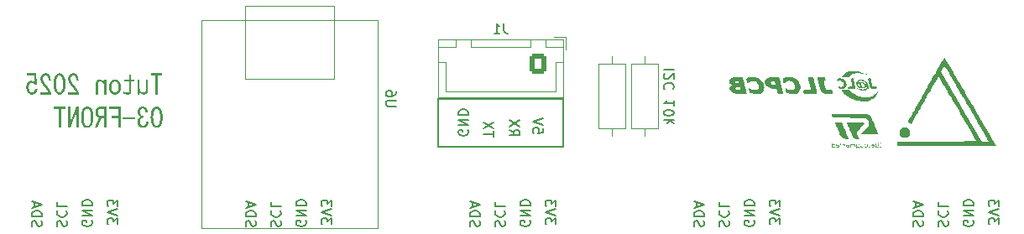
<source format=gbr>
%TF.GenerationSoftware,KiCad,Pcbnew,7.0.9*%
%TF.CreationDate,2025-01-19T15:35:17+09:00*%
%TF.ProjectId,03-FRONT,30332d46-524f-44e5-942e-6b696361645f,rev?*%
%TF.SameCoordinates,Original*%
%TF.FileFunction,Legend,Bot*%
%TF.FilePolarity,Positive*%
%FSLAX46Y46*%
G04 Gerber Fmt 4.6, Leading zero omitted, Abs format (unit mm)*
G04 Created by KiCad (PCBNEW 7.0.9) date 2025-01-19 15:35:17*
%MOMM*%
%LPD*%
G01*
G04 APERTURE LIST*
G04 Aperture macros list*
%AMRoundRect*
0 Rectangle with rounded corners*
0 $1 Rounding radius*
0 $2 $3 $4 $5 $6 $7 $8 $9 X,Y pos of 4 corners*
0 Add a 4 corners polygon primitive as box body*
4,1,4,$2,$3,$4,$5,$6,$7,$8,$9,$2,$3,0*
0 Add four circle primitives for the rounded corners*
1,1,$1+$1,$2,$3*
1,1,$1+$1,$4,$5*
1,1,$1+$1,$6,$7*
1,1,$1+$1,$8,$9*
0 Add four rect primitives between the rounded corners*
20,1,$1+$1,$2,$3,$4,$5,0*
20,1,$1+$1,$4,$5,$6,$7,0*
20,1,$1+$1,$6,$7,$8,$9,0*
20,1,$1+$1,$8,$9,$2,$3,0*%
G04 Aperture macros list end*
%ADD10C,0.150000*%
%ADD11C,0.200000*%
%ADD12C,0.400000*%
%ADD13C,0.120000*%
%ADD14C,3.200000*%
%ADD15C,1.700000*%
%ADD16C,1.600000*%
%ADD17O,1.600000X1.600000*%
%ADD18RoundRect,0.250000X0.600000X0.725000X-0.600000X0.725000X-0.600000X-0.725000X0.600000X-0.725000X0*%
%ADD19O,1.700000X1.950000*%
%ADD20R,1.600000X1.600000*%
G04 APERTURE END LIST*
D10*
X93690000Y-77959600D02*
X106300000Y-77959600D01*
X106300000Y-82811000D01*
X93690000Y-82811000D01*
X93690000Y-77959600D01*
D11*
X144198400Y-90863945D02*
X144150780Y-90721088D01*
X144150780Y-90721088D02*
X144150780Y-90482993D01*
X144150780Y-90482993D02*
X144198400Y-90387755D01*
X144198400Y-90387755D02*
X144246019Y-90340136D01*
X144246019Y-90340136D02*
X144341257Y-90292517D01*
X144341257Y-90292517D02*
X144436495Y-90292517D01*
X144436495Y-90292517D02*
X144531733Y-90340136D01*
X144531733Y-90340136D02*
X144579352Y-90387755D01*
X144579352Y-90387755D02*
X144626971Y-90482993D01*
X144626971Y-90482993D02*
X144674590Y-90673469D01*
X144674590Y-90673469D02*
X144722209Y-90768707D01*
X144722209Y-90768707D02*
X144769828Y-90816326D01*
X144769828Y-90816326D02*
X144865066Y-90863945D01*
X144865066Y-90863945D02*
X144960304Y-90863945D01*
X144960304Y-90863945D02*
X145055542Y-90816326D01*
X145055542Y-90816326D02*
X145103161Y-90768707D01*
X145103161Y-90768707D02*
X145150780Y-90673469D01*
X145150780Y-90673469D02*
X145150780Y-90435374D01*
X145150780Y-90435374D02*
X145103161Y-90292517D01*
X144246019Y-89292517D02*
X144198400Y-89340136D01*
X144198400Y-89340136D02*
X144150780Y-89482993D01*
X144150780Y-89482993D02*
X144150780Y-89578231D01*
X144150780Y-89578231D02*
X144198400Y-89721088D01*
X144198400Y-89721088D02*
X144293638Y-89816326D01*
X144293638Y-89816326D02*
X144388876Y-89863945D01*
X144388876Y-89863945D02*
X144579352Y-89911564D01*
X144579352Y-89911564D02*
X144722209Y-89911564D01*
X144722209Y-89911564D02*
X144912685Y-89863945D01*
X144912685Y-89863945D02*
X145007923Y-89816326D01*
X145007923Y-89816326D02*
X145103161Y-89721088D01*
X145103161Y-89721088D02*
X145150780Y-89578231D01*
X145150780Y-89578231D02*
X145150780Y-89482993D01*
X145150780Y-89482993D02*
X145103161Y-89340136D01*
X145103161Y-89340136D02*
X145055542Y-89292517D01*
X144150780Y-88387755D02*
X144150780Y-88863945D01*
X144150780Y-88863945D02*
X145150780Y-88863945D01*
X150230780Y-90657564D02*
X150230780Y-90038517D01*
X150230780Y-90038517D02*
X149849828Y-90371850D01*
X149849828Y-90371850D02*
X149849828Y-90228993D01*
X149849828Y-90228993D02*
X149802209Y-90133755D01*
X149802209Y-90133755D02*
X149754590Y-90086136D01*
X149754590Y-90086136D02*
X149659352Y-90038517D01*
X149659352Y-90038517D02*
X149421257Y-90038517D01*
X149421257Y-90038517D02*
X149326019Y-90086136D01*
X149326019Y-90086136D02*
X149278400Y-90133755D01*
X149278400Y-90133755D02*
X149230780Y-90228993D01*
X149230780Y-90228993D02*
X149230780Y-90514707D01*
X149230780Y-90514707D02*
X149278400Y-90609945D01*
X149278400Y-90609945D02*
X149326019Y-90657564D01*
X150230780Y-89752802D02*
X149230780Y-89419469D01*
X149230780Y-89419469D02*
X150230780Y-89086136D01*
X150230780Y-88848040D02*
X150230780Y-88228993D01*
X150230780Y-88228993D02*
X149849828Y-88562326D01*
X149849828Y-88562326D02*
X149849828Y-88419469D01*
X149849828Y-88419469D02*
X149802209Y-88324231D01*
X149802209Y-88324231D02*
X149754590Y-88276612D01*
X149754590Y-88276612D02*
X149659352Y-88228993D01*
X149659352Y-88228993D02*
X149421257Y-88228993D01*
X149421257Y-88228993D02*
X149326019Y-88276612D01*
X149326019Y-88276612D02*
X149278400Y-88324231D01*
X149278400Y-88324231D02*
X149230780Y-88419469D01*
X149230780Y-88419469D02*
X149230780Y-88705183D01*
X149230780Y-88705183D02*
X149278400Y-88800421D01*
X149278400Y-88800421D02*
X149326019Y-88848040D01*
X102939161Y-90292517D02*
X102986780Y-90387755D01*
X102986780Y-90387755D02*
X102986780Y-90530612D01*
X102986780Y-90530612D02*
X102939161Y-90673469D01*
X102939161Y-90673469D02*
X102843923Y-90768707D01*
X102843923Y-90768707D02*
X102748685Y-90816326D01*
X102748685Y-90816326D02*
X102558209Y-90863945D01*
X102558209Y-90863945D02*
X102415352Y-90863945D01*
X102415352Y-90863945D02*
X102224876Y-90816326D01*
X102224876Y-90816326D02*
X102129638Y-90768707D01*
X102129638Y-90768707D02*
X102034400Y-90673469D01*
X102034400Y-90673469D02*
X101986780Y-90530612D01*
X101986780Y-90530612D02*
X101986780Y-90435374D01*
X101986780Y-90435374D02*
X102034400Y-90292517D01*
X102034400Y-90292517D02*
X102082019Y-90244898D01*
X102082019Y-90244898D02*
X102415352Y-90244898D01*
X102415352Y-90244898D02*
X102415352Y-90435374D01*
X101986780Y-89816326D02*
X102986780Y-89816326D01*
X102986780Y-89816326D02*
X101986780Y-89244898D01*
X101986780Y-89244898D02*
X102986780Y-89244898D01*
X101986780Y-88768707D02*
X102986780Y-88768707D01*
X102986780Y-88768707D02*
X102986780Y-88530612D01*
X102986780Y-88530612D02*
X102939161Y-88387755D01*
X102939161Y-88387755D02*
X102843923Y-88292517D01*
X102843923Y-88292517D02*
X102748685Y-88244898D01*
X102748685Y-88244898D02*
X102558209Y-88197279D01*
X102558209Y-88197279D02*
X102415352Y-88197279D01*
X102415352Y-88197279D02*
X102224876Y-88244898D01*
X102224876Y-88244898D02*
X102129638Y-88292517D01*
X102129638Y-88292517D02*
X102034400Y-88387755D01*
X102034400Y-88387755D02*
X101986780Y-88530612D01*
X101986780Y-88530612D02*
X101986780Y-88768707D01*
X58743161Y-90292517D02*
X58790780Y-90387755D01*
X58790780Y-90387755D02*
X58790780Y-90530612D01*
X58790780Y-90530612D02*
X58743161Y-90673469D01*
X58743161Y-90673469D02*
X58647923Y-90768707D01*
X58647923Y-90768707D02*
X58552685Y-90816326D01*
X58552685Y-90816326D02*
X58362209Y-90863945D01*
X58362209Y-90863945D02*
X58219352Y-90863945D01*
X58219352Y-90863945D02*
X58028876Y-90816326D01*
X58028876Y-90816326D02*
X57933638Y-90768707D01*
X57933638Y-90768707D02*
X57838400Y-90673469D01*
X57838400Y-90673469D02*
X57790780Y-90530612D01*
X57790780Y-90530612D02*
X57790780Y-90435374D01*
X57790780Y-90435374D02*
X57838400Y-90292517D01*
X57838400Y-90292517D02*
X57886019Y-90244898D01*
X57886019Y-90244898D02*
X58219352Y-90244898D01*
X58219352Y-90244898D02*
X58219352Y-90435374D01*
X57790780Y-89816326D02*
X58790780Y-89816326D01*
X58790780Y-89816326D02*
X57790780Y-89244898D01*
X57790780Y-89244898D02*
X58790780Y-89244898D01*
X57790780Y-88768707D02*
X58790780Y-88768707D01*
X58790780Y-88768707D02*
X58790780Y-88530612D01*
X58790780Y-88530612D02*
X58743161Y-88387755D01*
X58743161Y-88387755D02*
X58647923Y-88292517D01*
X58647923Y-88292517D02*
X58552685Y-88244898D01*
X58552685Y-88244898D02*
X58362209Y-88197279D01*
X58362209Y-88197279D02*
X58219352Y-88197279D01*
X58219352Y-88197279D02*
X58028876Y-88244898D01*
X58028876Y-88244898D02*
X57933638Y-88292517D01*
X57933638Y-88292517D02*
X57838400Y-88387755D01*
X57838400Y-88387755D02*
X57790780Y-88530612D01*
X57790780Y-88530612D02*
X57790780Y-88768707D01*
X147643161Y-90292517D02*
X147690780Y-90387755D01*
X147690780Y-90387755D02*
X147690780Y-90530612D01*
X147690780Y-90530612D02*
X147643161Y-90673469D01*
X147643161Y-90673469D02*
X147547923Y-90768707D01*
X147547923Y-90768707D02*
X147452685Y-90816326D01*
X147452685Y-90816326D02*
X147262209Y-90863945D01*
X147262209Y-90863945D02*
X147119352Y-90863945D01*
X147119352Y-90863945D02*
X146928876Y-90816326D01*
X146928876Y-90816326D02*
X146833638Y-90768707D01*
X146833638Y-90768707D02*
X146738400Y-90673469D01*
X146738400Y-90673469D02*
X146690780Y-90530612D01*
X146690780Y-90530612D02*
X146690780Y-90435374D01*
X146690780Y-90435374D02*
X146738400Y-90292517D01*
X146738400Y-90292517D02*
X146786019Y-90244898D01*
X146786019Y-90244898D02*
X147119352Y-90244898D01*
X147119352Y-90244898D02*
X147119352Y-90435374D01*
X146690780Y-89816326D02*
X147690780Y-89816326D01*
X147690780Y-89816326D02*
X146690780Y-89244898D01*
X146690780Y-89244898D02*
X147690780Y-89244898D01*
X146690780Y-88768707D02*
X147690780Y-88768707D01*
X147690780Y-88768707D02*
X147690780Y-88530612D01*
X147690780Y-88530612D02*
X147643161Y-88387755D01*
X147643161Y-88387755D02*
X147547923Y-88292517D01*
X147547923Y-88292517D02*
X147452685Y-88244898D01*
X147452685Y-88244898D02*
X147262209Y-88197279D01*
X147262209Y-88197279D02*
X147119352Y-88197279D01*
X147119352Y-88197279D02*
X146928876Y-88244898D01*
X146928876Y-88244898D02*
X146833638Y-88292517D01*
X146833638Y-88292517D02*
X146738400Y-88387755D01*
X146738400Y-88387755D02*
X146690780Y-88530612D01*
X146690780Y-88530612D02*
X146690780Y-88768707D01*
D10*
X117471819Y-75012779D02*
X116471819Y-75012779D01*
X116567057Y-75441350D02*
X116519438Y-75488969D01*
X116519438Y-75488969D02*
X116471819Y-75584207D01*
X116471819Y-75584207D02*
X116471819Y-75822302D01*
X116471819Y-75822302D02*
X116519438Y-75917540D01*
X116519438Y-75917540D02*
X116567057Y-75965159D01*
X116567057Y-75965159D02*
X116662295Y-76012778D01*
X116662295Y-76012778D02*
X116757533Y-76012778D01*
X116757533Y-76012778D02*
X116900390Y-75965159D01*
X116900390Y-75965159D02*
X117471819Y-75393731D01*
X117471819Y-75393731D02*
X117471819Y-76012778D01*
X117376580Y-77012778D02*
X117424200Y-76965159D01*
X117424200Y-76965159D02*
X117471819Y-76822302D01*
X117471819Y-76822302D02*
X117471819Y-76727064D01*
X117471819Y-76727064D02*
X117424200Y-76584207D01*
X117424200Y-76584207D02*
X117328961Y-76488969D01*
X117328961Y-76488969D02*
X117233723Y-76441350D01*
X117233723Y-76441350D02*
X117043247Y-76393731D01*
X117043247Y-76393731D02*
X116900390Y-76393731D01*
X116900390Y-76393731D02*
X116709914Y-76441350D01*
X116709914Y-76441350D02*
X116614676Y-76488969D01*
X116614676Y-76488969D02*
X116519438Y-76584207D01*
X116519438Y-76584207D02*
X116471819Y-76727064D01*
X116471819Y-76727064D02*
X116471819Y-76822302D01*
X116471819Y-76822302D02*
X116519438Y-76965159D01*
X116519438Y-76965159D02*
X116567057Y-77012778D01*
X117471819Y-78727064D02*
X117471819Y-78155636D01*
X117471819Y-78441350D02*
X116471819Y-78441350D01*
X116471819Y-78441350D02*
X116614676Y-78346112D01*
X116614676Y-78346112D02*
X116709914Y-78250874D01*
X116709914Y-78250874D02*
X116757533Y-78155636D01*
X116471819Y-79346112D02*
X116471819Y-79441350D01*
X116471819Y-79441350D02*
X116519438Y-79536588D01*
X116519438Y-79536588D02*
X116567057Y-79584207D01*
X116567057Y-79584207D02*
X116662295Y-79631826D01*
X116662295Y-79631826D02*
X116852771Y-79679445D01*
X116852771Y-79679445D02*
X117090866Y-79679445D01*
X117090866Y-79679445D02*
X117281342Y-79631826D01*
X117281342Y-79631826D02*
X117376580Y-79584207D01*
X117376580Y-79584207D02*
X117424200Y-79536588D01*
X117424200Y-79536588D02*
X117471819Y-79441350D01*
X117471819Y-79441350D02*
X117471819Y-79346112D01*
X117471819Y-79346112D02*
X117424200Y-79250874D01*
X117424200Y-79250874D02*
X117376580Y-79203255D01*
X117376580Y-79203255D02*
X117281342Y-79155636D01*
X117281342Y-79155636D02*
X117090866Y-79108017D01*
X117090866Y-79108017D02*
X116852771Y-79108017D01*
X116852771Y-79108017D02*
X116662295Y-79155636D01*
X116662295Y-79155636D02*
X116567057Y-79203255D01*
X116567057Y-79203255D02*
X116519438Y-79250874D01*
X116519438Y-79250874D02*
X116471819Y-79346112D01*
X117471819Y-80108017D02*
X116471819Y-80108017D01*
X117090866Y-80203255D02*
X117471819Y-80488969D01*
X116805152Y-80488969D02*
X117186104Y-80108017D01*
D11*
X125545161Y-90292517D02*
X125592780Y-90387755D01*
X125592780Y-90387755D02*
X125592780Y-90530612D01*
X125592780Y-90530612D02*
X125545161Y-90673469D01*
X125545161Y-90673469D02*
X125449923Y-90768707D01*
X125449923Y-90768707D02*
X125354685Y-90816326D01*
X125354685Y-90816326D02*
X125164209Y-90863945D01*
X125164209Y-90863945D02*
X125021352Y-90863945D01*
X125021352Y-90863945D02*
X124830876Y-90816326D01*
X124830876Y-90816326D02*
X124735638Y-90768707D01*
X124735638Y-90768707D02*
X124640400Y-90673469D01*
X124640400Y-90673469D02*
X124592780Y-90530612D01*
X124592780Y-90530612D02*
X124592780Y-90435374D01*
X124592780Y-90435374D02*
X124640400Y-90292517D01*
X124640400Y-90292517D02*
X124688019Y-90244898D01*
X124688019Y-90244898D02*
X125021352Y-90244898D01*
X125021352Y-90244898D02*
X125021352Y-90435374D01*
X124592780Y-89816326D02*
X125592780Y-89816326D01*
X125592780Y-89816326D02*
X124592780Y-89244898D01*
X124592780Y-89244898D02*
X125592780Y-89244898D01*
X124592780Y-88768707D02*
X125592780Y-88768707D01*
X125592780Y-88768707D02*
X125592780Y-88530612D01*
X125592780Y-88530612D02*
X125545161Y-88387755D01*
X125545161Y-88387755D02*
X125449923Y-88292517D01*
X125449923Y-88292517D02*
X125354685Y-88244898D01*
X125354685Y-88244898D02*
X125164209Y-88197279D01*
X125164209Y-88197279D02*
X125021352Y-88197279D01*
X125021352Y-88197279D02*
X124830876Y-88244898D01*
X124830876Y-88244898D02*
X124735638Y-88292517D01*
X124735638Y-88292517D02*
X124640400Y-88387755D01*
X124640400Y-88387755D02*
X124592780Y-88530612D01*
X124592780Y-88530612D02*
X124592780Y-88768707D01*
X122100400Y-90863945D02*
X122052780Y-90721088D01*
X122052780Y-90721088D02*
X122052780Y-90482993D01*
X122052780Y-90482993D02*
X122100400Y-90387755D01*
X122100400Y-90387755D02*
X122148019Y-90340136D01*
X122148019Y-90340136D02*
X122243257Y-90292517D01*
X122243257Y-90292517D02*
X122338495Y-90292517D01*
X122338495Y-90292517D02*
X122433733Y-90340136D01*
X122433733Y-90340136D02*
X122481352Y-90387755D01*
X122481352Y-90387755D02*
X122528971Y-90482993D01*
X122528971Y-90482993D02*
X122576590Y-90673469D01*
X122576590Y-90673469D02*
X122624209Y-90768707D01*
X122624209Y-90768707D02*
X122671828Y-90816326D01*
X122671828Y-90816326D02*
X122767066Y-90863945D01*
X122767066Y-90863945D02*
X122862304Y-90863945D01*
X122862304Y-90863945D02*
X122957542Y-90816326D01*
X122957542Y-90816326D02*
X123005161Y-90768707D01*
X123005161Y-90768707D02*
X123052780Y-90673469D01*
X123052780Y-90673469D02*
X123052780Y-90435374D01*
X123052780Y-90435374D02*
X123005161Y-90292517D01*
X122148019Y-89292517D02*
X122100400Y-89340136D01*
X122100400Y-89340136D02*
X122052780Y-89482993D01*
X122052780Y-89482993D02*
X122052780Y-89578231D01*
X122052780Y-89578231D02*
X122100400Y-89721088D01*
X122100400Y-89721088D02*
X122195638Y-89816326D01*
X122195638Y-89816326D02*
X122290876Y-89863945D01*
X122290876Y-89863945D02*
X122481352Y-89911564D01*
X122481352Y-89911564D02*
X122624209Y-89911564D01*
X122624209Y-89911564D02*
X122814685Y-89863945D01*
X122814685Y-89863945D02*
X122909923Y-89816326D01*
X122909923Y-89816326D02*
X123005161Y-89721088D01*
X123005161Y-89721088D02*
X123052780Y-89578231D01*
X123052780Y-89578231D02*
X123052780Y-89482993D01*
X123052780Y-89482993D02*
X123005161Y-89340136D01*
X123005161Y-89340136D02*
X122957542Y-89292517D01*
X122052780Y-88387755D02*
X122052780Y-88863945D01*
X122052780Y-88863945D02*
X123052780Y-88863945D01*
X99494400Y-90863945D02*
X99446780Y-90721088D01*
X99446780Y-90721088D02*
X99446780Y-90482993D01*
X99446780Y-90482993D02*
X99494400Y-90387755D01*
X99494400Y-90387755D02*
X99542019Y-90340136D01*
X99542019Y-90340136D02*
X99637257Y-90292517D01*
X99637257Y-90292517D02*
X99732495Y-90292517D01*
X99732495Y-90292517D02*
X99827733Y-90340136D01*
X99827733Y-90340136D02*
X99875352Y-90387755D01*
X99875352Y-90387755D02*
X99922971Y-90482993D01*
X99922971Y-90482993D02*
X99970590Y-90673469D01*
X99970590Y-90673469D02*
X100018209Y-90768707D01*
X100018209Y-90768707D02*
X100065828Y-90816326D01*
X100065828Y-90816326D02*
X100161066Y-90863945D01*
X100161066Y-90863945D02*
X100256304Y-90863945D01*
X100256304Y-90863945D02*
X100351542Y-90816326D01*
X100351542Y-90816326D02*
X100399161Y-90768707D01*
X100399161Y-90768707D02*
X100446780Y-90673469D01*
X100446780Y-90673469D02*
X100446780Y-90435374D01*
X100446780Y-90435374D02*
X100399161Y-90292517D01*
X99542019Y-89292517D02*
X99494400Y-89340136D01*
X99494400Y-89340136D02*
X99446780Y-89482993D01*
X99446780Y-89482993D02*
X99446780Y-89578231D01*
X99446780Y-89578231D02*
X99494400Y-89721088D01*
X99494400Y-89721088D02*
X99589638Y-89816326D01*
X99589638Y-89816326D02*
X99684876Y-89863945D01*
X99684876Y-89863945D02*
X99875352Y-89911564D01*
X99875352Y-89911564D02*
X100018209Y-89911564D01*
X100018209Y-89911564D02*
X100208685Y-89863945D01*
X100208685Y-89863945D02*
X100303923Y-89816326D01*
X100303923Y-89816326D02*
X100399161Y-89721088D01*
X100399161Y-89721088D02*
X100446780Y-89578231D01*
X100446780Y-89578231D02*
X100446780Y-89482993D01*
X100446780Y-89482993D02*
X100399161Y-89340136D01*
X100399161Y-89340136D02*
X100351542Y-89292517D01*
X99446780Y-88387755D02*
X99446780Y-88863945D01*
X99446780Y-88863945D02*
X100446780Y-88863945D01*
X96683561Y-81148517D02*
X96731180Y-81243755D01*
X96731180Y-81243755D02*
X96731180Y-81386612D01*
X96731180Y-81386612D02*
X96683561Y-81529469D01*
X96683561Y-81529469D02*
X96588323Y-81624707D01*
X96588323Y-81624707D02*
X96493085Y-81672326D01*
X96493085Y-81672326D02*
X96302609Y-81719945D01*
X96302609Y-81719945D02*
X96159752Y-81719945D01*
X96159752Y-81719945D02*
X95969276Y-81672326D01*
X95969276Y-81672326D02*
X95874038Y-81624707D01*
X95874038Y-81624707D02*
X95778800Y-81529469D01*
X95778800Y-81529469D02*
X95731180Y-81386612D01*
X95731180Y-81386612D02*
X95731180Y-81291374D01*
X95731180Y-81291374D02*
X95778800Y-81148517D01*
X95778800Y-81148517D02*
X95826419Y-81100898D01*
X95826419Y-81100898D02*
X96159752Y-81100898D01*
X96159752Y-81100898D02*
X96159752Y-81291374D01*
X95731180Y-80672326D02*
X96731180Y-80672326D01*
X96731180Y-80672326D02*
X95731180Y-80100898D01*
X95731180Y-80100898D02*
X96731180Y-80100898D01*
X95731180Y-79624707D02*
X96731180Y-79624707D01*
X96731180Y-79624707D02*
X96731180Y-79386612D01*
X96731180Y-79386612D02*
X96683561Y-79243755D01*
X96683561Y-79243755D02*
X96588323Y-79148517D01*
X96588323Y-79148517D02*
X96493085Y-79100898D01*
X96493085Y-79100898D02*
X96302609Y-79053279D01*
X96302609Y-79053279D02*
X96159752Y-79053279D01*
X96159752Y-79053279D02*
X95969276Y-79100898D01*
X95969276Y-79100898D02*
X95874038Y-79148517D01*
X95874038Y-79148517D02*
X95778800Y-79243755D01*
X95778800Y-79243755D02*
X95731180Y-79386612D01*
X95731180Y-79386612D02*
X95731180Y-79624707D01*
X99271180Y-81815183D02*
X99271180Y-81243755D01*
X98271180Y-81529469D02*
X99271180Y-81529469D01*
X99271180Y-81005659D02*
X98271180Y-80338993D01*
X99271180Y-80338993D02*
X98271180Y-81005659D01*
X105526780Y-90657564D02*
X105526780Y-90038517D01*
X105526780Y-90038517D02*
X105145828Y-90371850D01*
X105145828Y-90371850D02*
X105145828Y-90228993D01*
X105145828Y-90228993D02*
X105098209Y-90133755D01*
X105098209Y-90133755D02*
X105050590Y-90086136D01*
X105050590Y-90086136D02*
X104955352Y-90038517D01*
X104955352Y-90038517D02*
X104717257Y-90038517D01*
X104717257Y-90038517D02*
X104622019Y-90086136D01*
X104622019Y-90086136D02*
X104574400Y-90133755D01*
X104574400Y-90133755D02*
X104526780Y-90228993D01*
X104526780Y-90228993D02*
X104526780Y-90514707D01*
X104526780Y-90514707D02*
X104574400Y-90609945D01*
X104574400Y-90609945D02*
X104622019Y-90657564D01*
X105526780Y-89752802D02*
X104526780Y-89419469D01*
X104526780Y-89419469D02*
X105526780Y-89086136D01*
X105526780Y-88848040D02*
X105526780Y-88228993D01*
X105526780Y-88228993D02*
X105145828Y-88562326D01*
X105145828Y-88562326D02*
X105145828Y-88419469D01*
X105145828Y-88419469D02*
X105098209Y-88324231D01*
X105098209Y-88324231D02*
X105050590Y-88276612D01*
X105050590Y-88276612D02*
X104955352Y-88228993D01*
X104955352Y-88228993D02*
X104717257Y-88228993D01*
X104717257Y-88228993D02*
X104622019Y-88276612D01*
X104622019Y-88276612D02*
X104574400Y-88324231D01*
X104574400Y-88324231D02*
X104526780Y-88419469D01*
X104526780Y-88419469D02*
X104526780Y-88705183D01*
X104526780Y-88705183D02*
X104574400Y-88800421D01*
X104574400Y-88800421D02*
X104622019Y-88848040D01*
X128132780Y-90657564D02*
X128132780Y-90038517D01*
X128132780Y-90038517D02*
X127751828Y-90371850D01*
X127751828Y-90371850D02*
X127751828Y-90228993D01*
X127751828Y-90228993D02*
X127704209Y-90133755D01*
X127704209Y-90133755D02*
X127656590Y-90086136D01*
X127656590Y-90086136D02*
X127561352Y-90038517D01*
X127561352Y-90038517D02*
X127323257Y-90038517D01*
X127323257Y-90038517D02*
X127228019Y-90086136D01*
X127228019Y-90086136D02*
X127180400Y-90133755D01*
X127180400Y-90133755D02*
X127132780Y-90228993D01*
X127132780Y-90228993D02*
X127132780Y-90514707D01*
X127132780Y-90514707D02*
X127180400Y-90609945D01*
X127180400Y-90609945D02*
X127228019Y-90657564D01*
X128132780Y-89752802D02*
X127132780Y-89419469D01*
X127132780Y-89419469D02*
X128132780Y-89086136D01*
X128132780Y-88848040D02*
X128132780Y-88228993D01*
X128132780Y-88228993D02*
X127751828Y-88562326D01*
X127751828Y-88562326D02*
X127751828Y-88419469D01*
X127751828Y-88419469D02*
X127704209Y-88324231D01*
X127704209Y-88324231D02*
X127656590Y-88276612D01*
X127656590Y-88276612D02*
X127561352Y-88228993D01*
X127561352Y-88228993D02*
X127323257Y-88228993D01*
X127323257Y-88228993D02*
X127228019Y-88276612D01*
X127228019Y-88276612D02*
X127180400Y-88324231D01*
X127180400Y-88324231D02*
X127132780Y-88419469D01*
X127132780Y-88419469D02*
X127132780Y-88705183D01*
X127132780Y-88705183D02*
X127180400Y-88800421D01*
X127180400Y-88800421D02*
X127228019Y-88848040D01*
X52758400Y-90863945D02*
X52710780Y-90721088D01*
X52710780Y-90721088D02*
X52710780Y-90482993D01*
X52710780Y-90482993D02*
X52758400Y-90387755D01*
X52758400Y-90387755D02*
X52806019Y-90340136D01*
X52806019Y-90340136D02*
X52901257Y-90292517D01*
X52901257Y-90292517D02*
X52996495Y-90292517D01*
X52996495Y-90292517D02*
X53091733Y-90340136D01*
X53091733Y-90340136D02*
X53139352Y-90387755D01*
X53139352Y-90387755D02*
X53186971Y-90482993D01*
X53186971Y-90482993D02*
X53234590Y-90673469D01*
X53234590Y-90673469D02*
X53282209Y-90768707D01*
X53282209Y-90768707D02*
X53329828Y-90816326D01*
X53329828Y-90816326D02*
X53425066Y-90863945D01*
X53425066Y-90863945D02*
X53520304Y-90863945D01*
X53520304Y-90863945D02*
X53615542Y-90816326D01*
X53615542Y-90816326D02*
X53663161Y-90768707D01*
X53663161Y-90768707D02*
X53710780Y-90673469D01*
X53710780Y-90673469D02*
X53710780Y-90435374D01*
X53710780Y-90435374D02*
X53663161Y-90292517D01*
X52710780Y-89863945D02*
X53710780Y-89863945D01*
X53710780Y-89863945D02*
X53710780Y-89625850D01*
X53710780Y-89625850D02*
X53663161Y-89482993D01*
X53663161Y-89482993D02*
X53567923Y-89387755D01*
X53567923Y-89387755D02*
X53472685Y-89340136D01*
X53472685Y-89340136D02*
X53282209Y-89292517D01*
X53282209Y-89292517D02*
X53139352Y-89292517D01*
X53139352Y-89292517D02*
X52948876Y-89340136D01*
X52948876Y-89340136D02*
X52853638Y-89387755D01*
X52853638Y-89387755D02*
X52758400Y-89482993D01*
X52758400Y-89482993D02*
X52710780Y-89625850D01*
X52710780Y-89625850D02*
X52710780Y-89863945D01*
X52996495Y-88911564D02*
X52996495Y-88435374D01*
X52710780Y-89006802D02*
X53710780Y-88673469D01*
X53710780Y-88673469D02*
X52710780Y-88340136D01*
X55298400Y-90863945D02*
X55250780Y-90721088D01*
X55250780Y-90721088D02*
X55250780Y-90482993D01*
X55250780Y-90482993D02*
X55298400Y-90387755D01*
X55298400Y-90387755D02*
X55346019Y-90340136D01*
X55346019Y-90340136D02*
X55441257Y-90292517D01*
X55441257Y-90292517D02*
X55536495Y-90292517D01*
X55536495Y-90292517D02*
X55631733Y-90340136D01*
X55631733Y-90340136D02*
X55679352Y-90387755D01*
X55679352Y-90387755D02*
X55726971Y-90482993D01*
X55726971Y-90482993D02*
X55774590Y-90673469D01*
X55774590Y-90673469D02*
X55822209Y-90768707D01*
X55822209Y-90768707D02*
X55869828Y-90816326D01*
X55869828Y-90816326D02*
X55965066Y-90863945D01*
X55965066Y-90863945D02*
X56060304Y-90863945D01*
X56060304Y-90863945D02*
X56155542Y-90816326D01*
X56155542Y-90816326D02*
X56203161Y-90768707D01*
X56203161Y-90768707D02*
X56250780Y-90673469D01*
X56250780Y-90673469D02*
X56250780Y-90435374D01*
X56250780Y-90435374D02*
X56203161Y-90292517D01*
X55346019Y-89292517D02*
X55298400Y-89340136D01*
X55298400Y-89340136D02*
X55250780Y-89482993D01*
X55250780Y-89482993D02*
X55250780Y-89578231D01*
X55250780Y-89578231D02*
X55298400Y-89721088D01*
X55298400Y-89721088D02*
X55393638Y-89816326D01*
X55393638Y-89816326D02*
X55488876Y-89863945D01*
X55488876Y-89863945D02*
X55679352Y-89911564D01*
X55679352Y-89911564D02*
X55822209Y-89911564D01*
X55822209Y-89911564D02*
X56012685Y-89863945D01*
X56012685Y-89863945D02*
X56107923Y-89816326D01*
X56107923Y-89816326D02*
X56203161Y-89721088D01*
X56203161Y-89721088D02*
X56250780Y-89578231D01*
X56250780Y-89578231D02*
X56250780Y-89482993D01*
X56250780Y-89482993D02*
X56203161Y-89340136D01*
X56203161Y-89340136D02*
X56155542Y-89292517D01*
X55250780Y-88387755D02*
X55250780Y-88863945D01*
X55250780Y-88863945D02*
X56250780Y-88863945D01*
X141658400Y-90863945D02*
X141610780Y-90721088D01*
X141610780Y-90721088D02*
X141610780Y-90482993D01*
X141610780Y-90482993D02*
X141658400Y-90387755D01*
X141658400Y-90387755D02*
X141706019Y-90340136D01*
X141706019Y-90340136D02*
X141801257Y-90292517D01*
X141801257Y-90292517D02*
X141896495Y-90292517D01*
X141896495Y-90292517D02*
X141991733Y-90340136D01*
X141991733Y-90340136D02*
X142039352Y-90387755D01*
X142039352Y-90387755D02*
X142086971Y-90482993D01*
X142086971Y-90482993D02*
X142134590Y-90673469D01*
X142134590Y-90673469D02*
X142182209Y-90768707D01*
X142182209Y-90768707D02*
X142229828Y-90816326D01*
X142229828Y-90816326D02*
X142325066Y-90863945D01*
X142325066Y-90863945D02*
X142420304Y-90863945D01*
X142420304Y-90863945D02*
X142515542Y-90816326D01*
X142515542Y-90816326D02*
X142563161Y-90768707D01*
X142563161Y-90768707D02*
X142610780Y-90673469D01*
X142610780Y-90673469D02*
X142610780Y-90435374D01*
X142610780Y-90435374D02*
X142563161Y-90292517D01*
X141610780Y-89863945D02*
X142610780Y-89863945D01*
X142610780Y-89863945D02*
X142610780Y-89625850D01*
X142610780Y-89625850D02*
X142563161Y-89482993D01*
X142563161Y-89482993D02*
X142467923Y-89387755D01*
X142467923Y-89387755D02*
X142372685Y-89340136D01*
X142372685Y-89340136D02*
X142182209Y-89292517D01*
X142182209Y-89292517D02*
X142039352Y-89292517D01*
X142039352Y-89292517D02*
X141848876Y-89340136D01*
X141848876Y-89340136D02*
X141753638Y-89387755D01*
X141753638Y-89387755D02*
X141658400Y-89482993D01*
X141658400Y-89482993D02*
X141610780Y-89625850D01*
X141610780Y-89625850D02*
X141610780Y-89863945D01*
X141896495Y-88911564D02*
X141896495Y-88435374D01*
X141610780Y-89006802D02*
X142610780Y-88673469D01*
X142610780Y-88673469D02*
X141610780Y-88340136D01*
X104256780Y-80942136D02*
X104256780Y-81418326D01*
X104256780Y-81418326D02*
X103780590Y-81465945D01*
X103780590Y-81465945D02*
X103828209Y-81418326D01*
X103828209Y-81418326D02*
X103875828Y-81323088D01*
X103875828Y-81323088D02*
X103875828Y-81084993D01*
X103875828Y-81084993D02*
X103828209Y-80989755D01*
X103828209Y-80989755D02*
X103780590Y-80942136D01*
X103780590Y-80942136D02*
X103685352Y-80894517D01*
X103685352Y-80894517D02*
X103447257Y-80894517D01*
X103447257Y-80894517D02*
X103352019Y-80942136D01*
X103352019Y-80942136D02*
X103304400Y-80989755D01*
X103304400Y-80989755D02*
X103256780Y-81084993D01*
X103256780Y-81084993D02*
X103256780Y-81323088D01*
X103256780Y-81323088D02*
X103304400Y-81418326D01*
X103304400Y-81418326D02*
X103352019Y-81465945D01*
X104256780Y-80608802D02*
X103256780Y-80275469D01*
X103256780Y-80275469D02*
X104256780Y-79942136D01*
X82920780Y-90657564D02*
X82920780Y-90038517D01*
X82920780Y-90038517D02*
X82539828Y-90371850D01*
X82539828Y-90371850D02*
X82539828Y-90228993D01*
X82539828Y-90228993D02*
X82492209Y-90133755D01*
X82492209Y-90133755D02*
X82444590Y-90086136D01*
X82444590Y-90086136D02*
X82349352Y-90038517D01*
X82349352Y-90038517D02*
X82111257Y-90038517D01*
X82111257Y-90038517D02*
X82016019Y-90086136D01*
X82016019Y-90086136D02*
X81968400Y-90133755D01*
X81968400Y-90133755D02*
X81920780Y-90228993D01*
X81920780Y-90228993D02*
X81920780Y-90514707D01*
X81920780Y-90514707D02*
X81968400Y-90609945D01*
X81968400Y-90609945D02*
X82016019Y-90657564D01*
X82920780Y-89752802D02*
X81920780Y-89419469D01*
X81920780Y-89419469D02*
X82920780Y-89086136D01*
X82920780Y-88848040D02*
X82920780Y-88228993D01*
X82920780Y-88228993D02*
X82539828Y-88562326D01*
X82539828Y-88562326D02*
X82539828Y-88419469D01*
X82539828Y-88419469D02*
X82492209Y-88324231D01*
X82492209Y-88324231D02*
X82444590Y-88276612D01*
X82444590Y-88276612D02*
X82349352Y-88228993D01*
X82349352Y-88228993D02*
X82111257Y-88228993D01*
X82111257Y-88228993D02*
X82016019Y-88276612D01*
X82016019Y-88276612D02*
X81968400Y-88324231D01*
X81968400Y-88324231D02*
X81920780Y-88419469D01*
X81920780Y-88419469D02*
X81920780Y-88705183D01*
X81920780Y-88705183D02*
X81968400Y-88800421D01*
X81968400Y-88800421D02*
X82016019Y-88848040D01*
X74348400Y-90863945D02*
X74300780Y-90721088D01*
X74300780Y-90721088D02*
X74300780Y-90482993D01*
X74300780Y-90482993D02*
X74348400Y-90387755D01*
X74348400Y-90387755D02*
X74396019Y-90340136D01*
X74396019Y-90340136D02*
X74491257Y-90292517D01*
X74491257Y-90292517D02*
X74586495Y-90292517D01*
X74586495Y-90292517D02*
X74681733Y-90340136D01*
X74681733Y-90340136D02*
X74729352Y-90387755D01*
X74729352Y-90387755D02*
X74776971Y-90482993D01*
X74776971Y-90482993D02*
X74824590Y-90673469D01*
X74824590Y-90673469D02*
X74872209Y-90768707D01*
X74872209Y-90768707D02*
X74919828Y-90816326D01*
X74919828Y-90816326D02*
X75015066Y-90863945D01*
X75015066Y-90863945D02*
X75110304Y-90863945D01*
X75110304Y-90863945D02*
X75205542Y-90816326D01*
X75205542Y-90816326D02*
X75253161Y-90768707D01*
X75253161Y-90768707D02*
X75300780Y-90673469D01*
X75300780Y-90673469D02*
X75300780Y-90435374D01*
X75300780Y-90435374D02*
X75253161Y-90292517D01*
X74300780Y-89863945D02*
X75300780Y-89863945D01*
X75300780Y-89863945D02*
X75300780Y-89625850D01*
X75300780Y-89625850D02*
X75253161Y-89482993D01*
X75253161Y-89482993D02*
X75157923Y-89387755D01*
X75157923Y-89387755D02*
X75062685Y-89340136D01*
X75062685Y-89340136D02*
X74872209Y-89292517D01*
X74872209Y-89292517D02*
X74729352Y-89292517D01*
X74729352Y-89292517D02*
X74538876Y-89340136D01*
X74538876Y-89340136D02*
X74443638Y-89387755D01*
X74443638Y-89387755D02*
X74348400Y-89482993D01*
X74348400Y-89482993D02*
X74300780Y-89625850D01*
X74300780Y-89625850D02*
X74300780Y-89863945D01*
X74586495Y-88911564D02*
X74586495Y-88435374D01*
X74300780Y-89006802D02*
X75300780Y-88673469D01*
X75300780Y-88673469D02*
X74300780Y-88340136D01*
D12*
G36*
X65439218Y-77558018D02*
G01*
X65439218Y-76590816D01*
X65439218Y-75632896D01*
X65868108Y-75632896D01*
X65868108Y-75414542D01*
X64735799Y-75414542D01*
X64735799Y-75632896D01*
X65186671Y-75632896D01*
X65186671Y-77558018D01*
X65439218Y-77558018D01*
G37*
G36*
X63600558Y-77338199D02*
G01*
X63622927Y-77364818D01*
X63646071Y-77389719D01*
X63669990Y-77412903D01*
X63694683Y-77434370D01*
X63720151Y-77454119D01*
X63746394Y-77472151D01*
X63773411Y-77488466D01*
X63801203Y-77503063D01*
X63829770Y-77515943D01*
X63859112Y-77527106D01*
X63889228Y-77536551D01*
X63920119Y-77544279D01*
X63951785Y-77550290D01*
X63984225Y-77554583D01*
X64017440Y-77557159D01*
X64051430Y-77558018D01*
X64074414Y-77557630D01*
X64096714Y-77556468D01*
X64118332Y-77554531D01*
X64139266Y-77551820D01*
X64159517Y-77548334D01*
X64179085Y-77544073D01*
X64197970Y-77539037D01*
X64225017Y-77530031D01*
X64250526Y-77519282D01*
X64274499Y-77506790D01*
X64296934Y-77492555D01*
X64317833Y-77476576D01*
X64337194Y-77458855D01*
X64356836Y-77437766D01*
X64374546Y-77415716D01*
X64390324Y-77392703D01*
X64404170Y-77368729D01*
X64416084Y-77343794D01*
X64426066Y-77317896D01*
X64434116Y-77291037D01*
X64440234Y-77263217D01*
X64444420Y-77234434D01*
X64446137Y-77214711D01*
X64446996Y-77194561D01*
X64447103Y-77184326D01*
X64447103Y-76052016D01*
X64227285Y-76052016D01*
X64227285Y-77129127D01*
X64226800Y-77153183D01*
X64225344Y-77175890D01*
X64222919Y-77197249D01*
X64219523Y-77217261D01*
X64213485Y-77241845D01*
X64205723Y-77264033D01*
X64196236Y-77283825D01*
X64185023Y-77301219D01*
X64172086Y-77316217D01*
X64157202Y-77329040D01*
X64139907Y-77340153D01*
X64120200Y-77349556D01*
X64098080Y-77357250D01*
X64073549Y-77363234D01*
X64053568Y-77366600D01*
X64032230Y-77369004D01*
X64009536Y-77370447D01*
X63985484Y-77370928D01*
X63957020Y-77369962D01*
X63929328Y-77367064D01*
X63902409Y-77362234D01*
X63876262Y-77355472D01*
X63850889Y-77346778D01*
X63826288Y-77336152D01*
X63802460Y-77323594D01*
X63779405Y-77309104D01*
X63757122Y-77292682D01*
X63735613Y-77274328D01*
X63721702Y-77261018D01*
X63707032Y-77245677D01*
X63693309Y-77229816D01*
X63680532Y-77213437D01*
X63668702Y-77196538D01*
X63657817Y-77179121D01*
X63647880Y-77161184D01*
X63638889Y-77142728D01*
X63630844Y-77123754D01*
X63623746Y-77104260D01*
X63617594Y-77084248D01*
X63612388Y-77063716D01*
X63608129Y-77042665D01*
X63604817Y-77021096D01*
X63602451Y-76999007D01*
X63601031Y-76976399D01*
X63600558Y-76953272D01*
X63600558Y-76052016D01*
X63380739Y-76052016D01*
X63380739Y-77558018D01*
X63600558Y-77558018D01*
X63600558Y-77338199D01*
G37*
G36*
X62740334Y-76239106D02*
G01*
X63092044Y-76239106D01*
X63092044Y-76052016D01*
X62740334Y-76052016D01*
X62740334Y-75568415D01*
X62520516Y-75568415D01*
X62520516Y-76052016D01*
X62025680Y-76052016D01*
X62025680Y-76239106D01*
X62520516Y-76239106D01*
X62520516Y-77228290D01*
X62518970Y-77249852D01*
X62514334Y-77269294D01*
X62503343Y-77291917D01*
X62486856Y-77310769D01*
X62470885Y-77322434D01*
X62451823Y-77331979D01*
X62429669Y-77339402D01*
X62404424Y-77344704D01*
X62376088Y-77347885D01*
X62355480Y-77348828D01*
X62344661Y-77348946D01*
X62321233Y-77348602D01*
X62297721Y-77347572D01*
X62274124Y-77345855D01*
X62250444Y-77343450D01*
X62226680Y-77340359D01*
X62202832Y-77336581D01*
X62178900Y-77332116D01*
X62154884Y-77326964D01*
X62130784Y-77321125D01*
X62106601Y-77314599D01*
X62082333Y-77307386D01*
X62057981Y-77299487D01*
X62033545Y-77290900D01*
X62009026Y-77281626D01*
X61984422Y-77271666D01*
X61959734Y-77261018D01*
X61959734Y-77492072D01*
X61993594Y-77500058D01*
X62026420Y-77507528D01*
X62058212Y-77514483D01*
X62088969Y-77520923D01*
X62118693Y-77526848D01*
X62147382Y-77532258D01*
X62175036Y-77537152D01*
X62201657Y-77541531D01*
X62227243Y-77545395D01*
X62251795Y-77548744D01*
X62275313Y-77551578D01*
X62297797Y-77553896D01*
X62319246Y-77555699D01*
X62339662Y-77556987D01*
X62368345Y-77557953D01*
X62377390Y-77558018D01*
X62399719Y-77557739D01*
X62421340Y-77556901D01*
X62442252Y-77555506D01*
X62462455Y-77553553D01*
X62481949Y-77551041D01*
X62518810Y-77544343D01*
X62552837Y-77535413D01*
X62584027Y-77524251D01*
X62612382Y-77510855D01*
X62637902Y-77495228D01*
X62660586Y-77477367D01*
X62680434Y-77457275D01*
X62697447Y-77434949D01*
X62711625Y-77410391D01*
X62722967Y-77383601D01*
X62731474Y-77354578D01*
X62737145Y-77323323D01*
X62739980Y-77289835D01*
X62740334Y-77272254D01*
X62740334Y-76239106D01*
G37*
G36*
X61129478Y-76052703D02*
G01*
X61158931Y-76054764D01*
X61187868Y-76058199D01*
X61216290Y-76063007D01*
X61244196Y-76069190D01*
X61271588Y-76076746D01*
X61298464Y-76085676D01*
X61324825Y-76095980D01*
X61350671Y-76107658D01*
X61376002Y-76120710D01*
X61400817Y-76135135D01*
X61425117Y-76150935D01*
X61448902Y-76168108D01*
X61472172Y-76186655D01*
X61494927Y-76206576D01*
X61517166Y-76227871D01*
X61538461Y-76250756D01*
X61558382Y-76275445D01*
X61576929Y-76301940D01*
X61594103Y-76330239D01*
X61609902Y-76360344D01*
X61624328Y-76392254D01*
X61637380Y-76425969D01*
X61649057Y-76461489D01*
X61659361Y-76498815D01*
X61663998Y-76518154D01*
X61668292Y-76537945D01*
X61672241Y-76558187D01*
X61675848Y-76578881D01*
X61679111Y-76600025D01*
X61682030Y-76621621D01*
X61684606Y-76643668D01*
X61686839Y-76666167D01*
X61688728Y-76689117D01*
X61690273Y-76712518D01*
X61691476Y-76736370D01*
X61692334Y-76760674D01*
X61692849Y-76785428D01*
X61693021Y-76810635D01*
X61692849Y-76835149D01*
X61692334Y-76859235D01*
X61691476Y-76882891D01*
X61690273Y-76906118D01*
X61688728Y-76928916D01*
X61686839Y-76951284D01*
X61684606Y-76973223D01*
X61682030Y-76994733D01*
X61679111Y-77015813D01*
X61675848Y-77036464D01*
X61672241Y-77056685D01*
X61668292Y-77076478D01*
X61659361Y-77114774D01*
X61649057Y-77151353D01*
X61637380Y-77186215D01*
X61624328Y-77219360D01*
X61609902Y-77250787D01*
X61594103Y-77280497D01*
X61576929Y-77308489D01*
X61558382Y-77334764D01*
X61538461Y-77359322D01*
X61517166Y-77382163D01*
X61494927Y-77403458D01*
X61472172Y-77423379D01*
X61448902Y-77441926D01*
X61425117Y-77459099D01*
X61400817Y-77474899D01*
X61376002Y-77489324D01*
X61350671Y-77502376D01*
X61324825Y-77514054D01*
X61298464Y-77524358D01*
X61271588Y-77533288D01*
X61244196Y-77540844D01*
X61216290Y-77547027D01*
X61187868Y-77551835D01*
X61158931Y-77555270D01*
X61129478Y-77557331D01*
X61099511Y-77558018D01*
X61070845Y-77557331D01*
X61042610Y-77555270D01*
X61014806Y-77551835D01*
X60987434Y-77547027D01*
X60960493Y-77540844D01*
X60933983Y-77533288D01*
X60907904Y-77524358D01*
X60882257Y-77514054D01*
X60857041Y-77502376D01*
X60832256Y-77489324D01*
X60807902Y-77474899D01*
X60783980Y-77459099D01*
X60760489Y-77441926D01*
X60737429Y-77423379D01*
X60714800Y-77403458D01*
X60692602Y-77382163D01*
X60681783Y-77370957D01*
X60661175Y-77347258D01*
X60641941Y-77321841D01*
X60624081Y-77294708D01*
X60607594Y-77265856D01*
X60592482Y-77235288D01*
X60578743Y-77203002D01*
X60566378Y-77168999D01*
X60555388Y-77133278D01*
X60545771Y-77095841D01*
X60541477Y-77076478D01*
X60537527Y-77056685D01*
X60533921Y-77036464D01*
X60530658Y-77015813D01*
X60527739Y-76994733D01*
X60525163Y-76973223D01*
X60522930Y-76951284D01*
X60521041Y-76928916D01*
X60519495Y-76906118D01*
X60518293Y-76882891D01*
X60517435Y-76859235D01*
X60516919Y-76835149D01*
X60516748Y-76810635D01*
X60758548Y-76810635D01*
X60758666Y-76831038D01*
X60759021Y-76851034D01*
X60760441Y-76889800D01*
X60762807Y-76926932D01*
X60766120Y-76962431D01*
X60770379Y-76996297D01*
X60775584Y-77028530D01*
X60781736Y-77059129D01*
X60788834Y-77088094D01*
X60796879Y-77115427D01*
X60805870Y-77141126D01*
X60815808Y-77165191D01*
X60826692Y-77187623D01*
X60838522Y-77208422D01*
X60851299Y-77227588D01*
X60865023Y-77245120D01*
X60879692Y-77261018D01*
X60892114Y-77273026D01*
X60911077Y-77289586D01*
X60930434Y-77304402D01*
X60950186Y-77317475D01*
X60970333Y-77328805D01*
X60990875Y-77338392D01*
X61011813Y-77346236D01*
X61033145Y-77352337D01*
X61054872Y-77356695D01*
X61076994Y-77359309D01*
X61099511Y-77360181D01*
X61115868Y-77359794D01*
X61139916Y-77357760D01*
X61163381Y-77353983D01*
X61186261Y-77348463D01*
X61208558Y-77341201D01*
X61230271Y-77332195D01*
X61251400Y-77321446D01*
X61271945Y-77308953D01*
X61291906Y-77294718D01*
X61311283Y-77278740D01*
X61330076Y-77261018D01*
X61337529Y-77253273D01*
X61351726Y-77236558D01*
X61364976Y-77218209D01*
X61377280Y-77198227D01*
X61388637Y-77176611D01*
X61399048Y-77153363D01*
X61408513Y-77128480D01*
X61417031Y-77101965D01*
X61424602Y-77073816D01*
X61431227Y-77044033D01*
X61436906Y-77012618D01*
X61441638Y-76979569D01*
X61445424Y-76944886D01*
X61448263Y-76908570D01*
X61450156Y-76870621D01*
X61450747Y-76851034D01*
X61451102Y-76831038D01*
X61451221Y-76810635D01*
X61451102Y-76789539D01*
X61450747Y-76768875D01*
X61450156Y-76748640D01*
X61449328Y-76728836D01*
X61446962Y-76690519D01*
X61443649Y-76653922D01*
X61439390Y-76619047D01*
X61434185Y-76585893D01*
X61428033Y-76554460D01*
X61420935Y-76524748D01*
X61412890Y-76496758D01*
X61403899Y-76470488D01*
X61393961Y-76445940D01*
X61383077Y-76423113D01*
X61371246Y-76402007D01*
X61358469Y-76382622D01*
X61344746Y-76364958D01*
X61330076Y-76349016D01*
X61317612Y-76337008D01*
X61298430Y-76320448D01*
X61278663Y-76305632D01*
X61258313Y-76292559D01*
X61237378Y-76281229D01*
X61215860Y-76271642D01*
X61193758Y-76263798D01*
X61171072Y-76257697D01*
X61147802Y-76253339D01*
X61123949Y-76250725D01*
X61099511Y-76249853D01*
X61084456Y-76250240D01*
X61062202Y-76252274D01*
X61040343Y-76256051D01*
X61018879Y-76261570D01*
X60997811Y-76268833D01*
X60977137Y-76277839D01*
X60956858Y-76288588D01*
X60936974Y-76301081D01*
X60917485Y-76315316D01*
X60898391Y-76331294D01*
X60879692Y-76349016D01*
X60865023Y-76364958D01*
X60851299Y-76382622D01*
X60838522Y-76402007D01*
X60826692Y-76423113D01*
X60815808Y-76445940D01*
X60805870Y-76470488D01*
X60796879Y-76496758D01*
X60788834Y-76524748D01*
X60781736Y-76554460D01*
X60775584Y-76585893D01*
X60770379Y-76619047D01*
X60766120Y-76653922D01*
X60762807Y-76690519D01*
X60760441Y-76728836D01*
X60759613Y-76748640D01*
X60759021Y-76768875D01*
X60758666Y-76789539D01*
X60758548Y-76810635D01*
X60516748Y-76810635D01*
X60516919Y-76785428D01*
X60517435Y-76760674D01*
X60518293Y-76736370D01*
X60519495Y-76712518D01*
X60521041Y-76689117D01*
X60522930Y-76666167D01*
X60525163Y-76643668D01*
X60527739Y-76621621D01*
X60530658Y-76600025D01*
X60533921Y-76578881D01*
X60537527Y-76558187D01*
X60541477Y-76537945D01*
X60545771Y-76518154D01*
X60550407Y-76498815D01*
X60560711Y-76461489D01*
X60572389Y-76425969D01*
X60585441Y-76392254D01*
X60599866Y-76360344D01*
X60615666Y-76330239D01*
X60632839Y-76301940D01*
X60651386Y-76275445D01*
X60671308Y-76250756D01*
X60692602Y-76227871D01*
X60714800Y-76206576D01*
X60737429Y-76186655D01*
X60760489Y-76168108D01*
X60783980Y-76150935D01*
X60807902Y-76135135D01*
X60832256Y-76120710D01*
X60857041Y-76107658D01*
X60882257Y-76095980D01*
X60907904Y-76085676D01*
X60933983Y-76076746D01*
X60960493Y-76069190D01*
X60987434Y-76063007D01*
X61014806Y-76058199D01*
X61042610Y-76054764D01*
X61070845Y-76052703D01*
X61099511Y-76052016D01*
X61129478Y-76052703D01*
G37*
G36*
X59381507Y-76480907D02*
G01*
X59382537Y-76456635D01*
X59385628Y-76433401D01*
X59390780Y-76411206D01*
X59397993Y-76390048D01*
X59407267Y-76369929D01*
X59418601Y-76350847D01*
X59431996Y-76332804D01*
X59447452Y-76315799D01*
X59464626Y-76300343D01*
X59483173Y-76286947D01*
X59503094Y-76275613D01*
X59524389Y-76266339D01*
X59547058Y-76259127D01*
X59571100Y-76253975D01*
X59596517Y-76250883D01*
X59616481Y-76249917D01*
X59623307Y-76249853D01*
X59646018Y-76250918D01*
X59668719Y-76254112D01*
X59691412Y-76259436D01*
X59714097Y-76266889D01*
X59736773Y-76276472D01*
X59759440Y-76288184D01*
X59782099Y-76302026D01*
X59804749Y-76317997D01*
X59827391Y-76336097D01*
X59842480Y-76349348D01*
X59857566Y-76363544D01*
X59865108Y-76370997D01*
X59883741Y-76390575D01*
X59901172Y-76410840D01*
X59917400Y-76431791D01*
X59932427Y-76453429D01*
X59946252Y-76475755D01*
X59958874Y-76498767D01*
X59970294Y-76522466D01*
X59980512Y-76546852D01*
X59989528Y-76571925D01*
X59997342Y-76597685D01*
X60003954Y-76624132D01*
X60009364Y-76651266D01*
X60013571Y-76679087D01*
X60016576Y-76707595D01*
X60018380Y-76736789D01*
X60018981Y-76766671D01*
X60018981Y-77558018D01*
X60238799Y-77558018D01*
X60238799Y-76052016D01*
X60018981Y-76052016D01*
X60018981Y-76337780D01*
X60004952Y-76318600D01*
X59990221Y-76299404D01*
X59974788Y-76280192D01*
X59958653Y-76260966D01*
X59941815Y-76241724D01*
X59924275Y-76222467D01*
X59910660Y-76208014D01*
X59896649Y-76193553D01*
X59887090Y-76183907D01*
X59870346Y-76167936D01*
X59853086Y-76152995D01*
X59835312Y-76139085D01*
X59817022Y-76126205D01*
X59798218Y-76114355D01*
X59778898Y-76103536D01*
X59759062Y-76093747D01*
X59738712Y-76084989D01*
X59717846Y-76077261D01*
X59696466Y-76070563D01*
X59674570Y-76064896D01*
X59652158Y-76060259D01*
X59629232Y-76056653D01*
X59605790Y-76054077D01*
X59581834Y-76052531D01*
X59557362Y-76052016D01*
X59535637Y-76052446D01*
X59514428Y-76053734D01*
X59493735Y-76055880D01*
X59473556Y-76058886D01*
X59453892Y-76062750D01*
X59434744Y-76067472D01*
X59406988Y-76076166D01*
X59380391Y-76086792D01*
X59354953Y-76099350D01*
X59330674Y-76113840D01*
X59307554Y-76130262D01*
X59285594Y-76148616D01*
X59271598Y-76161926D01*
X59251956Y-76183212D01*
X59234246Y-76205855D01*
X59218468Y-76229855D01*
X59204622Y-76255211D01*
X59192708Y-76281924D01*
X59185838Y-76300487D01*
X59179828Y-76319652D01*
X59174676Y-76339420D01*
X59170382Y-76359792D01*
X59166948Y-76380766D01*
X59164372Y-76402343D01*
X59162654Y-76424524D01*
X59161796Y-76447307D01*
X59161688Y-76458925D01*
X59161688Y-77558018D01*
X59381507Y-77558018D01*
X59381507Y-76480907D01*
G37*
G36*
X56352896Y-77348946D02*
G01*
X56352896Y-77567299D01*
X57473970Y-77567299D01*
X57473970Y-77382163D01*
X57458038Y-77352653D01*
X57441869Y-77323230D01*
X57425466Y-77293893D01*
X57408826Y-77264644D01*
X57391951Y-77235481D01*
X57374840Y-77206405D01*
X57357494Y-77177416D01*
X57339911Y-77148514D01*
X57322094Y-77119699D01*
X57304040Y-77090970D01*
X57285751Y-77062328D01*
X57267226Y-77033773D01*
X57248466Y-77005305D01*
X57229470Y-76976924D01*
X57210238Y-76948629D01*
X57190771Y-76920422D01*
X57171068Y-76892301D01*
X57151129Y-76864267D01*
X57130954Y-76836320D01*
X57110544Y-76808459D01*
X57089899Y-76780686D01*
X57069017Y-76752999D01*
X57047900Y-76725399D01*
X57026548Y-76697886D01*
X57004960Y-76670460D01*
X56983136Y-76643120D01*
X56961076Y-76615868D01*
X56938781Y-76588702D01*
X56916250Y-76561623D01*
X56893483Y-76534631D01*
X56870481Y-76507725D01*
X56847243Y-76480907D01*
X56834410Y-76465773D01*
X56821985Y-76450596D01*
X56798356Y-76420113D01*
X56776357Y-76389459D01*
X56755988Y-76358633D01*
X56737248Y-76327635D01*
X56720138Y-76296465D01*
X56704657Y-76265124D01*
X56690806Y-76233611D01*
X56678584Y-76201926D01*
X56667992Y-76170070D01*
X56659029Y-76138041D01*
X56651696Y-76105841D01*
X56645993Y-76073470D01*
X56641919Y-76040926D01*
X56639474Y-76008211D01*
X56638660Y-75975324D01*
X56639045Y-75952283D01*
X56640201Y-75929933D01*
X56642129Y-75908274D01*
X56644827Y-75887305D01*
X56648296Y-75867027D01*
X56652536Y-75847440D01*
X56657546Y-75828544D01*
X56666508Y-75801494D01*
X56677204Y-75775999D01*
X56689635Y-75752058D01*
X56703800Y-75729671D01*
X56719700Y-75708838D01*
X56737334Y-75689560D01*
X56754507Y-75674104D01*
X56773054Y-75660709D01*
X56792975Y-75649374D01*
X56814270Y-75640101D01*
X56836939Y-75632888D01*
X56860982Y-75627736D01*
X56886398Y-75624645D01*
X56906362Y-75623679D01*
X56913189Y-75623614D01*
X56935170Y-75624988D01*
X56957152Y-75629110D01*
X56979134Y-75635979D01*
X57001116Y-75645596D01*
X57023098Y-75657961D01*
X57039584Y-75669038D01*
X57056071Y-75681660D01*
X57072557Y-75695828D01*
X57089043Y-75711542D01*
X57106765Y-75731881D01*
X57122743Y-75755895D01*
X57132427Y-75773946D01*
X57141336Y-75793630D01*
X57149471Y-75814948D01*
X57156830Y-75837899D01*
X57163415Y-75862484D01*
X57169226Y-75888702D01*
X57174261Y-75916553D01*
X57178522Y-75946038D01*
X57182008Y-75977156D01*
X57184720Y-76009907D01*
X57186657Y-76044292D01*
X57187819Y-76080310D01*
X57188206Y-76117962D01*
X57430006Y-76117962D01*
X57429144Y-76093447D01*
X57427959Y-76069361D01*
X57426453Y-76045705D01*
X57424626Y-76022478D01*
X57422476Y-75999681D01*
X57420006Y-75977312D01*
X57417214Y-75955373D01*
X57414100Y-75933864D01*
X57410665Y-75912784D01*
X57406908Y-75892133D01*
X57402830Y-75871911D01*
X57398430Y-75852119D01*
X57393709Y-75832756D01*
X57388666Y-75813822D01*
X57377616Y-75777243D01*
X57365280Y-75742381D01*
X57351658Y-75709237D01*
X57336750Y-75677809D01*
X57320555Y-75648100D01*
X57303075Y-75620107D01*
X57284308Y-75593832D01*
X57264255Y-75569274D01*
X57242916Y-75546434D01*
X57226087Y-75530462D01*
X57208570Y-75515522D01*
X57190366Y-75501611D01*
X57171475Y-75488731D01*
X57151898Y-75476882D01*
X57131633Y-75466062D01*
X57110682Y-75456274D01*
X57089043Y-75447515D01*
X57066718Y-75439787D01*
X57043706Y-75433090D01*
X57020007Y-75427422D01*
X56995621Y-75422786D01*
X56970548Y-75419179D01*
X56944788Y-75416603D01*
X56918341Y-75415058D01*
X56891207Y-75414542D01*
X56865390Y-75415102D01*
X56840084Y-75416779D01*
X56815289Y-75419574D01*
X56791006Y-75423488D01*
X56767234Y-75428520D01*
X56743974Y-75434670D01*
X56721225Y-75441938D01*
X56698988Y-75450324D01*
X56677261Y-75459828D01*
X56656047Y-75470451D01*
X56635343Y-75482192D01*
X56615151Y-75495051D01*
X56595471Y-75509028D01*
X56576301Y-75524123D01*
X56557644Y-75540337D01*
X56539497Y-75557669D01*
X56520864Y-75577374D01*
X56503433Y-75598022D01*
X56487204Y-75619613D01*
X56472178Y-75642146D01*
X56458353Y-75665622D01*
X56445731Y-75690041D01*
X56434310Y-75715402D01*
X56424092Y-75741706D01*
X56415076Y-75768952D01*
X56407262Y-75797141D01*
X56400651Y-75826273D01*
X56395241Y-75856347D01*
X56391034Y-75887364D01*
X56388028Y-75919324D01*
X56386225Y-75952226D01*
X56385624Y-75986071D01*
X56385914Y-76006028D01*
X56386784Y-76026027D01*
X56388234Y-76046069D01*
X56390265Y-76066152D01*
X56392875Y-76086277D01*
X56396065Y-76106444D01*
X56399836Y-76126653D01*
X56404187Y-76146905D01*
X56409117Y-76167198D01*
X56414628Y-76187533D01*
X56420719Y-76207910D01*
X56427390Y-76228329D01*
X56434641Y-76248790D01*
X56442472Y-76269293D01*
X56450883Y-76289838D01*
X56459874Y-76310425D01*
X56469445Y-76331054D01*
X56479596Y-76351725D01*
X56490328Y-76372438D01*
X56501639Y-76393193D01*
X56513531Y-76413990D01*
X56526003Y-76434829D01*
X56539054Y-76455710D01*
X56552686Y-76476632D01*
X56566898Y-76497597D01*
X56581690Y-76518604D01*
X56597062Y-76539653D01*
X56613014Y-76560744D01*
X56629546Y-76581876D01*
X56646659Y-76603051D01*
X56664351Y-76624268D01*
X56682623Y-76645526D01*
X56702422Y-76668188D01*
X56722008Y-76690807D01*
X56741379Y-76713381D01*
X56760537Y-76735911D01*
X56779481Y-76758398D01*
X56798211Y-76780841D01*
X56816728Y-76803240D01*
X56835031Y-76825594D01*
X56853120Y-76847905D01*
X56870996Y-76870173D01*
X56888657Y-76892396D01*
X56906106Y-76914575D01*
X56923340Y-76936711D01*
X56940361Y-76958802D01*
X56957168Y-76980850D01*
X56973761Y-77002854D01*
X56990140Y-77024814D01*
X57006306Y-77046730D01*
X57022258Y-77068602D01*
X57037997Y-77090430D01*
X57053521Y-77112214D01*
X57068832Y-77133955D01*
X57083930Y-77155651D01*
X57098813Y-77177304D01*
X57113483Y-77198913D01*
X57127939Y-77220478D01*
X57142182Y-77241999D01*
X57156210Y-77263476D01*
X57170025Y-77284909D01*
X57183627Y-77306299D01*
X57197014Y-77327644D01*
X57210188Y-77348946D01*
X56352896Y-77348946D01*
G37*
G36*
X55537422Y-75415143D02*
G01*
X55560419Y-75416947D01*
X55583157Y-75419952D01*
X55605635Y-75424159D01*
X55627853Y-75429569D01*
X55649812Y-75436181D01*
X55671511Y-75443995D01*
X55692951Y-75453011D01*
X55714132Y-75463229D01*
X55735053Y-75474649D01*
X55755714Y-75487271D01*
X55776116Y-75501096D01*
X55796258Y-75516123D01*
X55816141Y-75532351D01*
X55835765Y-75549782D01*
X55855129Y-75568415D01*
X55871357Y-75585278D01*
X55887071Y-75602892D01*
X55902269Y-75621258D01*
X55916953Y-75640375D01*
X55931121Y-75660245D01*
X55944773Y-75680866D01*
X55957911Y-75702240D01*
X55970533Y-75724364D01*
X55982641Y-75747241D01*
X55994233Y-75770870D01*
X56005309Y-75795250D01*
X56015871Y-75820382D01*
X56025917Y-75846266D01*
X56035449Y-75872902D01*
X56044465Y-75900290D01*
X56052965Y-75928429D01*
X56060951Y-75957321D01*
X56068421Y-75986964D01*
X56075376Y-76017359D01*
X56081816Y-76048505D01*
X56087741Y-76080404D01*
X56093151Y-76113054D01*
X56098045Y-76146456D01*
X56102424Y-76180610D01*
X56106288Y-76215516D01*
X56109637Y-76251173D01*
X56112471Y-76287583D01*
X56114789Y-76324744D01*
X56116592Y-76362657D01*
X56117880Y-76401322D01*
X56118653Y-76440738D01*
X56118911Y-76480907D01*
X56118653Y-76521736D01*
X56117880Y-76561793D01*
X56116592Y-76601077D01*
X56114789Y-76639588D01*
X56112471Y-76677327D01*
X56109637Y-76714292D01*
X56106288Y-76750485D01*
X56102424Y-76785905D01*
X56098045Y-76820552D01*
X56093151Y-76854427D01*
X56087741Y-76887528D01*
X56081816Y-76919857D01*
X56075376Y-76951413D01*
X56068421Y-76982196D01*
X56060951Y-77012206D01*
X56052965Y-77041444D01*
X56044465Y-77069909D01*
X56035449Y-77097601D01*
X56025917Y-77124520D01*
X56015871Y-77150666D01*
X56005309Y-77176040D01*
X55994233Y-77200641D01*
X55982641Y-77224469D01*
X55970533Y-77247524D01*
X55957911Y-77269806D01*
X55944773Y-77291316D01*
X55931121Y-77312053D01*
X55916953Y-77332017D01*
X55902269Y-77351208D01*
X55887071Y-77369626D01*
X55871357Y-77387272D01*
X55855129Y-77404145D01*
X55835765Y-77423902D01*
X55816141Y-77442384D01*
X55796258Y-77459592D01*
X55776116Y-77475525D01*
X55755714Y-77490183D01*
X55735053Y-77503567D01*
X55714132Y-77515676D01*
X55692951Y-77526510D01*
X55671511Y-77536070D01*
X55649812Y-77544355D01*
X55627853Y-77551366D01*
X55605635Y-77557102D01*
X55583157Y-77561563D01*
X55560419Y-77564750D01*
X55537422Y-77566662D01*
X55514166Y-77567299D01*
X55490968Y-77566662D01*
X55468027Y-77564750D01*
X55445341Y-77561563D01*
X55422910Y-77557102D01*
X55400736Y-77551366D01*
X55378817Y-77544355D01*
X55357154Y-77536070D01*
X55335746Y-77526510D01*
X55314594Y-77515676D01*
X55293698Y-77503567D01*
X55273058Y-77490183D01*
X55252673Y-77475525D01*
X55232544Y-77459592D01*
X55212671Y-77442384D01*
X55193053Y-77423902D01*
X55173691Y-77404145D01*
X55157462Y-77387272D01*
X55141749Y-77369626D01*
X55126550Y-77351208D01*
X55111867Y-77332017D01*
X55097699Y-77312053D01*
X55084046Y-77291316D01*
X55070909Y-77269806D01*
X55058286Y-77247524D01*
X55046179Y-77224469D01*
X55034587Y-77200641D01*
X55023510Y-77176040D01*
X55012949Y-77150666D01*
X55002902Y-77124520D01*
X54993371Y-77097601D01*
X54984355Y-77069909D01*
X54975854Y-77041444D01*
X54967869Y-77012206D01*
X54960398Y-76982196D01*
X54953443Y-76951413D01*
X54947003Y-76919857D01*
X54941078Y-76887528D01*
X54935669Y-76854427D01*
X54930774Y-76820552D01*
X54926395Y-76785905D01*
X54922531Y-76750485D01*
X54919182Y-76714292D01*
X54916349Y-76677327D01*
X54914030Y-76639588D01*
X54912227Y-76601077D01*
X54910939Y-76561793D01*
X54910166Y-76521736D01*
X54909909Y-76480907D01*
X55162456Y-76480907D01*
X55162660Y-76517625D01*
X55163273Y-76553592D01*
X55164293Y-76588807D01*
X55165723Y-76623270D01*
X55167560Y-76656981D01*
X55169806Y-76689940D01*
X55172460Y-76722148D01*
X55175523Y-76753604D01*
X55178994Y-76784308D01*
X55182873Y-76814260D01*
X55187161Y-76843460D01*
X55191857Y-76871909D01*
X55196961Y-76899606D01*
X55202474Y-76926551D01*
X55208395Y-76952744D01*
X55214724Y-76978185D01*
X55221462Y-77002875D01*
X55228608Y-77026812D01*
X55236162Y-77049998D01*
X55244125Y-77072432D01*
X55252496Y-77094115D01*
X55261275Y-77115045D01*
X55270463Y-77135224D01*
X55280059Y-77154651D01*
X55290063Y-77173326D01*
X55300476Y-77191249D01*
X55311297Y-77208420D01*
X55322527Y-77224840D01*
X55346210Y-77255424D01*
X55371528Y-77283000D01*
X55375660Y-77287057D01*
X55392398Y-77301998D01*
X55409472Y-77314878D01*
X55426882Y-77325697D01*
X55444628Y-77334456D01*
X55467282Y-77342506D01*
X55490462Y-77347336D01*
X55514166Y-77348946D01*
X55518978Y-77348881D01*
X55542713Y-77346627D01*
X55565900Y-77341153D01*
X55588538Y-77332459D01*
X55606253Y-77323186D01*
X55623617Y-77311851D01*
X55640630Y-77298456D01*
X55657292Y-77283000D01*
X55682550Y-77255424D01*
X55706179Y-77224840D01*
X55717382Y-77208420D01*
X55728178Y-77191249D01*
X55738566Y-77173326D01*
X55748547Y-77154651D01*
X55758121Y-77135224D01*
X55767287Y-77115045D01*
X55776046Y-77094115D01*
X55784397Y-77072432D01*
X55792341Y-77049998D01*
X55799878Y-77026812D01*
X55807008Y-77002875D01*
X55813729Y-76978185D01*
X55820044Y-76952744D01*
X55825951Y-76926551D01*
X55831451Y-76899606D01*
X55836543Y-76871909D01*
X55841228Y-76843460D01*
X55845506Y-76814260D01*
X55849376Y-76784308D01*
X55852839Y-76753604D01*
X55855894Y-76722148D01*
X55858542Y-76689940D01*
X55860783Y-76656981D01*
X55862616Y-76623270D01*
X55864042Y-76588807D01*
X55865061Y-76553592D01*
X55865672Y-76517625D01*
X55865875Y-76480907D01*
X55865672Y-76445530D01*
X55865061Y-76410840D01*
X55864042Y-76376836D01*
X55862616Y-76343520D01*
X55860783Y-76310891D01*
X55858542Y-76278948D01*
X55855894Y-76247693D01*
X55852839Y-76217124D01*
X55849376Y-76187243D01*
X55845506Y-76158048D01*
X55841228Y-76129540D01*
X55836543Y-76101720D01*
X55831451Y-76074586D01*
X55825951Y-76048139D01*
X55820044Y-76022379D01*
X55813729Y-75997306D01*
X55807008Y-75972920D01*
X55799878Y-75949221D01*
X55792341Y-75926208D01*
X55784397Y-75903883D01*
X55776046Y-75882245D01*
X55767287Y-75861293D01*
X55758121Y-75841029D01*
X55748547Y-75821451D01*
X55738566Y-75802560D01*
X55728178Y-75784357D01*
X55717382Y-75766840D01*
X55706179Y-75750010D01*
X55694568Y-75733867D01*
X55682550Y-75718411D01*
X55657292Y-75689560D01*
X55653159Y-75685503D01*
X55636410Y-75670562D01*
X55619309Y-75657682D01*
X55601857Y-75646863D01*
X55584054Y-75638104D01*
X55561306Y-75630054D01*
X55538010Y-75625224D01*
X55514166Y-75623614D01*
X55509383Y-75623679D01*
X55485784Y-75625933D01*
X55462710Y-75631407D01*
X55440160Y-75640101D01*
X55422498Y-75649374D01*
X55405172Y-75660709D01*
X55388182Y-75674104D01*
X55371528Y-75689560D01*
X55346210Y-75717094D01*
X55322527Y-75747552D01*
X55311297Y-75763877D01*
X55300476Y-75780933D01*
X55290063Y-75798720D01*
X55280059Y-75817238D01*
X55270463Y-75836486D01*
X55261275Y-75856466D01*
X55252496Y-75877176D01*
X55244125Y-75898616D01*
X55236162Y-75920788D01*
X55228608Y-75943691D01*
X55221462Y-75967324D01*
X55214724Y-75991688D01*
X55208395Y-76016783D01*
X55202474Y-76042609D01*
X55196961Y-76069166D01*
X55191857Y-76096453D01*
X55187161Y-76124471D01*
X55182873Y-76153221D01*
X55178994Y-76182700D01*
X55175523Y-76212911D01*
X55172460Y-76243853D01*
X55169806Y-76275525D01*
X55167560Y-76307928D01*
X55165723Y-76341062D01*
X55164293Y-76374927D01*
X55163273Y-76409523D01*
X55162660Y-76444849D01*
X55162456Y-76480907D01*
X54909909Y-76480907D01*
X54910166Y-76440738D01*
X54910939Y-76401322D01*
X54912227Y-76362657D01*
X54914030Y-76324744D01*
X54916349Y-76287583D01*
X54919182Y-76251173D01*
X54922531Y-76215516D01*
X54926395Y-76180610D01*
X54930774Y-76146456D01*
X54935669Y-76113054D01*
X54941078Y-76080404D01*
X54947003Y-76048505D01*
X54953443Y-76017359D01*
X54960398Y-75986964D01*
X54967869Y-75957321D01*
X54975854Y-75928429D01*
X54984355Y-75900290D01*
X54993371Y-75872902D01*
X55002902Y-75846266D01*
X55012949Y-75820382D01*
X55023510Y-75795250D01*
X55034587Y-75770870D01*
X55046179Y-75747241D01*
X55058286Y-75724364D01*
X55070909Y-75702240D01*
X55084046Y-75680866D01*
X55097699Y-75660245D01*
X55111867Y-75640375D01*
X55126550Y-75621258D01*
X55141749Y-75602892D01*
X55157462Y-75585278D01*
X55173691Y-75568415D01*
X55193053Y-75549782D01*
X55212671Y-75532351D01*
X55232544Y-75516123D01*
X55252673Y-75501096D01*
X55273058Y-75487271D01*
X55293698Y-75474649D01*
X55314594Y-75463229D01*
X55335746Y-75453011D01*
X55357154Y-75443995D01*
X55378817Y-75436181D01*
X55400736Y-75429569D01*
X55422910Y-75424159D01*
X55445341Y-75419952D01*
X55468027Y-75416947D01*
X55490968Y-75415143D01*
X55514166Y-75414542D01*
X55537422Y-75415143D01*
G37*
G36*
X53554849Y-77348946D02*
G01*
X53554849Y-77567299D01*
X54675924Y-77567299D01*
X54675924Y-77382163D01*
X54659992Y-77352653D01*
X54643823Y-77323230D01*
X54627420Y-77293893D01*
X54610780Y-77264644D01*
X54593905Y-77235481D01*
X54576794Y-77206405D01*
X54559447Y-77177416D01*
X54541865Y-77148514D01*
X54524048Y-77119699D01*
X54505994Y-77090970D01*
X54487705Y-77062328D01*
X54469180Y-77033773D01*
X54450420Y-77005305D01*
X54431424Y-76976924D01*
X54412192Y-76948629D01*
X54392725Y-76920422D01*
X54373022Y-76892301D01*
X54353083Y-76864267D01*
X54332908Y-76836320D01*
X54312498Y-76808459D01*
X54291853Y-76780686D01*
X54270971Y-76752999D01*
X54249854Y-76725399D01*
X54228502Y-76697886D01*
X54206913Y-76670460D01*
X54185090Y-76643120D01*
X54163030Y-76615868D01*
X54140735Y-76588702D01*
X54118204Y-76561623D01*
X54095437Y-76534631D01*
X54072435Y-76507725D01*
X54049197Y-76480907D01*
X54036364Y-76465773D01*
X54023939Y-76450596D01*
X54000310Y-76420113D01*
X53978311Y-76389459D01*
X53957942Y-76358633D01*
X53939202Y-76327635D01*
X53922091Y-76296465D01*
X53906611Y-76265124D01*
X53892759Y-76233611D01*
X53880538Y-76201926D01*
X53869946Y-76170070D01*
X53860983Y-76138041D01*
X53853650Y-76105841D01*
X53847947Y-76073470D01*
X53843873Y-76040926D01*
X53841428Y-76008211D01*
X53840614Y-75975324D01*
X53840999Y-75952283D01*
X53842155Y-75929933D01*
X53844083Y-75908274D01*
X53846781Y-75887305D01*
X53850250Y-75867027D01*
X53854490Y-75847440D01*
X53859500Y-75828544D01*
X53868462Y-75801494D01*
X53879158Y-75775999D01*
X53891589Y-75752058D01*
X53905754Y-75729671D01*
X53921654Y-75708838D01*
X53939288Y-75689560D01*
X53956461Y-75674104D01*
X53975008Y-75660709D01*
X53994929Y-75649374D01*
X54016224Y-75640101D01*
X54038893Y-75632888D01*
X54062936Y-75627736D01*
X54088352Y-75624645D01*
X54108316Y-75623679D01*
X54115143Y-75623614D01*
X54137124Y-75624988D01*
X54159106Y-75629110D01*
X54181088Y-75635979D01*
X54203070Y-75645596D01*
X54225052Y-75657961D01*
X54241538Y-75669038D01*
X54258025Y-75681660D01*
X54274511Y-75695828D01*
X54290997Y-75711542D01*
X54308719Y-75731881D01*
X54324697Y-75755895D01*
X54334381Y-75773946D01*
X54343290Y-75793630D01*
X54351425Y-75814948D01*
X54358784Y-75837899D01*
X54365369Y-75862484D01*
X54371180Y-75888702D01*
X54376215Y-75916553D01*
X54380476Y-75946038D01*
X54383962Y-75977156D01*
X54386674Y-76009907D01*
X54388611Y-76044292D01*
X54389773Y-76080310D01*
X54390160Y-76117962D01*
X54631960Y-76117962D01*
X54631097Y-76093447D01*
X54629913Y-76069361D01*
X54628407Y-76045705D01*
X54626579Y-76022478D01*
X54624430Y-75999681D01*
X54621960Y-75977312D01*
X54619168Y-75955373D01*
X54616054Y-75933864D01*
X54612619Y-75912784D01*
X54608862Y-75892133D01*
X54604784Y-75871911D01*
X54600384Y-75852119D01*
X54595663Y-75832756D01*
X54590620Y-75813822D01*
X54579570Y-75777243D01*
X54567234Y-75742381D01*
X54553612Y-75709237D01*
X54538704Y-75677809D01*
X54522509Y-75648100D01*
X54505029Y-75620107D01*
X54486262Y-75593832D01*
X54466209Y-75569274D01*
X54444870Y-75546434D01*
X54428041Y-75530462D01*
X54410524Y-75515522D01*
X54392320Y-75501611D01*
X54373429Y-75488731D01*
X54353852Y-75476882D01*
X54333587Y-75466062D01*
X54312636Y-75456274D01*
X54290997Y-75447515D01*
X54268672Y-75439787D01*
X54245660Y-75433090D01*
X54221961Y-75427422D01*
X54197575Y-75422786D01*
X54172501Y-75419179D01*
X54146741Y-75416603D01*
X54120295Y-75415058D01*
X54093161Y-75414542D01*
X54067343Y-75415102D01*
X54042038Y-75416779D01*
X54017243Y-75419574D01*
X53992960Y-75423488D01*
X53969188Y-75428520D01*
X53945928Y-75434670D01*
X53923179Y-75441938D01*
X53900942Y-75450324D01*
X53879215Y-75459828D01*
X53858001Y-75470451D01*
X53837297Y-75482192D01*
X53817105Y-75495051D01*
X53797425Y-75509028D01*
X53778255Y-75524123D01*
X53759597Y-75540337D01*
X53741451Y-75557669D01*
X53722818Y-75577374D01*
X53705387Y-75598022D01*
X53689158Y-75619613D01*
X53674132Y-75642146D01*
X53660307Y-75665622D01*
X53647685Y-75690041D01*
X53636264Y-75715402D01*
X53626046Y-75741706D01*
X53617030Y-75768952D01*
X53609216Y-75797141D01*
X53602605Y-75826273D01*
X53597195Y-75856347D01*
X53592988Y-75887364D01*
X53589982Y-75919324D01*
X53588179Y-75952226D01*
X53587578Y-75986071D01*
X53587868Y-76006028D01*
X53588738Y-76026027D01*
X53590188Y-76046069D01*
X53592219Y-76066152D01*
X53594829Y-76086277D01*
X53598019Y-76106444D01*
X53601790Y-76126653D01*
X53606140Y-76146905D01*
X53611071Y-76167198D01*
X53616582Y-76187533D01*
X53622673Y-76207910D01*
X53629344Y-76228329D01*
X53636594Y-76248790D01*
X53644426Y-76269293D01*
X53652837Y-76289838D01*
X53661828Y-76310425D01*
X53671399Y-76331054D01*
X53681550Y-76351725D01*
X53692282Y-76372438D01*
X53703593Y-76393193D01*
X53715485Y-76413990D01*
X53727957Y-76434829D01*
X53741008Y-76455710D01*
X53754640Y-76476632D01*
X53768852Y-76497597D01*
X53783644Y-76518604D01*
X53799016Y-76539653D01*
X53814968Y-76560744D01*
X53831500Y-76581876D01*
X53848613Y-76603051D01*
X53866305Y-76624268D01*
X53884577Y-76645526D01*
X53904376Y-76668188D01*
X53923961Y-76690807D01*
X53943333Y-76713381D01*
X53962491Y-76735911D01*
X53981435Y-76758398D01*
X54000165Y-76780841D01*
X54018682Y-76803240D01*
X54036985Y-76825594D01*
X54055074Y-76847905D01*
X54072950Y-76870173D01*
X54090611Y-76892396D01*
X54108060Y-76914575D01*
X54125294Y-76936711D01*
X54142315Y-76958802D01*
X54159122Y-76980850D01*
X54175715Y-77002854D01*
X54192094Y-77024814D01*
X54208260Y-77046730D01*
X54224212Y-77068602D01*
X54239951Y-77090430D01*
X54255475Y-77112214D01*
X54270786Y-77133955D01*
X54285884Y-77155651D01*
X54300767Y-77177304D01*
X54315437Y-77198913D01*
X54329893Y-77220478D01*
X54344135Y-77241999D01*
X54358164Y-77263476D01*
X54371979Y-77284909D01*
X54385580Y-77306299D01*
X54398968Y-77327644D01*
X54412142Y-77348946D01*
X53554849Y-77348946D01*
G37*
G36*
X53035101Y-76953272D02*
G01*
X53034671Y-76980320D01*
X53033383Y-77006510D01*
X53031237Y-77031840D01*
X53028231Y-77056312D01*
X53024367Y-77079926D01*
X53019645Y-77102680D01*
X53014063Y-77124576D01*
X53007623Y-77145614D01*
X53000325Y-77165792D01*
X52992167Y-77185112D01*
X52983151Y-77203574D01*
X52973277Y-77221176D01*
X52962543Y-77237920D01*
X52950951Y-77253806D01*
X52931953Y-77276024D01*
X52925191Y-77283000D01*
X52907843Y-77298456D01*
X52888769Y-77311851D01*
X52867970Y-77323186D01*
X52845446Y-77332459D01*
X52821197Y-77339672D01*
X52801879Y-77343729D01*
X52781590Y-77346627D01*
X52760331Y-77348366D01*
X52738101Y-77348946D01*
X52713601Y-77347572D01*
X52689436Y-77343450D01*
X52665607Y-77336581D01*
X52642114Y-77326964D01*
X52624715Y-77317948D01*
X52607504Y-77307386D01*
X52590482Y-77295279D01*
X52573650Y-77281626D01*
X52557006Y-77266428D01*
X52551500Y-77261018D01*
X52535529Y-77243845D01*
X52520588Y-77225298D01*
X52506677Y-77205377D01*
X52493797Y-77184082D01*
X52481948Y-77161413D01*
X52471129Y-77137370D01*
X52461340Y-77111954D01*
X52452581Y-77085163D01*
X52444853Y-77056999D01*
X52438156Y-77027461D01*
X52432489Y-76996549D01*
X52427852Y-76964263D01*
X52424246Y-76930604D01*
X52421670Y-76895570D01*
X52420124Y-76859163D01*
X52419609Y-76821381D01*
X52420038Y-76786348D01*
X52421326Y-76752688D01*
X52423473Y-76720402D01*
X52426478Y-76689490D01*
X52430342Y-76659952D01*
X52435065Y-76631788D01*
X52440646Y-76604997D01*
X52447086Y-76579581D01*
X52454385Y-76555538D01*
X52462542Y-76532869D01*
X52471558Y-76511574D01*
X52481433Y-76491653D01*
X52492166Y-76473106D01*
X52503758Y-76455933D01*
X52516209Y-76440133D01*
X52529518Y-76425708D01*
X52546348Y-76410252D01*
X52563865Y-76396857D01*
X52582068Y-76385522D01*
X52600959Y-76376249D01*
X52620537Y-76369036D01*
X52640801Y-76363884D01*
X52661753Y-76360793D01*
X52683391Y-76359762D01*
X52707819Y-76360665D01*
X52731644Y-76363372D01*
X52754866Y-76367885D01*
X52777486Y-76374203D01*
X52799502Y-76382326D01*
X52820915Y-76392254D01*
X52841725Y-76403987D01*
X52861933Y-76417526D01*
X52881537Y-76432869D01*
X52900538Y-76450018D01*
X52918936Y-76468971D01*
X52936732Y-76489730D01*
X52953924Y-76512294D01*
X52970514Y-76536663D01*
X52986500Y-76562837D01*
X53001884Y-76590816D01*
X53221702Y-76590816D01*
X53155757Y-75414542D01*
X52210537Y-75414542D01*
X52210537Y-75632896D01*
X52947173Y-75632896D01*
X52991137Y-76337780D01*
X52972947Y-76317846D01*
X52954157Y-76299198D01*
X52934768Y-76281835D01*
X52914781Y-76265759D01*
X52894194Y-76250969D01*
X52873007Y-76237465D01*
X52851222Y-76225247D01*
X52828838Y-76214316D01*
X52805854Y-76204670D01*
X52782271Y-76196310D01*
X52758089Y-76189237D01*
X52733308Y-76183449D01*
X52707928Y-76178948D01*
X52681948Y-76175733D01*
X52655370Y-76173804D01*
X52628192Y-76173161D01*
X52607784Y-76173632D01*
X52587716Y-76175046D01*
X52567988Y-76177403D01*
X52548599Y-76180702D01*
X52520153Y-76187418D01*
X52492471Y-76196255D01*
X52465554Y-76207213D01*
X52439400Y-76220292D01*
X52422389Y-76230189D01*
X52405717Y-76241030D01*
X52389386Y-76252812D01*
X52373393Y-76265538D01*
X52357741Y-76279206D01*
X52342428Y-76293817D01*
X52321133Y-76316485D01*
X52301212Y-76340528D01*
X52282665Y-76365945D01*
X52265491Y-76392735D01*
X52249692Y-76420899D01*
X52235266Y-76450437D01*
X52222215Y-76481349D01*
X52210537Y-76513635D01*
X52200233Y-76547295D01*
X52191303Y-76582329D01*
X52183746Y-76618736D01*
X52177564Y-76656517D01*
X52174988Y-76675923D01*
X52172756Y-76695672D01*
X52170866Y-76715765D01*
X52169321Y-76736202D01*
X52168119Y-76756981D01*
X52167260Y-76778104D01*
X52166745Y-76799571D01*
X52166573Y-76821381D01*
X52166777Y-76844576D01*
X52167390Y-76867450D01*
X52168411Y-76890002D01*
X52169840Y-76912232D01*
X52171677Y-76934141D01*
X52173923Y-76955728D01*
X52176578Y-76976994D01*
X52179640Y-76997938D01*
X52183111Y-77018561D01*
X52186990Y-77038862D01*
X52191278Y-77058842D01*
X52195974Y-77078500D01*
X52201078Y-77097837D01*
X52206591Y-77116852D01*
X52212512Y-77135546D01*
X52225579Y-77171968D01*
X52240279Y-77207105D01*
X52256613Y-77240956D01*
X52274580Y-77273520D01*
X52294180Y-77304798D01*
X52315414Y-77334791D01*
X52338282Y-77363497D01*
X52362782Y-77390917D01*
X52375645Y-77404145D01*
X52395137Y-77423902D01*
X52415144Y-77442384D01*
X52435666Y-77459592D01*
X52456703Y-77475525D01*
X52478256Y-77490183D01*
X52500323Y-77503567D01*
X52522906Y-77515676D01*
X52546004Y-77526510D01*
X52569618Y-77536070D01*
X52593746Y-77544355D01*
X52618390Y-77551366D01*
X52643549Y-77557102D01*
X52669223Y-77561563D01*
X52695412Y-77564750D01*
X52722117Y-77566662D01*
X52749337Y-77567299D01*
X52777772Y-77566747D01*
X52805436Y-77565093D01*
X52832330Y-77562336D01*
X52858452Y-77558476D01*
X52883804Y-77553513D01*
X52908384Y-77547447D01*
X52932194Y-77540278D01*
X52955233Y-77532006D01*
X52977501Y-77522631D01*
X52998999Y-77512153D01*
X53019725Y-77500573D01*
X53039680Y-77487889D01*
X53058865Y-77474103D01*
X53077278Y-77459214D01*
X53094921Y-77443222D01*
X53111793Y-77426127D01*
X53131828Y-77404931D01*
X53150658Y-77382621D01*
X53168282Y-77359196D01*
X53184699Y-77334658D01*
X53199911Y-77309004D01*
X53213917Y-77282237D01*
X53226717Y-77254355D01*
X53238311Y-77225359D01*
X53248699Y-77195248D01*
X53257881Y-77164023D01*
X53265857Y-77131684D01*
X53272627Y-77098230D01*
X53278191Y-77063662D01*
X53282549Y-77027980D01*
X53285701Y-76991183D01*
X53287648Y-76953272D01*
X53035101Y-76953272D01*
G37*
G36*
X65330583Y-78775143D02*
G01*
X65353580Y-78776947D01*
X65376318Y-78779952D01*
X65398796Y-78784159D01*
X65421014Y-78789569D01*
X65442973Y-78796181D01*
X65464673Y-78803995D01*
X65486113Y-78813011D01*
X65507293Y-78823229D01*
X65528214Y-78834649D01*
X65548875Y-78847271D01*
X65569277Y-78861096D01*
X65589420Y-78876123D01*
X65609303Y-78892351D01*
X65628926Y-78909782D01*
X65648290Y-78928415D01*
X65664519Y-78945278D01*
X65680232Y-78962892D01*
X65695431Y-78981258D01*
X65710114Y-79000375D01*
X65724282Y-79020245D01*
X65737935Y-79040866D01*
X65751072Y-79062240D01*
X65763695Y-79084364D01*
X65775802Y-79107241D01*
X65787394Y-79130870D01*
X65798471Y-79155250D01*
X65809032Y-79180382D01*
X65819079Y-79206266D01*
X65828610Y-79232902D01*
X65837626Y-79260290D01*
X65846127Y-79288429D01*
X65854112Y-79317321D01*
X65861582Y-79346964D01*
X65868538Y-79377359D01*
X65874978Y-79408505D01*
X65880902Y-79440404D01*
X65886312Y-79473054D01*
X65891206Y-79506456D01*
X65895586Y-79540610D01*
X65899450Y-79575516D01*
X65902798Y-79611173D01*
X65905632Y-79647583D01*
X65907950Y-79684744D01*
X65909754Y-79722657D01*
X65911042Y-79761322D01*
X65911814Y-79800738D01*
X65912072Y-79840907D01*
X65911814Y-79881736D01*
X65911042Y-79921793D01*
X65909754Y-79961077D01*
X65907950Y-79999588D01*
X65905632Y-80037327D01*
X65902798Y-80074292D01*
X65899450Y-80110485D01*
X65895586Y-80145905D01*
X65891206Y-80180552D01*
X65886312Y-80214427D01*
X65880902Y-80247528D01*
X65874978Y-80279857D01*
X65868538Y-80311413D01*
X65861582Y-80342196D01*
X65854112Y-80372206D01*
X65846127Y-80401444D01*
X65837626Y-80429909D01*
X65828610Y-80457601D01*
X65819079Y-80484520D01*
X65809032Y-80510666D01*
X65798471Y-80536040D01*
X65787394Y-80560641D01*
X65775802Y-80584469D01*
X65763695Y-80607524D01*
X65751072Y-80629806D01*
X65737935Y-80651316D01*
X65724282Y-80672053D01*
X65710114Y-80692017D01*
X65695431Y-80711208D01*
X65680232Y-80729626D01*
X65664519Y-80747272D01*
X65648290Y-80764145D01*
X65628926Y-80783902D01*
X65609303Y-80802384D01*
X65589420Y-80819592D01*
X65569277Y-80835525D01*
X65548875Y-80850183D01*
X65528214Y-80863567D01*
X65507293Y-80875676D01*
X65486113Y-80886510D01*
X65464673Y-80896070D01*
X65442973Y-80904355D01*
X65421014Y-80911366D01*
X65398796Y-80917102D01*
X65376318Y-80921563D01*
X65353580Y-80924750D01*
X65330583Y-80926662D01*
X65307327Y-80927299D01*
X65284129Y-80926662D01*
X65261188Y-80924750D01*
X65238502Y-80921563D01*
X65216072Y-80917102D01*
X65193897Y-80911366D01*
X65171978Y-80904355D01*
X65150315Y-80896070D01*
X65128907Y-80886510D01*
X65107756Y-80875676D01*
X65086859Y-80863567D01*
X65066219Y-80850183D01*
X65045834Y-80835525D01*
X65025705Y-80819592D01*
X65005832Y-80802384D01*
X64986214Y-80783902D01*
X64966852Y-80764145D01*
X64950623Y-80747272D01*
X64934910Y-80729626D01*
X64919711Y-80711208D01*
X64905028Y-80692017D01*
X64890860Y-80672053D01*
X64877207Y-80651316D01*
X64864070Y-80629806D01*
X64851448Y-80607524D01*
X64839340Y-80584469D01*
X64827748Y-80560641D01*
X64816672Y-80536040D01*
X64806110Y-80510666D01*
X64796064Y-80484520D01*
X64786532Y-80457601D01*
X64777516Y-80429909D01*
X64769016Y-80401444D01*
X64761030Y-80372206D01*
X64753560Y-80342196D01*
X64746604Y-80311413D01*
X64740164Y-80279857D01*
X64734240Y-80247528D01*
X64728830Y-80214427D01*
X64723936Y-80180552D01*
X64719556Y-80145905D01*
X64715692Y-80110485D01*
X64712344Y-80074292D01*
X64709510Y-80037327D01*
X64707192Y-79999588D01*
X64705388Y-79961077D01*
X64704100Y-79921793D01*
X64703328Y-79881736D01*
X64703070Y-79840907D01*
X64955617Y-79840907D01*
X64955821Y-79877625D01*
X64956434Y-79913592D01*
X64957455Y-79948807D01*
X64958884Y-79983270D01*
X64960721Y-80016981D01*
X64962967Y-80049940D01*
X64965622Y-80082148D01*
X64968684Y-80113604D01*
X64972155Y-80144308D01*
X64976034Y-80174260D01*
X64980322Y-80203460D01*
X64985018Y-80231909D01*
X64990122Y-80259606D01*
X64995635Y-80286551D01*
X65001556Y-80312744D01*
X65007885Y-80338185D01*
X65014623Y-80362875D01*
X65021769Y-80386812D01*
X65029323Y-80409998D01*
X65037286Y-80432432D01*
X65045657Y-80454115D01*
X65054436Y-80475045D01*
X65063624Y-80495224D01*
X65073220Y-80514651D01*
X65083224Y-80533326D01*
X65093637Y-80551249D01*
X65104458Y-80568420D01*
X65115688Y-80584840D01*
X65139372Y-80615424D01*
X65164689Y-80643000D01*
X65168821Y-80647057D01*
X65185559Y-80661998D01*
X65202633Y-80674878D01*
X65220043Y-80685697D01*
X65237789Y-80694456D01*
X65260444Y-80702506D01*
X65283623Y-80707336D01*
X65307327Y-80708946D01*
X65312140Y-80708881D01*
X65335875Y-80706627D01*
X65359061Y-80701153D01*
X65381699Y-80692459D01*
X65399414Y-80683186D01*
X65416778Y-80671851D01*
X65433791Y-80658456D01*
X65450453Y-80643000D01*
X65475711Y-80615424D01*
X65499340Y-80584840D01*
X65510543Y-80568420D01*
X65521339Y-80551249D01*
X65531727Y-80533326D01*
X65541708Y-80514651D01*
X65551282Y-80495224D01*
X65560448Y-80475045D01*
X65569207Y-80454115D01*
X65577559Y-80432432D01*
X65585503Y-80409998D01*
X65593039Y-80386812D01*
X65600169Y-80362875D01*
X65606891Y-80338185D01*
X65613205Y-80312744D01*
X65619112Y-80286551D01*
X65624612Y-80259606D01*
X65629704Y-80231909D01*
X65634389Y-80203460D01*
X65638667Y-80174260D01*
X65642537Y-80144308D01*
X65646000Y-80113604D01*
X65649055Y-80082148D01*
X65651703Y-80049940D01*
X65653944Y-80016981D01*
X65655777Y-79983270D01*
X65657203Y-79948807D01*
X65658222Y-79913592D01*
X65658833Y-79877625D01*
X65659036Y-79840907D01*
X65658833Y-79805530D01*
X65658222Y-79770840D01*
X65657203Y-79736836D01*
X65655777Y-79703520D01*
X65653944Y-79670891D01*
X65651703Y-79638948D01*
X65649055Y-79607693D01*
X65646000Y-79577124D01*
X65642537Y-79547243D01*
X65638667Y-79518048D01*
X65634389Y-79489540D01*
X65629704Y-79461720D01*
X65624612Y-79434586D01*
X65619112Y-79408139D01*
X65613205Y-79382379D01*
X65606891Y-79357306D01*
X65600169Y-79332920D01*
X65593039Y-79309221D01*
X65585503Y-79286208D01*
X65577559Y-79263883D01*
X65569207Y-79242245D01*
X65560448Y-79221293D01*
X65551282Y-79201029D01*
X65541708Y-79181451D01*
X65531727Y-79162560D01*
X65521339Y-79144357D01*
X65510543Y-79126840D01*
X65499340Y-79110010D01*
X65487729Y-79093867D01*
X65475711Y-79078411D01*
X65450453Y-79049560D01*
X65446321Y-79045503D01*
X65429571Y-79030562D01*
X65412470Y-79017682D01*
X65395018Y-79006863D01*
X65377215Y-78998104D01*
X65354468Y-78990054D01*
X65331171Y-78985224D01*
X65307327Y-78983614D01*
X65302544Y-78983679D01*
X65278945Y-78985933D01*
X65255871Y-78991407D01*
X65233321Y-79000101D01*
X65215659Y-79009374D01*
X65198333Y-79020709D01*
X65181343Y-79034104D01*
X65164689Y-79049560D01*
X65139372Y-79077094D01*
X65115688Y-79107552D01*
X65104458Y-79123877D01*
X65093637Y-79140933D01*
X65083224Y-79158720D01*
X65073220Y-79177238D01*
X65063624Y-79196486D01*
X65054436Y-79216466D01*
X65045657Y-79237176D01*
X65037286Y-79258616D01*
X65029323Y-79280788D01*
X65021769Y-79303691D01*
X65014623Y-79327324D01*
X65007885Y-79351688D01*
X65001556Y-79376783D01*
X64995635Y-79402609D01*
X64990122Y-79429166D01*
X64985018Y-79456453D01*
X64980322Y-79484471D01*
X64976034Y-79513221D01*
X64972155Y-79542700D01*
X64968684Y-79572911D01*
X64965622Y-79603853D01*
X64962967Y-79635525D01*
X64960721Y-79667928D01*
X64958884Y-79701062D01*
X64957455Y-79734927D01*
X64956434Y-79769523D01*
X64955821Y-79804849D01*
X64955617Y-79840907D01*
X64703070Y-79840907D01*
X64703328Y-79800738D01*
X64704100Y-79761322D01*
X64705388Y-79722657D01*
X64707192Y-79684744D01*
X64709510Y-79647583D01*
X64712344Y-79611173D01*
X64715692Y-79575516D01*
X64719556Y-79540610D01*
X64723936Y-79506456D01*
X64728830Y-79473054D01*
X64734240Y-79440404D01*
X64740164Y-79408505D01*
X64746604Y-79377359D01*
X64753560Y-79346964D01*
X64761030Y-79317321D01*
X64769016Y-79288429D01*
X64777516Y-79260290D01*
X64786532Y-79232902D01*
X64796064Y-79206266D01*
X64806110Y-79180382D01*
X64816672Y-79155250D01*
X64827748Y-79130870D01*
X64839340Y-79107241D01*
X64851448Y-79084364D01*
X64864070Y-79062240D01*
X64877207Y-79040866D01*
X64890860Y-79020245D01*
X64905028Y-79000375D01*
X64919711Y-78981258D01*
X64934910Y-78962892D01*
X64950623Y-78945278D01*
X64966852Y-78928415D01*
X64986214Y-78909782D01*
X65005832Y-78892351D01*
X65025705Y-78876123D01*
X65045834Y-78861096D01*
X65066219Y-78847271D01*
X65086859Y-78834649D01*
X65107756Y-78823229D01*
X65128907Y-78813011D01*
X65150315Y-78803995D01*
X65171978Y-78796181D01*
X65193897Y-78789569D01*
X65216072Y-78784159D01*
X65238502Y-78779952D01*
X65261188Y-78776947D01*
X65284129Y-78775143D01*
X65307327Y-78774542D01*
X65330583Y-78775143D01*
G37*
G36*
X64227285Y-80280544D02*
G01*
X64228157Y-80310254D01*
X64228086Y-80338933D01*
X64227073Y-80366582D01*
X64225117Y-80393201D01*
X64222219Y-80418789D01*
X64218378Y-80443347D01*
X64213594Y-80466874D01*
X64207868Y-80489371D01*
X64201199Y-80510838D01*
X64193587Y-80531274D01*
X64185033Y-80550680D01*
X64175536Y-80569056D01*
X64165096Y-80586401D01*
X64153714Y-80602715D01*
X64141390Y-80618000D01*
X64128122Y-80632254D01*
X64113257Y-80645959D01*
X64097422Y-80658317D01*
X64080617Y-80669326D01*
X64062841Y-80678988D01*
X64044095Y-80687301D01*
X64024378Y-80694266D01*
X64003692Y-80699883D01*
X63982035Y-80704153D01*
X63959407Y-80707073D01*
X63935810Y-80708646D01*
X63919539Y-80708946D01*
X63899025Y-80708079D01*
X63878701Y-80705477D01*
X63858565Y-80701140D01*
X63838618Y-80695070D01*
X63818860Y-80687264D01*
X63799291Y-80677725D01*
X63779911Y-80666450D01*
X63760720Y-80653442D01*
X63741718Y-80638698D01*
X63722904Y-80622220D01*
X63710467Y-80610272D01*
X63692833Y-80590524D01*
X63676933Y-80568466D01*
X63662768Y-80544099D01*
X63650338Y-80517421D01*
X63643014Y-80498353D01*
X63636461Y-80478258D01*
X63630680Y-80457137D01*
X63625669Y-80434989D01*
X63621429Y-80411815D01*
X63617960Y-80387614D01*
X63615262Y-80362386D01*
X63613335Y-80336132D01*
X63612178Y-80308851D01*
X63611793Y-80280544D01*
X63612264Y-80258776D01*
X63613678Y-80237435D01*
X63616035Y-80216522D01*
X63619334Y-80196036D01*
X63623576Y-80175977D01*
X63628760Y-80156346D01*
X63634887Y-80137143D01*
X63641957Y-80118367D01*
X63649969Y-80100018D01*
X63658924Y-80082096D01*
X63668822Y-80064603D01*
X63679662Y-80047536D01*
X63691445Y-80030897D01*
X63704170Y-80014685D01*
X63717838Y-79998901D01*
X63732449Y-79983545D01*
X63749708Y-79967930D01*
X63768513Y-79954058D01*
X63788863Y-79941929D01*
X63810759Y-79931544D01*
X63834201Y-79922901D01*
X63859188Y-79916002D01*
X63885721Y-79910846D01*
X63913799Y-79907432D01*
X63933377Y-79906125D01*
X63953641Y-79905593D01*
X63974593Y-79905835D01*
X63996231Y-79906852D01*
X63996231Y-79719762D01*
X63974593Y-79718117D01*
X63953641Y-79715870D01*
X63933377Y-79713019D01*
X63913799Y-79709565D01*
X63885721Y-79703254D01*
X63859188Y-79695586D01*
X63834201Y-79686561D01*
X63810759Y-79676180D01*
X63788863Y-79664442D01*
X63768513Y-79651348D01*
X63749708Y-79636896D01*
X63732449Y-79621088D01*
X63716735Y-79603829D01*
X63702567Y-79585024D01*
X63689945Y-79564674D01*
X63678868Y-79542778D01*
X63669337Y-79519336D01*
X63661351Y-79494349D01*
X63654911Y-79467816D01*
X63650017Y-79439738D01*
X63647613Y-79420160D01*
X63645895Y-79399896D01*
X63644865Y-79378944D01*
X63644521Y-79357306D01*
X63644909Y-79330300D01*
X63646071Y-79304236D01*
X63648008Y-79279116D01*
X63650719Y-79254938D01*
X63654205Y-79231702D01*
X63658466Y-79209409D01*
X63663502Y-79188059D01*
X63669312Y-79167651D01*
X63675897Y-79148186D01*
X63683257Y-79129664D01*
X63695749Y-79103648D01*
X63709984Y-79079752D01*
X63725963Y-79057978D01*
X63743684Y-79038325D01*
X63760682Y-79022869D01*
X63778702Y-79009474D01*
X63797746Y-78998139D01*
X63817812Y-78988866D01*
X63838901Y-78981653D01*
X63861012Y-78976501D01*
X63884147Y-78973410D01*
X63908304Y-78972379D01*
X63932575Y-78973410D01*
X63955809Y-78976501D01*
X63978005Y-78981653D01*
X63999162Y-78988866D01*
X64019282Y-78998139D01*
X64038363Y-79009474D01*
X64056407Y-79022869D01*
X64073412Y-79038325D01*
X64093148Y-79059899D01*
X64105338Y-79075355D01*
X64116752Y-79091669D01*
X64127392Y-79108843D01*
X64137257Y-79126875D01*
X64146348Y-79145765D01*
X64154663Y-79165515D01*
X64162204Y-79186123D01*
X64168971Y-79207589D01*
X64174962Y-79229915D01*
X64180179Y-79253099D01*
X64184621Y-79277141D01*
X64188289Y-79302043D01*
X64191181Y-79327803D01*
X64193299Y-79354421D01*
X64194068Y-79368053D01*
X64435868Y-79368053D01*
X64433880Y-79332761D01*
X64430602Y-79298329D01*
X64426034Y-79264755D01*
X64420176Y-79232040D01*
X64413028Y-79200183D01*
X64404590Y-79169185D01*
X64394862Y-79139046D01*
X64383845Y-79109766D01*
X64371537Y-79081344D01*
X64357940Y-79053781D01*
X64343052Y-79027076D01*
X64326875Y-79001230D01*
X64309408Y-78976243D01*
X64290651Y-78952115D01*
X64270604Y-78928845D01*
X64249267Y-78906434D01*
X64232479Y-78890462D01*
X64215088Y-78875522D01*
X64197094Y-78861611D01*
X64178497Y-78848731D01*
X64159298Y-78836882D01*
X64139495Y-78826062D01*
X64119089Y-78816274D01*
X64098080Y-78807515D01*
X64076469Y-78799787D01*
X64054254Y-78793090D01*
X64031436Y-78787422D01*
X64008016Y-78782786D01*
X63983992Y-78779179D01*
X63959366Y-78776603D01*
X63934136Y-78775058D01*
X63908304Y-78774542D01*
X63881170Y-78775058D01*
X63854723Y-78776603D01*
X63828963Y-78779179D01*
X63803890Y-78782786D01*
X63779504Y-78787422D01*
X63755805Y-78793090D01*
X63732792Y-78799787D01*
X63710467Y-78807515D01*
X63688829Y-78816274D01*
X63667877Y-78826062D01*
X63647613Y-78836882D01*
X63628035Y-78848731D01*
X63609144Y-78861611D01*
X63590941Y-78875522D01*
X63573424Y-78890462D01*
X63556594Y-78906434D01*
X63537961Y-78926055D01*
X63520530Y-78946451D01*
X63504301Y-78967622D01*
X63489275Y-78989568D01*
X63475450Y-79012288D01*
X63462828Y-79035783D01*
X63451407Y-79060053D01*
X63441189Y-79085097D01*
X63432173Y-79110916D01*
X63424359Y-79137510D01*
X63417748Y-79164879D01*
X63412338Y-79193022D01*
X63408131Y-79221940D01*
X63405125Y-79251633D01*
X63403322Y-79282100D01*
X63402721Y-79313342D01*
X63403194Y-79341735D01*
X63404614Y-79369274D01*
X63406980Y-79395957D01*
X63410293Y-79421786D01*
X63414552Y-79446760D01*
X63419757Y-79470879D01*
X63425909Y-79494143D01*
X63433007Y-79516552D01*
X63441052Y-79538107D01*
X63450043Y-79558806D01*
X63459981Y-79578651D01*
X63470865Y-79597641D01*
X63482695Y-79615776D01*
X63495472Y-79633056D01*
X63509196Y-79649481D01*
X63523866Y-79665052D01*
X63544375Y-79684981D01*
X63564687Y-79703554D01*
X63584801Y-79720771D01*
X63604718Y-79736630D01*
X63624437Y-79751133D01*
X63643959Y-79764279D01*
X63663283Y-79776069D01*
X63682410Y-79786502D01*
X63701339Y-79795578D01*
X63720071Y-79803297D01*
X63732449Y-79807690D01*
X63706280Y-79816225D01*
X63681261Y-79825344D01*
X63657393Y-79835047D01*
X63634675Y-79845334D01*
X63613109Y-79856204D01*
X63592692Y-79867659D01*
X63573427Y-79879697D01*
X63555312Y-79892320D01*
X63538347Y-79905526D01*
X63522534Y-79919316D01*
X63512630Y-79928834D01*
X63493997Y-79948326D01*
X63476566Y-79968333D01*
X63460338Y-79988855D01*
X63445311Y-80009892D01*
X63431486Y-80031445D01*
X63418864Y-80053512D01*
X63407444Y-80076095D01*
X63397226Y-80099193D01*
X63388210Y-80122807D01*
X63380396Y-80146935D01*
X63373784Y-80171579D01*
X63368374Y-80196738D01*
X63364167Y-80222412D01*
X63361162Y-80248601D01*
X63359358Y-80275306D01*
X63358757Y-80302526D01*
X63359444Y-80337817D01*
X63361505Y-80372249D01*
X63364940Y-80405823D01*
X63369748Y-80438538D01*
X63375931Y-80470395D01*
X63383487Y-80501393D01*
X63392417Y-80531532D01*
X63402721Y-80560812D01*
X63414399Y-80589234D01*
X63427451Y-80616798D01*
X63441876Y-80643502D01*
X63457676Y-80669348D01*
X63474849Y-80694335D01*
X63493396Y-80718464D01*
X63513317Y-80741733D01*
X63534612Y-80764145D01*
X63554148Y-80783902D01*
X63574286Y-80802384D01*
X63595028Y-80819592D01*
X63616372Y-80835525D01*
X63638320Y-80850183D01*
X63660870Y-80863567D01*
X63684024Y-80875676D01*
X63707780Y-80886510D01*
X63732140Y-80896070D01*
X63757102Y-80904355D01*
X63782668Y-80911366D01*
X63808836Y-80917102D01*
X63835607Y-80921563D01*
X63862981Y-80924750D01*
X63890959Y-80926662D01*
X63919539Y-80927299D01*
X63950680Y-80926704D01*
X63980966Y-80924918D01*
X64010397Y-80921941D01*
X64038974Y-80917773D01*
X64066695Y-80912415D01*
X64093562Y-80905867D01*
X64119574Y-80898127D01*
X64144731Y-80889197D01*
X64169033Y-80879076D01*
X64192480Y-80867765D01*
X64215073Y-80855262D01*
X64236810Y-80841570D01*
X64257693Y-80826686D01*
X64277721Y-80810612D01*
X64296894Y-80793347D01*
X64315212Y-80774891D01*
X64335147Y-80753669D01*
X64353795Y-80731157D01*
X64371157Y-80707354D01*
X64387233Y-80682262D01*
X64402023Y-80655880D01*
X64415527Y-80628208D01*
X64427745Y-80599246D01*
X64438677Y-80568995D01*
X64448323Y-80537453D01*
X64456682Y-80504621D01*
X64463756Y-80470500D01*
X64469543Y-80435088D01*
X64474045Y-80398387D01*
X64477260Y-80360396D01*
X64479189Y-80321115D01*
X64479671Y-80300991D01*
X64479832Y-80280544D01*
X64227285Y-80280544D01*
G37*
G36*
X61883042Y-79840907D02*
G01*
X61883042Y-80027997D01*
X63136008Y-80027997D01*
X63136008Y-79840907D01*
X61883042Y-79840907D01*
G37*
G36*
X61659804Y-80918018D02*
G01*
X61659804Y-78774542D01*
X60506001Y-78774542D01*
X60506001Y-78992896D01*
X61407257Y-78992896D01*
X61407257Y-79697780D01*
X60725819Y-79697780D01*
X60725819Y-79916133D01*
X61407257Y-79916133D01*
X61407257Y-80918018D01*
X61659804Y-80918018D01*
G37*
G36*
X60272016Y-80918018D02*
G01*
X60018981Y-80918018D01*
X60018981Y-79938115D01*
X59711235Y-79938115D01*
X59337543Y-80918018D01*
X59073761Y-80918018D01*
X59469434Y-79895617D01*
X59457098Y-79891225D01*
X59438587Y-79883505D01*
X59420067Y-79874429D01*
X59401538Y-79863996D01*
X59383001Y-79852207D01*
X59364455Y-79839061D01*
X59345901Y-79824558D01*
X59327338Y-79808698D01*
X59308766Y-79791482D01*
X59290186Y-79772909D01*
X59271598Y-79752979D01*
X59254325Y-79733402D01*
X59238167Y-79713137D01*
X59223123Y-79692186D01*
X59209193Y-79670547D01*
X59196378Y-79648222D01*
X59184678Y-79625210D01*
X59174091Y-79601511D01*
X59164619Y-79577124D01*
X59156261Y-79552051D01*
X59149018Y-79526291D01*
X59142889Y-79499844D01*
X59137875Y-79472711D01*
X59133974Y-79444890D01*
X59131188Y-79416382D01*
X59129517Y-79387187D01*
X59128960Y-79357306D01*
X59381507Y-79357306D01*
X59381850Y-79378944D01*
X59382881Y-79399896D01*
X59384598Y-79420160D01*
X59387002Y-79439738D01*
X59391897Y-79467816D01*
X59398337Y-79494349D01*
X59406322Y-79519336D01*
X59415853Y-79542778D01*
X59426930Y-79564674D01*
X59439553Y-79585024D01*
X59453721Y-79603829D01*
X59469434Y-79621088D01*
X59481957Y-79633037D01*
X59501222Y-79649515D01*
X59521061Y-79664258D01*
X59541476Y-79677267D01*
X59562466Y-79688541D01*
X59584031Y-79698081D01*
X59606172Y-79705886D01*
X59628888Y-79711957D01*
X59652179Y-79716293D01*
X59676046Y-79718895D01*
X59700488Y-79719762D01*
X60018981Y-79719762D01*
X60018981Y-78992896D01*
X59777180Y-78992896D01*
X59765593Y-78992994D01*
X59742867Y-78993780D01*
X59720740Y-78995352D01*
X59699212Y-78997711D01*
X59678283Y-79000855D01*
X59657954Y-79004786D01*
X59638224Y-79009503D01*
X59619093Y-79015006D01*
X59600561Y-79021295D01*
X59573886Y-79032203D01*
X59548560Y-79044880D01*
X59524582Y-79059326D01*
X59501951Y-79075540D01*
X59480669Y-79093524D01*
X59474569Y-79099756D01*
X59457428Y-79119230D01*
X59442031Y-79139872D01*
X59428377Y-79161683D01*
X59416466Y-79184661D01*
X59406297Y-79208806D01*
X59397873Y-79234120D01*
X59391191Y-79260601D01*
X59386252Y-79288250D01*
X59383056Y-79317067D01*
X59381894Y-79336927D01*
X59381507Y-79357306D01*
X59128960Y-79357306D01*
X59129517Y-79324804D01*
X59131188Y-79293246D01*
X59133974Y-79262629D01*
X59137875Y-79232956D01*
X59142889Y-79204225D01*
X59149018Y-79176436D01*
X59156261Y-79149591D01*
X59164619Y-79123688D01*
X59174091Y-79098727D01*
X59184678Y-79074709D01*
X59196378Y-79051634D01*
X59209193Y-79029501D01*
X59223123Y-79008311D01*
X59238167Y-78988064D01*
X59254325Y-78968759D01*
X59271598Y-78950397D01*
X59293967Y-78929102D01*
X59317111Y-78909181D01*
X59341029Y-78890634D01*
X59365723Y-78873461D01*
X59391191Y-78857661D01*
X59417433Y-78843236D01*
X59444451Y-78830184D01*
X59472243Y-78818506D01*
X59500810Y-78808202D01*
X59530151Y-78799272D01*
X59560268Y-78791716D01*
X59591159Y-78785533D01*
X59622824Y-78780725D01*
X59655265Y-78777290D01*
X59688480Y-78775229D01*
X59722470Y-78774542D01*
X60272016Y-78774542D01*
X60272016Y-80918018D01*
G37*
G36*
X58329944Y-78775102D02*
G01*
X58357740Y-78776779D01*
X58384853Y-78779574D01*
X58411283Y-78783488D01*
X58437029Y-78788520D01*
X58462093Y-78794670D01*
X58486473Y-78801938D01*
X58510170Y-78810324D01*
X58533185Y-78819828D01*
X58555516Y-78830451D01*
X58577164Y-78842192D01*
X58598128Y-78855051D01*
X58618410Y-78869028D01*
X58638009Y-78884123D01*
X58656924Y-78900337D01*
X58675157Y-78917669D01*
X58690033Y-78933211D01*
X58704437Y-78949611D01*
X58718369Y-78966870D01*
X58731828Y-78984988D01*
X58744816Y-79003965D01*
X58757331Y-79023800D01*
X58769374Y-79044494D01*
X58780944Y-79066046D01*
X58792042Y-79088457D01*
X58802668Y-79111727D01*
X58812822Y-79135856D01*
X58822504Y-79160843D01*
X58831713Y-79186689D01*
X58840450Y-79213393D01*
X58848714Y-79240957D01*
X58856507Y-79269378D01*
X58863827Y-79298659D01*
X58870675Y-79328798D01*
X58877050Y-79359796D01*
X58882954Y-79391653D01*
X58888385Y-79424368D01*
X58893344Y-79457942D01*
X58897830Y-79492374D01*
X58901844Y-79527665D01*
X58905386Y-79563815D01*
X58908456Y-79600824D01*
X58911054Y-79638691D01*
X58913179Y-79677417D01*
X58914832Y-79717001D01*
X58916012Y-79757444D01*
X58916721Y-79798746D01*
X58916957Y-79840907D01*
X58916721Y-79883728D01*
X58916012Y-79925670D01*
X58914832Y-79966733D01*
X58913179Y-80006915D01*
X58911054Y-80046219D01*
X58908456Y-80084642D01*
X58905386Y-80122186D01*
X58901844Y-80158850D01*
X58897830Y-80194634D01*
X58893344Y-80229539D01*
X58888385Y-80263564D01*
X58882954Y-80296710D01*
X58877050Y-80328975D01*
X58870675Y-80360362D01*
X58863827Y-80390868D01*
X58856507Y-80420495D01*
X58848714Y-80449242D01*
X58840450Y-80477110D01*
X58831713Y-80504098D01*
X58822504Y-80530206D01*
X58812822Y-80555434D01*
X58802668Y-80579783D01*
X58792042Y-80603253D01*
X58780944Y-80625842D01*
X58769374Y-80647552D01*
X58757331Y-80668382D01*
X58744816Y-80688333D01*
X58731828Y-80707404D01*
X58718369Y-80725595D01*
X58704437Y-80742907D01*
X58690033Y-80759339D01*
X58675157Y-80774891D01*
X58656924Y-80793347D01*
X58638009Y-80810612D01*
X58618410Y-80826686D01*
X58598128Y-80841570D01*
X58577164Y-80855262D01*
X58555516Y-80867765D01*
X58533185Y-80879076D01*
X58510170Y-80889197D01*
X58486473Y-80898127D01*
X58462093Y-80905867D01*
X58437029Y-80912415D01*
X58411283Y-80917773D01*
X58384853Y-80921941D01*
X58357740Y-80924918D01*
X58329944Y-80926704D01*
X58301465Y-80927299D01*
X58274287Y-80926704D01*
X58247709Y-80924918D01*
X58221729Y-80921941D01*
X58196349Y-80917773D01*
X58171568Y-80912415D01*
X58147386Y-80905867D01*
X58123803Y-80898127D01*
X58100819Y-80889197D01*
X58078435Y-80879076D01*
X58056650Y-80867765D01*
X58035464Y-80855262D01*
X58014877Y-80841570D01*
X57994889Y-80826686D01*
X57975500Y-80810612D01*
X57956710Y-80793347D01*
X57938520Y-80774891D01*
X57923644Y-80759339D01*
X57909240Y-80742907D01*
X57895308Y-80725595D01*
X57881848Y-80707404D01*
X57868861Y-80688333D01*
X57856346Y-80668382D01*
X57844303Y-80647552D01*
X57832732Y-80625842D01*
X57821634Y-80603253D01*
X57811008Y-80579783D01*
X57800854Y-80555434D01*
X57791173Y-80530206D01*
X57781964Y-80504098D01*
X57773227Y-80477110D01*
X57764962Y-80449242D01*
X57757170Y-80420495D01*
X57749850Y-80390868D01*
X57743002Y-80360362D01*
X57736626Y-80328975D01*
X57730723Y-80296710D01*
X57725292Y-80263564D01*
X57720333Y-80229539D01*
X57715846Y-80194634D01*
X57711832Y-80158850D01*
X57708290Y-80122186D01*
X57705220Y-80084642D01*
X57702623Y-80046219D01*
X57700498Y-80006915D01*
X57698845Y-79966733D01*
X57697664Y-79925670D01*
X57696956Y-79883728D01*
X57696720Y-79840907D01*
X57949755Y-79840907D01*
X57949895Y-79879575D01*
X57950312Y-79917299D01*
X57951009Y-79954080D01*
X57951984Y-79989918D01*
X57953238Y-80024812D01*
X57954770Y-80058762D01*
X57956581Y-80091768D01*
X57958670Y-80123831D01*
X57961038Y-80154951D01*
X57963685Y-80185127D01*
X57966610Y-80214359D01*
X57969814Y-80242648D01*
X57973296Y-80269993D01*
X57977057Y-80296395D01*
X57981097Y-80321853D01*
X57985415Y-80346367D01*
X57990011Y-80369938D01*
X57994887Y-80392565D01*
X58000041Y-80414249D01*
X58005473Y-80434989D01*
X58011184Y-80454786D01*
X58017174Y-80473639D01*
X58029989Y-80508514D01*
X58043919Y-80539615D01*
X58058962Y-80566941D01*
X58075121Y-80590494D01*
X58092393Y-80610272D01*
X58104830Y-80622220D01*
X58123644Y-80638698D01*
X58142646Y-80653442D01*
X58161837Y-80666450D01*
X58181217Y-80677725D01*
X58200786Y-80687264D01*
X58220544Y-80695070D01*
X58240491Y-80701140D01*
X58260627Y-80705477D01*
X58280951Y-80708079D01*
X58301465Y-80708946D01*
X58316463Y-80708560D01*
X58338645Y-80706537D01*
X58360450Y-80702779D01*
X58381876Y-80697286D01*
X58402925Y-80690059D01*
X58423596Y-80681097D01*
X58443889Y-80670401D01*
X58463804Y-80657971D01*
X58483342Y-80643805D01*
X58502502Y-80627906D01*
X58521284Y-80610272D01*
X58538556Y-80590494D01*
X58554714Y-80566941D01*
X58569758Y-80539615D01*
X58583688Y-80508514D01*
X58596503Y-80473639D01*
X58602492Y-80454786D01*
X58608203Y-80434989D01*
X58613636Y-80414249D01*
X58618790Y-80392565D01*
X58623665Y-80369938D01*
X58628262Y-80346367D01*
X58632580Y-80321853D01*
X58636620Y-80296395D01*
X58640381Y-80269993D01*
X58643863Y-80242648D01*
X58647067Y-80214359D01*
X58649992Y-80185127D01*
X58652638Y-80154951D01*
X58655006Y-80123831D01*
X58657096Y-80091768D01*
X58658907Y-80058762D01*
X58660439Y-80024812D01*
X58661693Y-79989918D01*
X58662668Y-79954080D01*
X58663364Y-79917299D01*
X58663782Y-79879575D01*
X58663921Y-79840907D01*
X58663782Y-79802900D01*
X58663364Y-79765815D01*
X58662668Y-79729654D01*
X58661693Y-79694414D01*
X58660439Y-79660098D01*
X58658907Y-79626704D01*
X58657096Y-79594232D01*
X58655006Y-79562684D01*
X58652638Y-79532057D01*
X58649992Y-79502354D01*
X58647067Y-79473573D01*
X58643863Y-79445714D01*
X58640381Y-79418778D01*
X58636620Y-79392765D01*
X58632580Y-79367674D01*
X58628262Y-79343506D01*
X58623665Y-79320261D01*
X58618790Y-79297938D01*
X58613636Y-79276537D01*
X58608203Y-79256060D01*
X58602492Y-79236504D01*
X58596503Y-79217872D01*
X58583688Y-79183374D01*
X58569758Y-79152567D01*
X58554714Y-79125451D01*
X58538556Y-79102024D01*
X58521284Y-79082288D01*
X58508804Y-79070340D01*
X58489770Y-79053862D01*
X58470359Y-79039118D01*
X58450569Y-79026110D01*
X58430402Y-79014835D01*
X58409857Y-79005296D01*
X58388934Y-78997490D01*
X58367634Y-78991420D01*
X58345955Y-78987083D01*
X58323899Y-78984482D01*
X58301465Y-78983614D01*
X58287768Y-78984000D01*
X58267381Y-78986023D01*
X58247182Y-78989781D01*
X58227172Y-78995274D01*
X58207351Y-79002501D01*
X58187719Y-79011463D01*
X58168276Y-79022159D01*
X58149022Y-79034589D01*
X58129957Y-79048755D01*
X58111081Y-79064654D01*
X58092393Y-79082288D01*
X58075121Y-79102024D01*
X58058962Y-79125451D01*
X58043919Y-79152567D01*
X58029989Y-79183374D01*
X58017174Y-79217872D01*
X58011184Y-79236504D01*
X58005473Y-79256060D01*
X58000041Y-79276537D01*
X57994887Y-79297938D01*
X57990011Y-79320261D01*
X57985415Y-79343506D01*
X57981097Y-79367674D01*
X57977057Y-79392765D01*
X57973296Y-79418778D01*
X57969814Y-79445714D01*
X57966610Y-79473573D01*
X57963685Y-79502354D01*
X57961038Y-79532057D01*
X57958670Y-79562684D01*
X57956581Y-79594232D01*
X57954770Y-79626704D01*
X57953238Y-79660098D01*
X57951984Y-79694414D01*
X57951009Y-79729654D01*
X57950312Y-79765815D01*
X57949895Y-79802900D01*
X57949755Y-79840907D01*
X57696720Y-79840907D01*
X57696956Y-79798746D01*
X57697664Y-79757444D01*
X57698845Y-79717001D01*
X57700498Y-79677417D01*
X57702623Y-79638691D01*
X57705220Y-79600824D01*
X57708290Y-79563815D01*
X57711832Y-79527665D01*
X57715846Y-79492374D01*
X57720333Y-79457942D01*
X57725292Y-79424368D01*
X57730723Y-79391653D01*
X57736626Y-79359796D01*
X57743002Y-79328798D01*
X57749850Y-79298659D01*
X57757170Y-79269378D01*
X57764962Y-79240957D01*
X57773227Y-79213393D01*
X57781964Y-79186689D01*
X57791173Y-79160843D01*
X57800854Y-79135856D01*
X57811008Y-79111727D01*
X57821634Y-79088457D01*
X57832732Y-79066046D01*
X57844303Y-79044494D01*
X57856346Y-79023800D01*
X57868861Y-79003965D01*
X57881848Y-78984988D01*
X57895308Y-78966870D01*
X57909240Y-78949611D01*
X57923644Y-78933211D01*
X57938520Y-78917669D01*
X57956710Y-78900337D01*
X57975500Y-78884123D01*
X57994889Y-78869028D01*
X58014877Y-78855051D01*
X58035464Y-78842192D01*
X58056650Y-78830451D01*
X58078435Y-78819828D01*
X58100819Y-78810324D01*
X58123803Y-78801938D01*
X58147386Y-78794670D01*
X58171568Y-78788520D01*
X58196349Y-78783488D01*
X58221729Y-78779574D01*
X58247709Y-78776779D01*
X58274287Y-78775102D01*
X58301465Y-78774542D01*
X58329944Y-78775102D01*
G37*
G36*
X56341660Y-78774542D02*
G01*
X56341660Y-80918018D01*
X56649406Y-80918018D01*
X57220935Y-79313342D01*
X57232170Y-79313342D01*
X57232170Y-80918018D01*
X57484717Y-80918018D01*
X57484717Y-78774542D01*
X57176971Y-78774542D01*
X56605443Y-80379218D01*
X56594696Y-80379218D01*
X56594696Y-78774542D01*
X56341660Y-78774542D01*
G37*
G36*
X55646057Y-80918018D02*
G01*
X55646057Y-79950816D01*
X55646057Y-78992896D01*
X56074947Y-78992896D01*
X56074947Y-78774542D01*
X54942637Y-78774542D01*
X54942637Y-78992896D01*
X55393510Y-78992896D01*
X55393510Y-80918018D01*
X55646057Y-80918018D01*
G37*
D11*
X80333161Y-90292517D02*
X80380780Y-90387755D01*
X80380780Y-90387755D02*
X80380780Y-90530612D01*
X80380780Y-90530612D02*
X80333161Y-90673469D01*
X80333161Y-90673469D02*
X80237923Y-90768707D01*
X80237923Y-90768707D02*
X80142685Y-90816326D01*
X80142685Y-90816326D02*
X79952209Y-90863945D01*
X79952209Y-90863945D02*
X79809352Y-90863945D01*
X79809352Y-90863945D02*
X79618876Y-90816326D01*
X79618876Y-90816326D02*
X79523638Y-90768707D01*
X79523638Y-90768707D02*
X79428400Y-90673469D01*
X79428400Y-90673469D02*
X79380780Y-90530612D01*
X79380780Y-90530612D02*
X79380780Y-90435374D01*
X79380780Y-90435374D02*
X79428400Y-90292517D01*
X79428400Y-90292517D02*
X79476019Y-90244898D01*
X79476019Y-90244898D02*
X79809352Y-90244898D01*
X79809352Y-90244898D02*
X79809352Y-90435374D01*
X79380780Y-89816326D02*
X80380780Y-89816326D01*
X80380780Y-89816326D02*
X79380780Y-89244898D01*
X79380780Y-89244898D02*
X80380780Y-89244898D01*
X79380780Y-88768707D02*
X80380780Y-88768707D01*
X80380780Y-88768707D02*
X80380780Y-88530612D01*
X80380780Y-88530612D02*
X80333161Y-88387755D01*
X80333161Y-88387755D02*
X80237923Y-88292517D01*
X80237923Y-88292517D02*
X80142685Y-88244898D01*
X80142685Y-88244898D02*
X79952209Y-88197279D01*
X79952209Y-88197279D02*
X79809352Y-88197279D01*
X79809352Y-88197279D02*
X79618876Y-88244898D01*
X79618876Y-88244898D02*
X79523638Y-88292517D01*
X79523638Y-88292517D02*
X79428400Y-88387755D01*
X79428400Y-88387755D02*
X79380780Y-88530612D01*
X79380780Y-88530612D02*
X79380780Y-88768707D01*
X61330780Y-90657564D02*
X61330780Y-90038517D01*
X61330780Y-90038517D02*
X60949828Y-90371850D01*
X60949828Y-90371850D02*
X60949828Y-90228993D01*
X60949828Y-90228993D02*
X60902209Y-90133755D01*
X60902209Y-90133755D02*
X60854590Y-90086136D01*
X60854590Y-90086136D02*
X60759352Y-90038517D01*
X60759352Y-90038517D02*
X60521257Y-90038517D01*
X60521257Y-90038517D02*
X60426019Y-90086136D01*
X60426019Y-90086136D02*
X60378400Y-90133755D01*
X60378400Y-90133755D02*
X60330780Y-90228993D01*
X60330780Y-90228993D02*
X60330780Y-90514707D01*
X60330780Y-90514707D02*
X60378400Y-90609945D01*
X60378400Y-90609945D02*
X60426019Y-90657564D01*
X61330780Y-89752802D02*
X60330780Y-89419469D01*
X60330780Y-89419469D02*
X61330780Y-89086136D01*
X61330780Y-88848040D02*
X61330780Y-88228993D01*
X61330780Y-88228993D02*
X60949828Y-88562326D01*
X60949828Y-88562326D02*
X60949828Y-88419469D01*
X60949828Y-88419469D02*
X60902209Y-88324231D01*
X60902209Y-88324231D02*
X60854590Y-88276612D01*
X60854590Y-88276612D02*
X60759352Y-88228993D01*
X60759352Y-88228993D02*
X60521257Y-88228993D01*
X60521257Y-88228993D02*
X60426019Y-88276612D01*
X60426019Y-88276612D02*
X60378400Y-88324231D01*
X60378400Y-88324231D02*
X60330780Y-88419469D01*
X60330780Y-88419469D02*
X60330780Y-88705183D01*
X60330780Y-88705183D02*
X60378400Y-88800421D01*
X60378400Y-88800421D02*
X60426019Y-88848040D01*
X76888400Y-90863945D02*
X76840780Y-90721088D01*
X76840780Y-90721088D02*
X76840780Y-90482993D01*
X76840780Y-90482993D02*
X76888400Y-90387755D01*
X76888400Y-90387755D02*
X76936019Y-90340136D01*
X76936019Y-90340136D02*
X77031257Y-90292517D01*
X77031257Y-90292517D02*
X77126495Y-90292517D01*
X77126495Y-90292517D02*
X77221733Y-90340136D01*
X77221733Y-90340136D02*
X77269352Y-90387755D01*
X77269352Y-90387755D02*
X77316971Y-90482993D01*
X77316971Y-90482993D02*
X77364590Y-90673469D01*
X77364590Y-90673469D02*
X77412209Y-90768707D01*
X77412209Y-90768707D02*
X77459828Y-90816326D01*
X77459828Y-90816326D02*
X77555066Y-90863945D01*
X77555066Y-90863945D02*
X77650304Y-90863945D01*
X77650304Y-90863945D02*
X77745542Y-90816326D01*
X77745542Y-90816326D02*
X77793161Y-90768707D01*
X77793161Y-90768707D02*
X77840780Y-90673469D01*
X77840780Y-90673469D02*
X77840780Y-90435374D01*
X77840780Y-90435374D02*
X77793161Y-90292517D01*
X76936019Y-89292517D02*
X76888400Y-89340136D01*
X76888400Y-89340136D02*
X76840780Y-89482993D01*
X76840780Y-89482993D02*
X76840780Y-89578231D01*
X76840780Y-89578231D02*
X76888400Y-89721088D01*
X76888400Y-89721088D02*
X76983638Y-89816326D01*
X76983638Y-89816326D02*
X77078876Y-89863945D01*
X77078876Y-89863945D02*
X77269352Y-89911564D01*
X77269352Y-89911564D02*
X77412209Y-89911564D01*
X77412209Y-89911564D02*
X77602685Y-89863945D01*
X77602685Y-89863945D02*
X77697923Y-89816326D01*
X77697923Y-89816326D02*
X77793161Y-89721088D01*
X77793161Y-89721088D02*
X77840780Y-89578231D01*
X77840780Y-89578231D02*
X77840780Y-89482993D01*
X77840780Y-89482993D02*
X77793161Y-89340136D01*
X77793161Y-89340136D02*
X77745542Y-89292517D01*
X76840780Y-88387755D02*
X76840780Y-88863945D01*
X76840780Y-88863945D02*
X77840780Y-88863945D01*
X96954400Y-90863945D02*
X96906780Y-90721088D01*
X96906780Y-90721088D02*
X96906780Y-90482993D01*
X96906780Y-90482993D02*
X96954400Y-90387755D01*
X96954400Y-90387755D02*
X97002019Y-90340136D01*
X97002019Y-90340136D02*
X97097257Y-90292517D01*
X97097257Y-90292517D02*
X97192495Y-90292517D01*
X97192495Y-90292517D02*
X97287733Y-90340136D01*
X97287733Y-90340136D02*
X97335352Y-90387755D01*
X97335352Y-90387755D02*
X97382971Y-90482993D01*
X97382971Y-90482993D02*
X97430590Y-90673469D01*
X97430590Y-90673469D02*
X97478209Y-90768707D01*
X97478209Y-90768707D02*
X97525828Y-90816326D01*
X97525828Y-90816326D02*
X97621066Y-90863945D01*
X97621066Y-90863945D02*
X97716304Y-90863945D01*
X97716304Y-90863945D02*
X97811542Y-90816326D01*
X97811542Y-90816326D02*
X97859161Y-90768707D01*
X97859161Y-90768707D02*
X97906780Y-90673469D01*
X97906780Y-90673469D02*
X97906780Y-90435374D01*
X97906780Y-90435374D02*
X97859161Y-90292517D01*
X96906780Y-89863945D02*
X97906780Y-89863945D01*
X97906780Y-89863945D02*
X97906780Y-89625850D01*
X97906780Y-89625850D02*
X97859161Y-89482993D01*
X97859161Y-89482993D02*
X97763923Y-89387755D01*
X97763923Y-89387755D02*
X97668685Y-89340136D01*
X97668685Y-89340136D02*
X97478209Y-89292517D01*
X97478209Y-89292517D02*
X97335352Y-89292517D01*
X97335352Y-89292517D02*
X97144876Y-89340136D01*
X97144876Y-89340136D02*
X97049638Y-89387755D01*
X97049638Y-89387755D02*
X96954400Y-89482993D01*
X96954400Y-89482993D02*
X96906780Y-89625850D01*
X96906780Y-89625850D02*
X96906780Y-89863945D01*
X97192495Y-88911564D02*
X97192495Y-88435374D01*
X96906780Y-89006802D02*
X97906780Y-88673469D01*
X97906780Y-88673469D02*
X96906780Y-88340136D01*
X119560400Y-90863945D02*
X119512780Y-90721088D01*
X119512780Y-90721088D02*
X119512780Y-90482993D01*
X119512780Y-90482993D02*
X119560400Y-90387755D01*
X119560400Y-90387755D02*
X119608019Y-90340136D01*
X119608019Y-90340136D02*
X119703257Y-90292517D01*
X119703257Y-90292517D02*
X119798495Y-90292517D01*
X119798495Y-90292517D02*
X119893733Y-90340136D01*
X119893733Y-90340136D02*
X119941352Y-90387755D01*
X119941352Y-90387755D02*
X119988971Y-90482993D01*
X119988971Y-90482993D02*
X120036590Y-90673469D01*
X120036590Y-90673469D02*
X120084209Y-90768707D01*
X120084209Y-90768707D02*
X120131828Y-90816326D01*
X120131828Y-90816326D02*
X120227066Y-90863945D01*
X120227066Y-90863945D02*
X120322304Y-90863945D01*
X120322304Y-90863945D02*
X120417542Y-90816326D01*
X120417542Y-90816326D02*
X120465161Y-90768707D01*
X120465161Y-90768707D02*
X120512780Y-90673469D01*
X120512780Y-90673469D02*
X120512780Y-90435374D01*
X120512780Y-90435374D02*
X120465161Y-90292517D01*
X119512780Y-89863945D02*
X120512780Y-89863945D01*
X120512780Y-89863945D02*
X120512780Y-89625850D01*
X120512780Y-89625850D02*
X120465161Y-89482993D01*
X120465161Y-89482993D02*
X120369923Y-89387755D01*
X120369923Y-89387755D02*
X120274685Y-89340136D01*
X120274685Y-89340136D02*
X120084209Y-89292517D01*
X120084209Y-89292517D02*
X119941352Y-89292517D01*
X119941352Y-89292517D02*
X119750876Y-89340136D01*
X119750876Y-89340136D02*
X119655638Y-89387755D01*
X119655638Y-89387755D02*
X119560400Y-89482993D01*
X119560400Y-89482993D02*
X119512780Y-89625850D01*
X119512780Y-89625850D02*
X119512780Y-89863945D01*
X119798495Y-88911564D02*
X119798495Y-88435374D01*
X119512780Y-89006802D02*
X120512780Y-88673469D01*
X120512780Y-88673469D02*
X119512780Y-88340136D01*
X100887380Y-81100898D02*
X101363571Y-81434231D01*
X100887380Y-81672326D02*
X101887380Y-81672326D01*
X101887380Y-81672326D02*
X101887380Y-81291374D01*
X101887380Y-81291374D02*
X101839761Y-81196136D01*
X101839761Y-81196136D02*
X101792142Y-81148517D01*
X101792142Y-81148517D02*
X101696904Y-81100898D01*
X101696904Y-81100898D02*
X101554047Y-81100898D01*
X101554047Y-81100898D02*
X101458809Y-81148517D01*
X101458809Y-81148517D02*
X101411190Y-81196136D01*
X101411190Y-81196136D02*
X101363571Y-81291374D01*
X101363571Y-81291374D02*
X101363571Y-81672326D01*
X101887380Y-80767564D02*
X100887380Y-80100898D01*
X101887380Y-80100898D02*
X100887380Y-80767564D01*
D10*
X100333333Y-70379819D02*
X100333333Y-71094104D01*
X100333333Y-71094104D02*
X100380952Y-71236961D01*
X100380952Y-71236961D02*
X100476190Y-71332200D01*
X100476190Y-71332200D02*
X100619047Y-71379819D01*
X100619047Y-71379819D02*
X100714285Y-71379819D01*
X99333333Y-71379819D02*
X99904761Y-71379819D01*
X99619047Y-71379819D02*
X99619047Y-70379819D01*
X99619047Y-70379819D02*
X99714285Y-70522676D01*
X99714285Y-70522676D02*
X99809523Y-70617914D01*
X99809523Y-70617914D02*
X99904761Y-70665533D01*
X89445180Y-78739904D02*
X88635657Y-78739904D01*
X88635657Y-78739904D02*
X88540419Y-78692285D01*
X88540419Y-78692285D02*
X88492800Y-78644666D01*
X88492800Y-78644666D02*
X88445180Y-78549428D01*
X88445180Y-78549428D02*
X88445180Y-78358952D01*
X88445180Y-78358952D02*
X88492800Y-78263714D01*
X88492800Y-78263714D02*
X88540419Y-78216095D01*
X88540419Y-78216095D02*
X88635657Y-78168476D01*
X88635657Y-78168476D02*
X89445180Y-78168476D01*
X89445180Y-77263714D02*
X89445180Y-77454190D01*
X89445180Y-77454190D02*
X89397561Y-77549428D01*
X89397561Y-77549428D02*
X89349942Y-77597047D01*
X89349942Y-77597047D02*
X89207085Y-77692285D01*
X89207085Y-77692285D02*
X89016609Y-77739904D01*
X89016609Y-77739904D02*
X88635657Y-77739904D01*
X88635657Y-77739904D02*
X88540419Y-77692285D01*
X88540419Y-77692285D02*
X88492800Y-77644666D01*
X88492800Y-77644666D02*
X88445180Y-77549428D01*
X88445180Y-77549428D02*
X88445180Y-77358952D01*
X88445180Y-77358952D02*
X88492800Y-77263714D01*
X88492800Y-77263714D02*
X88540419Y-77216095D01*
X88540419Y-77216095D02*
X88635657Y-77168476D01*
X88635657Y-77168476D02*
X88873752Y-77168476D01*
X88873752Y-77168476D02*
X88968990Y-77216095D01*
X88968990Y-77216095D02*
X89016609Y-77263714D01*
X89016609Y-77263714D02*
X89064228Y-77358952D01*
X89064228Y-77358952D02*
X89064228Y-77549428D01*
X89064228Y-77549428D02*
X89016609Y-77644666D01*
X89016609Y-77644666D02*
X88968990Y-77692285D01*
X88968990Y-77692285D02*
X88873752Y-77739904D01*
D13*
%TO.C,R1*%
X114554000Y-81764000D02*
X114554000Y-80994000D01*
X113184000Y-80994000D02*
X113184000Y-74454000D01*
X115924000Y-80994000D02*
X113184000Y-80994000D01*
X113184000Y-74454000D02*
X115924000Y-74454000D01*
X115924000Y-74454000D02*
X115924000Y-80994000D01*
X114554000Y-73684000D02*
X114554000Y-74454000D01*
%TO.C,J1*%
X106600000Y-71725000D02*
X106600000Y-72975000D01*
X106310000Y-77985000D02*
X93690000Y-77985000D01*
X106310000Y-72015000D02*
X106310000Y-77985000D01*
X106300000Y-74275000D02*
X105550000Y-74275000D01*
X106300000Y-72775000D02*
X104500000Y-72775000D01*
X106300000Y-72025000D02*
X106300000Y-72775000D01*
X105550000Y-77225000D02*
X100000000Y-77225000D01*
X105550000Y-74275000D02*
X105550000Y-77225000D01*
X105350000Y-71725000D02*
X106600000Y-71725000D01*
X104500000Y-72775000D02*
X104500000Y-72025000D01*
X104500000Y-72025000D02*
X106300000Y-72025000D01*
X103000000Y-72775000D02*
X97000000Y-72775000D01*
X103000000Y-72025000D02*
X103000000Y-72775000D01*
X97000000Y-72775000D02*
X97000000Y-72025000D01*
X97000000Y-72025000D02*
X103000000Y-72025000D01*
X95500000Y-72775000D02*
X93700000Y-72775000D01*
X95500000Y-72025000D02*
X95500000Y-72775000D01*
X94450000Y-77225000D02*
X100000000Y-77225000D01*
X94450000Y-74275000D02*
X94450000Y-77225000D01*
X93700000Y-74275000D02*
X94450000Y-74275000D01*
X93700000Y-72775000D02*
X93700000Y-72025000D01*
X93700000Y-72025000D02*
X95500000Y-72025000D01*
X93690000Y-77985000D02*
X93690000Y-72015000D01*
X93690000Y-72015000D02*
X106310000Y-72015000D01*
%TO.C,G\u002A\u002A\u002A*%
G36*
X140845865Y-80851712D02*
G01*
X140904713Y-80857408D01*
X140954332Y-80870096D01*
X141007089Y-80892082D01*
X141117040Y-80957746D01*
X141206925Y-81044841D01*
X141276350Y-81154755D01*
X141283488Y-81169401D01*
X141306906Y-81222740D01*
X141320239Y-81269283D01*
X141326229Y-81321761D01*
X141327616Y-81392908D01*
X141326575Y-81453045D01*
X141320956Y-81512251D01*
X141308422Y-81561865D01*
X141286707Y-81614142D01*
X141247241Y-81686435D01*
X141165150Y-81788163D01*
X141062273Y-81866387D01*
X140937793Y-81921828D01*
X140911401Y-81928625D01*
X140840014Y-81937497D01*
X140757967Y-81938121D01*
X140670952Y-81927414D01*
X140549795Y-81887637D01*
X140443051Y-81821107D01*
X140353485Y-81729704D01*
X140283860Y-81615312D01*
X140265533Y-81572676D01*
X140251159Y-81523541D01*
X140244218Y-81467726D01*
X140242415Y-81392908D01*
X140242471Y-81374134D01*
X140244679Y-81308435D01*
X140252123Y-81258460D01*
X140267543Y-81211477D01*
X140293682Y-81154755D01*
X140360930Y-81047555D01*
X140450209Y-80959870D01*
X140562943Y-80892082D01*
X140605126Y-80873928D01*
X140654376Y-80859451D01*
X140710217Y-80852456D01*
X140785016Y-80850638D01*
X140845865Y-80851712D01*
G37*
G36*
X149736236Y-82302097D02*
G01*
X149785375Y-82386842D01*
X149820031Y-82446607D01*
X149839556Y-82480276D01*
X149984438Y-82730080D01*
X144999402Y-82730080D01*
X140014366Y-82730080D01*
X140014366Y-82509895D01*
X140014366Y-82289709D01*
X144010475Y-82289709D01*
X144286817Y-82289682D01*
X144668637Y-82289551D01*
X145035060Y-82289315D01*
X145385083Y-82288978D01*
X145717702Y-82288543D01*
X146031914Y-82288013D01*
X146326715Y-82287393D01*
X146601101Y-82286685D01*
X146854068Y-82285894D01*
X147084613Y-82285022D01*
X147291733Y-82284074D01*
X147474423Y-82283052D01*
X147631681Y-82281961D01*
X147762501Y-82280804D01*
X147865881Y-82279585D01*
X147940817Y-82278307D01*
X147986305Y-82276973D01*
X148001342Y-82275588D01*
X147992958Y-82260230D01*
X147969615Y-82219148D01*
X147932162Y-82153823D01*
X147881429Y-82065683D01*
X147818245Y-81956158D01*
X147743441Y-81826679D01*
X147657848Y-81678673D01*
X147562295Y-81513570D01*
X147457612Y-81332800D01*
X147344630Y-81137792D01*
X147224179Y-80929976D01*
X147097089Y-80710780D01*
X146964190Y-80481633D01*
X146826313Y-80243967D01*
X146684287Y-79999209D01*
X146538943Y-79748789D01*
X146391111Y-79494136D01*
X146241621Y-79236680D01*
X146091304Y-78977850D01*
X145940989Y-78719076D01*
X145791507Y-78461786D01*
X145643688Y-78207410D01*
X145498362Y-77957378D01*
X145356359Y-77713118D01*
X145218509Y-77476060D01*
X145085644Y-77247634D01*
X144958592Y-77029269D01*
X144838184Y-76822394D01*
X144725251Y-76628438D01*
X144620621Y-76448831D01*
X144525127Y-76285002D01*
X144439597Y-76138381D01*
X144364862Y-76010396D01*
X144301752Y-75902478D01*
X144251097Y-75816055D01*
X144213728Y-75752557D01*
X144190475Y-75713413D01*
X144182167Y-75700053D01*
X144180896Y-75701777D01*
X144167141Y-75724653D01*
X144138987Y-75773038D01*
X144097223Y-75845544D01*
X144042639Y-75940783D01*
X143976024Y-76057369D01*
X143898166Y-76193914D01*
X143809855Y-76349031D01*
X143711879Y-76521332D01*
X143605029Y-76709430D01*
X143490092Y-76911937D01*
X143367858Y-77127467D01*
X143239117Y-77354631D01*
X143104656Y-77592043D01*
X142965265Y-77838315D01*
X142821734Y-78092059D01*
X142772379Y-78179335D01*
X142629958Y-78431142D01*
X142491868Y-78675230D01*
X142358906Y-78910194D01*
X142231867Y-79134631D01*
X142111548Y-79347136D01*
X141998744Y-79546302D01*
X141894253Y-79730727D01*
X141798869Y-79899006D01*
X141713390Y-80049733D01*
X141638611Y-80181504D01*
X141575329Y-80292914D01*
X141524339Y-80382559D01*
X141486438Y-80449034D01*
X141462422Y-80490934D01*
X141453087Y-80506856D01*
X141451625Y-80508710D01*
X141439626Y-80514318D01*
X141418013Y-80510555D01*
X141382475Y-80495675D01*
X141328696Y-80467931D01*
X141252364Y-80425577D01*
X141233626Y-80414932D01*
X141169171Y-80377103D01*
X141117807Y-80345066D01*
X141084368Y-80321925D01*
X141073686Y-80310785D01*
X141091939Y-80278333D01*
X141157014Y-80162768D01*
X141233345Y-80027377D01*
X141320123Y-79873588D01*
X141416538Y-79702834D01*
X141521778Y-79516544D01*
X141635035Y-79316148D01*
X141755496Y-79103078D01*
X141882352Y-78878764D01*
X142014792Y-78644636D01*
X142152005Y-78402124D01*
X142293183Y-78152660D01*
X142437513Y-77897673D01*
X142584186Y-77638595D01*
X142732391Y-77376855D01*
X142881317Y-77113884D01*
X143030155Y-76851113D01*
X143178094Y-76589971D01*
X143324323Y-76331891D01*
X143468033Y-76078301D01*
X143608411Y-75830632D01*
X143744649Y-75590316D01*
X143875936Y-75358782D01*
X143937691Y-75249898D01*
X144433808Y-75249898D01*
X144436544Y-75255029D01*
X144453350Y-75284695D01*
X144484892Y-75339750D01*
X144530511Y-75419053D01*
X144589545Y-75521465D01*
X144661334Y-75645842D01*
X144745218Y-75791043D01*
X144840537Y-75955928D01*
X144946629Y-76139355D01*
X145062835Y-76340182D01*
X145188493Y-76557269D01*
X145322943Y-76789473D01*
X145465525Y-77035653D01*
X145615579Y-77294668D01*
X145772443Y-77565377D01*
X145935458Y-77846638D01*
X146103963Y-78137310D01*
X146277296Y-78436251D01*
X146454799Y-78742320D01*
X146559102Y-78922182D01*
X146734305Y-79224441D01*
X146904950Y-79519003D01*
X147070375Y-79804721D01*
X147229919Y-80080447D01*
X147382921Y-80345035D01*
X147528720Y-80597337D01*
X147666655Y-80836206D01*
X147796064Y-81060494D01*
X147916286Y-81269055D01*
X148026660Y-81460741D01*
X148126525Y-81634406D01*
X148215220Y-81788901D01*
X148292084Y-81923079D01*
X148356455Y-82035794D01*
X148407672Y-82125898D01*
X148445074Y-82192244D01*
X148468001Y-82233684D01*
X148475790Y-82249071D01*
X148474179Y-82258533D01*
X148456130Y-82279293D01*
X148463050Y-82281229D01*
X148497103Y-82283303D01*
X148555251Y-82285159D01*
X148633581Y-82286702D01*
X148728183Y-82287836D01*
X148835145Y-82288467D01*
X149233819Y-82289709D01*
X149203674Y-82238594D01*
X149202175Y-82236033D01*
X149187174Y-82210229D01*
X149157241Y-82158664D01*
X149113022Y-82082452D01*
X149055164Y-81982707D01*
X148984312Y-81860545D01*
X148901113Y-81717080D01*
X148806214Y-81553428D01*
X148700261Y-81370702D01*
X148583900Y-81170018D01*
X148457777Y-80952491D01*
X148322540Y-80719235D01*
X148178834Y-80471365D01*
X148027306Y-80209996D01*
X147868602Y-79936242D01*
X147703368Y-79651220D01*
X147532251Y-79356042D01*
X147355897Y-79051825D01*
X147174953Y-78739683D01*
X146990065Y-78420731D01*
X146929974Y-78317069D01*
X146746592Y-78000752D01*
X146567480Y-77691849D01*
X146393276Y-77391458D01*
X146224620Y-77100682D01*
X146062150Y-76820618D01*
X145906505Y-76552369D01*
X145758325Y-76297033D01*
X145618248Y-76055712D01*
X145486913Y-75829505D01*
X145364959Y-75619513D01*
X145253024Y-75426835D01*
X145151749Y-75252572D01*
X145061771Y-75097825D01*
X144983730Y-74963692D01*
X144918264Y-74851275D01*
X144866012Y-74761674D01*
X144827614Y-74695988D01*
X144803708Y-74655319D01*
X144794933Y-74640766D01*
X144791754Y-74642752D01*
X144775175Y-74664958D01*
X144747206Y-74707589D01*
X144710579Y-74766037D01*
X144668027Y-74835693D01*
X144622283Y-74911946D01*
X144576080Y-74990187D01*
X144532149Y-75065808D01*
X144493224Y-75134199D01*
X144462037Y-75190750D01*
X144441321Y-75230853D01*
X144433808Y-75249898D01*
X143937691Y-75249898D01*
X144001461Y-75137460D01*
X144120415Y-74927782D01*
X144231985Y-74731178D01*
X144335363Y-74549078D01*
X144429737Y-74382913D01*
X144514298Y-74234114D01*
X144588234Y-74104109D01*
X144650736Y-73994331D01*
X144700992Y-73906210D01*
X144738194Y-73841176D01*
X144761529Y-73800660D01*
X144770188Y-73786091D01*
X144772122Y-73786902D01*
X144782098Y-73799332D01*
X144800541Y-73826667D01*
X144827812Y-73869523D01*
X144864274Y-73928519D01*
X144910289Y-74004272D01*
X144966218Y-74097398D01*
X145032425Y-74208516D01*
X145109270Y-74338242D01*
X145197117Y-74487194D01*
X145296327Y-74655990D01*
X145407263Y-74845247D01*
X145530286Y-75055582D01*
X145665758Y-75287612D01*
X145814042Y-75541956D01*
X145975500Y-75819229D01*
X146150494Y-76120051D01*
X146339386Y-76445037D01*
X146542538Y-76794806D01*
X146760313Y-77169974D01*
X146993072Y-77571160D01*
X147241177Y-77998980D01*
X147311713Y-78120632D01*
X147508096Y-78459329D01*
X147700993Y-78792013D01*
X147889757Y-79117569D01*
X148073742Y-79434882D01*
X148252300Y-79742835D01*
X148424785Y-80040313D01*
X148590549Y-80326201D01*
X148748946Y-80599381D01*
X148899329Y-80858739D01*
X149041050Y-81103158D01*
X149173463Y-81331523D01*
X149295920Y-81542719D01*
X149407776Y-81735629D01*
X149508382Y-81909137D01*
X149597092Y-82062129D01*
X149673259Y-82193487D01*
X149729053Y-82289709D01*
X149736236Y-82302097D01*
G37*
%TO.C,R2*%
X111252000Y-81764000D02*
X111252000Y-80994000D01*
X109882000Y-80994000D02*
X109882000Y-74454000D01*
X112622000Y-80994000D02*
X109882000Y-80994000D01*
X109882000Y-74454000D02*
X112622000Y-74454000D01*
X112622000Y-74454000D02*
X112622000Y-80994000D01*
X111252000Y-73684000D02*
X111252000Y-74454000D01*
%TO.C,G\u002A\u002A\u002A*%
G36*
X138119877Y-82419823D02*
G01*
X138129898Y-82454315D01*
X138124540Y-82482278D01*
X138102714Y-82492371D01*
X138092680Y-82486967D01*
X138075531Y-82454315D01*
X138077461Y-82442968D01*
X138102714Y-82416258D01*
X138119877Y-82419823D01*
G37*
G36*
X137268875Y-82812433D02*
G01*
X137282026Y-82856126D01*
X137267283Y-82896495D01*
X137234133Y-82910701D01*
X137188458Y-82903981D01*
X137158519Y-82876687D01*
X137155833Y-82866335D01*
X137166800Y-82824502D01*
X137201745Y-82795084D01*
X137245300Y-82792914D01*
X137268875Y-82812433D01*
G37*
G36*
X138111884Y-82545225D02*
G01*
X138136880Y-82552617D01*
X138164119Y-82574162D01*
X138168126Y-82596343D01*
X138142583Y-82606541D01*
X138139828Y-82606632D01*
X138120517Y-82618083D01*
X138110814Y-82654946D01*
X138108151Y-82726147D01*
X138110971Y-82797336D01*
X138121099Y-82835015D01*
X138140771Y-82845753D01*
X138155983Y-82849542D01*
X138173391Y-82878373D01*
X138171812Y-82887751D01*
X138146889Y-82905606D01*
X138086404Y-82910993D01*
X138047249Y-82908292D01*
X138007299Y-82894851D01*
X138000545Y-82874849D01*
X138032038Y-82853617D01*
X138036804Y-82851273D01*
X138053333Y-82827404D01*
X138062091Y-82776194D01*
X138064658Y-82689688D01*
X138064716Y-82660342D01*
X138066505Y-82593074D01*
X138073004Y-82557458D01*
X138087151Y-82544504D01*
X138111884Y-82545225D01*
G37*
G36*
X136569663Y-82543442D02*
G01*
X136581954Y-82573873D01*
X136587274Y-82630630D01*
X136586167Y-82701236D01*
X136579178Y-82773218D01*
X136566851Y-82834101D01*
X136549731Y-82871411D01*
X136523989Y-82891941D01*
X136475349Y-82905405D01*
X136397505Y-82906510D01*
X136281439Y-82901653D01*
X136281439Y-82721477D01*
X136281552Y-82701239D01*
X136284990Y-82617649D01*
X136292519Y-82561704D01*
X136303185Y-82541301D01*
X136309491Y-82545460D01*
X136320553Y-82579877D01*
X136324932Y-82637745D01*
X136333942Y-82742454D01*
X136363881Y-82819008D01*
X136414759Y-82857528D01*
X136461199Y-82858822D01*
X136504458Y-82824907D01*
X136532450Y-82756689D01*
X136542398Y-82658498D01*
X136544232Y-82611513D01*
X136552130Y-82560941D01*
X136564144Y-82541301D01*
X136569663Y-82543442D01*
G37*
G36*
X134780925Y-82550759D02*
G01*
X134780925Y-82730876D01*
X134780812Y-82751068D01*
X134777375Y-82834649D01*
X134769846Y-82890590D01*
X134759178Y-82910993D01*
X134750229Y-82900331D01*
X134741007Y-82856887D01*
X134737432Y-82791387D01*
X134735191Y-82731429D01*
X134722064Y-82670194D01*
X134693939Y-82628287D01*
X134653730Y-82594037D01*
X134618861Y-82588917D01*
X134574651Y-82614492D01*
X134554184Y-82637171D01*
X134535240Y-82690417D01*
X134524388Y-82777591D01*
X134524070Y-82781894D01*
X134514105Y-82863968D01*
X134501674Y-82903334D01*
X134489466Y-82900437D01*
X134480169Y-82855723D01*
X134476473Y-82769640D01*
X134477947Y-82714446D01*
X134492233Y-82628522D01*
X134525936Y-82575735D01*
X134584205Y-82550199D01*
X134672194Y-82546028D01*
X134780925Y-82550759D01*
G37*
G36*
X138372246Y-82437967D02*
G01*
X138390856Y-82454315D01*
X138387176Y-82464319D01*
X138358237Y-82476061D01*
X138342162Y-82483649D01*
X138332079Y-82511934D01*
X138327009Y-82568494D01*
X138325617Y-82660907D01*
X138326956Y-82751996D01*
X138331947Y-82809135D01*
X138341928Y-82837861D01*
X138358237Y-82845753D01*
X138373449Y-82849542D01*
X138390856Y-82878373D01*
X138390792Y-82880416D01*
X138371811Y-82903666D01*
X138316027Y-82910993D01*
X138274943Y-82907551D01*
X138234805Y-82893346D01*
X138223499Y-82873563D01*
X138248125Y-82854146D01*
X138250704Y-82853033D01*
X138266298Y-82836578D01*
X138275911Y-82800309D01*
X138280776Y-82736351D01*
X138282124Y-82636834D01*
X138282134Y-82605619D01*
X138282937Y-82521472D01*
X138286594Y-82470287D01*
X138295284Y-82443870D01*
X138311190Y-82434028D01*
X138336490Y-82432568D01*
X138372246Y-82437967D01*
G37*
G36*
X134338549Y-82446066D02*
G01*
X134345993Y-82486934D01*
X134352475Y-82522357D01*
X134377330Y-82541301D01*
X134381021Y-82541379D01*
X134416140Y-82554646D01*
X134421017Y-82579468D01*
X134391675Y-82599667D01*
X134391286Y-82599770D01*
X134367135Y-82610763D01*
X134353463Y-82634532D01*
X134347379Y-82681303D01*
X134345993Y-82761303D01*
X134343175Y-82837223D01*
X134335450Y-82890910D01*
X134324247Y-82910993D01*
X134324226Y-82910993D01*
X134313075Y-82890813D01*
X134305374Y-82836855D01*
X134302500Y-82758767D01*
X134302488Y-82746650D01*
X134300948Y-82671402D01*
X134294959Y-82629168D01*
X134281864Y-82610648D01*
X134259007Y-82606541D01*
X134233644Y-82600486D01*
X134215514Y-82573921D01*
X134223587Y-82554898D01*
X134259007Y-82541301D01*
X134292307Y-82529567D01*
X134302500Y-82486934D01*
X134307899Y-82451178D01*
X134324247Y-82432568D01*
X134338549Y-82446066D01*
G37*
G36*
X137837264Y-82429575D02*
G01*
X137873706Y-82463471D01*
X137928742Y-82527951D01*
X137947187Y-82556257D01*
X137954300Y-82591950D01*
X137934178Y-82606541D01*
X137925229Y-82617203D01*
X137916007Y-82660646D01*
X137912432Y-82726147D01*
X137914370Y-82775370D01*
X137922269Y-82826091D01*
X137934178Y-82845753D01*
X137944182Y-82849433D01*
X137955925Y-82878373D01*
X137955787Y-82881344D01*
X137936106Y-82903919D01*
X137879812Y-82910993D01*
X137872880Y-82910934D01*
X137820204Y-82902499D01*
X137803699Y-82878373D01*
X137806152Y-82863367D01*
X137825446Y-82845753D01*
X137834395Y-82835091D01*
X137843617Y-82791647D01*
X137847192Y-82726147D01*
X137845254Y-82676924D01*
X137837355Y-82626203D01*
X137825446Y-82606541D01*
X137822695Y-82606379D01*
X137805312Y-82588894D01*
X137808572Y-82557509D01*
X137830882Y-82533606D01*
X137841932Y-82517412D01*
X137815741Y-82488219D01*
X137788834Y-82457449D01*
X137797256Y-82430312D01*
X137812838Y-82421378D01*
X137837264Y-82429575D01*
G37*
G36*
X135559578Y-80370623D02*
G01*
X135785876Y-80371833D01*
X136660347Y-80377517D01*
X136693795Y-80439023D01*
X136727243Y-80500530D01*
X136384847Y-80830462D01*
X136279774Y-80932690D01*
X136172495Y-81041175D01*
X136091503Y-81130445D01*
X136033251Y-81205847D01*
X135994190Y-81272729D01*
X135970771Y-81336437D01*
X135959448Y-81402318D01*
X135956672Y-81475719D01*
X135965546Y-81583705D01*
X136011576Y-81732891D01*
X136097115Y-81864114D01*
X136222453Y-81977921D01*
X136311213Y-82042218D01*
X135945763Y-82036237D01*
X135580313Y-82030256D01*
X135246582Y-81225633D01*
X135222031Y-81166373D01*
X135150654Y-80993264D01*
X135085338Y-80833662D01*
X135027869Y-80692006D01*
X134980030Y-80572732D01*
X134943604Y-80480278D01*
X134920375Y-80419081D01*
X134912128Y-80393580D01*
X134913294Y-80390624D01*
X134928460Y-80384136D01*
X134963794Y-80378996D01*
X135022627Y-80375121D01*
X135108291Y-80372430D01*
X135224117Y-80370838D01*
X135373435Y-80370263D01*
X135559578Y-80370623D01*
G37*
G36*
X137735331Y-82708896D02*
G01*
X137731181Y-82786024D01*
X137685081Y-82857615D01*
X137663962Y-82875696D01*
X137588378Y-82907948D01*
X137507834Y-82904635D01*
X137436670Y-82865313D01*
X137406546Y-82832291D01*
X137401140Y-82809698D01*
X137428788Y-82810010D01*
X137486196Y-82835228D01*
X137497694Y-82841373D01*
X137543906Y-82861897D01*
X137576830Y-82860691D01*
X137616806Y-82838221D01*
X137639812Y-82822129D01*
X137668065Y-82792306D01*
X137658440Y-82772739D01*
X137609208Y-82762026D01*
X137518636Y-82758767D01*
X137364052Y-82758767D01*
X137378654Y-82698964D01*
X137390029Y-82667048D01*
X137446029Y-82667048D01*
X137452337Y-82683435D01*
X137485710Y-82691423D01*
X137554296Y-82693527D01*
X137630131Y-82688470D01*
X137667606Y-82674305D01*
X137664897Y-82652634D01*
X137620457Y-82625061D01*
X137602636Y-82618387D01*
X137538746Y-82611938D01*
X137481463Y-82627232D01*
X137447962Y-82660719D01*
X137446029Y-82667048D01*
X137390029Y-82667048D01*
X137394822Y-82653601D01*
X137450609Y-82586350D01*
X137536508Y-82550159D01*
X137580424Y-82545707D01*
X137623059Y-82559941D01*
X137672348Y-82602324D01*
X137697778Y-82631223D01*
X137718607Y-82674305D01*
X137735331Y-82708896D01*
G37*
G36*
X137054375Y-82767213D02*
G01*
X137008016Y-82844084D01*
X136984961Y-82869281D01*
X136934481Y-82902376D01*
X136867947Y-82910993D01*
X136853377Y-82910637D01*
X136798888Y-82902479D01*
X136769302Y-82886924D01*
X136757829Y-82875248D01*
X136737830Y-82889710D01*
X136731574Y-82898736D01*
X136708035Y-82910371D01*
X136689454Y-82883089D01*
X136677259Y-82820483D01*
X136674421Y-82759382D01*
X136741501Y-82759382D01*
X136781610Y-82824006D01*
X136821255Y-82852740D01*
X136868596Y-82867500D01*
X136889664Y-82865069D01*
X136944354Y-82834672D01*
X136983215Y-82780667D01*
X136998493Y-82717277D01*
X136982433Y-82658726D01*
X136944213Y-82621345D01*
X136881320Y-82598588D01*
X136819666Y-82609031D01*
X136781861Y-82634787D01*
X136742106Y-82693367D01*
X136741501Y-82759382D01*
X136674421Y-82759382D01*
X136672877Y-82726147D01*
X136673147Y-82700913D01*
X136679488Y-82614917D01*
X136693069Y-82559841D01*
X136712324Y-82539851D01*
X136735685Y-82559113D01*
X136746784Y-82569285D01*
X136782184Y-82562233D01*
X136850564Y-82541110D01*
X136928236Y-82555572D01*
X137000748Y-82604868D01*
X137018637Y-82624196D01*
X137057952Y-82695126D01*
X137056853Y-82717277D01*
X137054375Y-82767213D01*
G37*
G36*
X135216061Y-82710546D02*
G01*
X135206884Y-82787381D01*
X135162479Y-82857615D01*
X135130452Y-82883513D01*
X135051821Y-82911338D01*
X134969457Y-82901031D01*
X134894724Y-82852796D01*
X134882996Y-82840470D01*
X134857876Y-82802526D01*
X134865166Y-82786168D01*
X134899355Y-82793712D01*
X134954938Y-82827474D01*
X134959692Y-82830977D01*
X135005100Y-82859966D01*
X135038467Y-82863789D01*
X135079319Y-82845236D01*
X135109602Y-82826872D01*
X135143967Y-82795875D01*
X135137676Y-82774726D01*
X135089999Y-82762623D01*
X135000203Y-82758767D01*
X134962764Y-82758674D01*
X134897647Y-82756632D01*
X134862777Y-82749492D01*
X134848751Y-82734116D01*
X134846165Y-82707366D01*
X134853733Y-82674443D01*
X134911404Y-82674443D01*
X134922061Y-82682295D01*
X134965505Y-82690389D01*
X135031011Y-82693527D01*
X135080222Y-82691827D01*
X135130951Y-82684895D01*
X135150617Y-82674443D01*
X135132487Y-82640788D01*
X135087127Y-82612710D01*
X135031011Y-82601104D01*
X134976124Y-82612220D01*
X134930332Y-82640034D01*
X134911404Y-82674443D01*
X134853733Y-82674443D01*
X134856742Y-82661356D01*
X134899529Y-82602248D01*
X134963251Y-82558435D01*
X135034965Y-82541301D01*
X135074579Y-82545497D01*
X135145674Y-82579098D01*
X135194246Y-82637616D01*
X135205262Y-82674443D01*
X135216061Y-82710546D01*
G37*
G36*
X133770642Y-82767213D02*
G01*
X133724283Y-82844084D01*
X133717739Y-82851477D01*
X133649395Y-82898951D01*
X133571644Y-82912761D01*
X133498451Y-82890061D01*
X133479953Y-82881875D01*
X133451953Y-82893180D01*
X133444233Y-82901217D01*
X133413322Y-82901622D01*
X133409005Y-82896536D01*
X133398257Y-82853802D01*
X133391494Y-82773402D01*
X133391229Y-82760592D01*
X133459618Y-82760592D01*
X133497877Y-82824006D01*
X133537522Y-82852740D01*
X133584863Y-82867500D01*
X133624509Y-82856588D01*
X133671850Y-82824006D01*
X133685023Y-82809282D01*
X133713808Y-82747826D01*
X133710351Y-82687752D01*
X133681554Y-82637471D01*
X133634322Y-82605392D01*
X133575558Y-82599927D01*
X133512167Y-82629485D01*
X133506387Y-82634212D01*
X133462669Y-82694419D01*
X133459618Y-82760592D01*
X133391229Y-82760592D01*
X133389144Y-82659624D01*
X133389389Y-82601200D01*
X133391655Y-82516869D01*
X133397133Y-82465344D01*
X133406832Y-82439589D01*
X133421764Y-82432568D01*
X133425269Y-82432761D01*
X133447455Y-82452849D01*
X133454384Y-82509446D01*
X133456754Y-82558243D01*
X133468521Y-82574114D01*
X133496447Y-82563813D01*
X133558685Y-82543101D01*
X133640435Y-82553074D01*
X133717016Y-82604868D01*
X133734904Y-82624196D01*
X133774219Y-82695126D01*
X133771604Y-82747826D01*
X133770642Y-82767213D01*
G37*
G36*
X134193767Y-82715030D02*
G01*
X134190337Y-82746496D01*
X134160054Y-82822678D01*
X134108666Y-82883118D01*
X134090777Y-82894473D01*
X134018826Y-82911160D01*
X133940720Y-82896575D01*
X133872635Y-82852796D01*
X133864547Y-82844428D01*
X133836751Y-82804669D01*
X133841979Y-82786311D01*
X133874665Y-82792107D01*
X133929243Y-82824809D01*
X133932784Y-82827378D01*
X134001642Y-82857741D01*
X134062107Y-82848581D01*
X134107569Y-82800787D01*
X134112092Y-82791901D01*
X134115852Y-82773580D01*
X134099880Y-82763651D01*
X134056258Y-82759563D01*
X133977067Y-82758767D01*
X133933480Y-82758656D01*
X133871428Y-82756471D01*
X133838816Y-82748817D01*
X133826184Y-82732271D01*
X133824076Y-82703412D01*
X133829345Y-82672282D01*
X133889315Y-82672282D01*
X133899755Y-82680961D01*
X133942951Y-82690015D01*
X134008239Y-82693527D01*
X134037801Y-82693305D01*
X134092282Y-82689579D01*
X134114877Y-82679134D01*
X134114006Y-82659241D01*
X134106537Y-82644698D01*
X134061762Y-82608868D01*
X134000711Y-82598349D01*
X133940747Y-82617337D01*
X133905696Y-82646036D01*
X133889315Y-82672282D01*
X133829345Y-82672282D01*
X133830174Y-82667382D01*
X133867768Y-82605500D01*
X133928352Y-82559392D01*
X133998733Y-82541301D01*
X134001347Y-82541336D01*
X134065294Y-82559417D01*
X134127674Y-82602404D01*
X134174996Y-82658281D01*
X134181894Y-82679134D01*
X134193767Y-82715030D01*
G37*
G36*
X134157102Y-80366507D02*
G01*
X134256152Y-80370089D01*
X134339958Y-80375872D01*
X134399625Y-80383802D01*
X134426260Y-80393827D01*
X134427810Y-80396424D01*
X134445677Y-80433454D01*
X134476547Y-80503268D01*
X134518292Y-80600660D01*
X134568783Y-80720421D01*
X134625893Y-80857344D01*
X134687493Y-81006221D01*
X134751454Y-81161845D01*
X134815650Y-81319009D01*
X134877951Y-81472504D01*
X134936230Y-81617123D01*
X134988358Y-81747659D01*
X135032207Y-81858905D01*
X135065649Y-81945651D01*
X135086556Y-82002692D01*
X135092800Y-82024820D01*
X135089052Y-82027360D01*
X135052561Y-82034385D01*
X134986954Y-82039288D01*
X134903122Y-82041130D01*
X134863102Y-82040702D01*
X134718246Y-82028660D01*
X134600342Y-81996994D01*
X134498064Y-81941588D01*
X134400085Y-81858324D01*
X134386132Y-81844367D01*
X134356611Y-81812807D01*
X134329618Y-81778999D01*
X134302786Y-81738191D01*
X134273747Y-81685626D01*
X134240134Y-81616553D01*
X134199582Y-81526215D01*
X134149723Y-81409861D01*
X134088189Y-81262734D01*
X134012615Y-81080083D01*
X133967682Y-80970923D01*
X133905335Y-80818370D01*
X133849958Y-80681580D01*
X133803499Y-80565432D01*
X133767902Y-80474805D01*
X133745117Y-80414578D01*
X133737089Y-80389629D01*
X133744478Y-80383524D01*
X133786338Y-80375283D01*
X133857425Y-80369516D01*
X133948844Y-80366167D01*
X134051701Y-80365182D01*
X134157102Y-80366507D01*
G37*
G36*
X135491878Y-82565062D02*
G01*
X135513037Y-82577114D01*
X135558133Y-82566081D01*
X135567101Y-82562105D01*
X135622728Y-82550000D01*
X135690947Y-82546941D01*
X135781267Y-82550543D01*
X135781267Y-82730768D01*
X135781154Y-82751042D01*
X135777715Y-82834641D01*
X135770186Y-82890589D01*
X135759521Y-82910993D01*
X135749809Y-82897552D01*
X135741111Y-82850932D01*
X135737774Y-82782067D01*
X135737228Y-82749647D01*
X135727126Y-82666197D01*
X135703601Y-82618967D01*
X135674873Y-82593070D01*
X135647839Y-82588028D01*
X135605865Y-82607306D01*
X135592318Y-82616284D01*
X135574567Y-82642810D01*
X135566016Y-82690482D01*
X135563802Y-82770405D01*
X135563578Y-82801362D01*
X135559692Y-82867682D01*
X135549522Y-82901518D01*
X135531182Y-82910993D01*
X135523999Y-82910027D01*
X135508611Y-82893281D01*
X135500760Y-82849447D01*
X135498562Y-82770405D01*
X135498045Y-82724850D01*
X135492951Y-82662793D01*
X135480057Y-82627313D01*
X135456498Y-82607306D01*
X135418954Y-82589316D01*
X135391206Y-82590810D01*
X135358763Y-82618967D01*
X135349289Y-82631079D01*
X135330599Y-82688918D01*
X135324589Y-82783879D01*
X135324578Y-82788366D01*
X135318800Y-82867847D01*
X135305455Y-82906043D01*
X135288924Y-82903414D01*
X135273587Y-82860418D01*
X135263825Y-82777513D01*
X135263279Y-82705183D01*
X135274960Y-82647554D01*
X135303460Y-82599822D01*
X135319189Y-82582797D01*
X135377812Y-82548235D01*
X135440697Y-82541342D01*
X135491878Y-82565062D01*
G37*
G36*
X136207090Y-82802785D02*
G01*
X136164551Y-82860205D01*
X136104344Y-82898968D01*
X136032190Y-82911064D01*
X135953810Y-82888481D01*
X135953454Y-82888291D01*
X135919413Y-82878250D01*
X135914846Y-82897397D01*
X135940626Y-82942174D01*
X135951322Y-82953965D01*
X136005072Y-82978238D01*
X136070074Y-82975010D01*
X136128675Y-82944099D01*
X136168546Y-82916327D01*
X136197829Y-82914038D01*
X136199945Y-82938785D01*
X136167640Y-82983275D01*
X136132301Y-83012120D01*
X136055685Y-83042010D01*
X135979430Y-83037007D01*
X135914171Y-82999018D01*
X135870541Y-82929953D01*
X135861335Y-82898121D01*
X135849533Y-82825990D01*
X135846107Y-82761766D01*
X135919146Y-82761766D01*
X135953923Y-82822689D01*
X135994878Y-82855487D01*
X136040714Y-82863015D01*
X136102502Y-82840747D01*
X136141813Y-82807277D01*
X136168938Y-82746649D01*
X136165347Y-82683969D01*
X136140890Y-82651597D01*
X136096517Y-82615364D01*
X136096513Y-82615362D01*
X136054952Y-82592001D01*
X136023872Y-82593705D01*
X135981179Y-82621685D01*
X135965864Y-82634282D01*
X135923590Y-82695542D01*
X135919146Y-82761766D01*
X135846107Y-82761766D01*
X135845378Y-82748098D01*
X135848013Y-82672642D01*
X135856582Y-82607818D01*
X135870227Y-82561824D01*
X135888090Y-82542857D01*
X135909316Y-82559113D01*
X135920414Y-82569285D01*
X135955814Y-82562233D01*
X136015268Y-82542970D01*
X136092715Y-82552337D01*
X136164969Y-82592849D01*
X136171481Y-82598689D01*
X136216277Y-82664016D01*
X136226240Y-82734718D01*
X136222883Y-82746649D01*
X136207090Y-82802785D01*
G37*
G36*
X135270407Y-79541277D02*
G01*
X135592194Y-79541627D01*
X135873708Y-79542232D01*
X136117564Y-79543133D01*
X136326378Y-79544374D01*
X136502763Y-79545998D01*
X136649336Y-79548047D01*
X136768710Y-79550564D01*
X136863501Y-79553593D01*
X136936325Y-79557175D01*
X136989795Y-79561354D01*
X137026527Y-79566173D01*
X137049137Y-79571674D01*
X137071331Y-79580158D01*
X137184626Y-79639638D01*
X137286583Y-79717656D01*
X137361270Y-79802433D01*
X137376832Y-79832506D01*
X137407291Y-79898282D01*
X137450015Y-79993912D01*
X137502760Y-80114111D01*
X137563281Y-80253593D01*
X137629332Y-80407075D01*
X137698668Y-80569271D01*
X137769044Y-80734898D01*
X137838214Y-80898669D01*
X137903934Y-81055300D01*
X137963958Y-81199507D01*
X138016041Y-81326005D01*
X138057938Y-81429509D01*
X138087403Y-81504734D01*
X138102191Y-81546395D01*
X138102217Y-81546485D01*
X138102839Y-81556219D01*
X138095886Y-81564136D01*
X138077367Y-81570422D01*
X138043292Y-81575264D01*
X137989670Y-81578849D01*
X137912509Y-81581364D01*
X137807820Y-81582995D01*
X137671610Y-81583929D01*
X137499890Y-81584352D01*
X137288667Y-81584452D01*
X137200014Y-81584401D01*
X136987166Y-81583720D01*
X136813828Y-81582174D01*
X136677093Y-81579675D01*
X136574052Y-81576132D01*
X136501798Y-81571458D01*
X136457421Y-81565562D01*
X136438014Y-81558356D01*
X136428215Y-81547628D01*
X136413319Y-81520245D01*
X136413863Y-81488263D01*
X136432692Y-81447635D01*
X136472653Y-81394313D01*
X136536591Y-81324249D01*
X136627352Y-81233394D01*
X136747782Y-81117701D01*
X136865319Y-81004833D01*
X136956720Y-80913937D01*
X137023935Y-80842431D01*
X137071197Y-80785562D01*
X137102739Y-80738580D01*
X137122795Y-80696732D01*
X137148222Y-80599899D01*
X137158910Y-80477193D01*
X137151097Y-80356449D01*
X137124700Y-80256329D01*
X137121185Y-80248356D01*
X137054764Y-80140723D01*
X136962477Y-80041836D01*
X136859782Y-79968487D01*
X136844348Y-79960415D01*
X136826636Y-79952516D01*
X136805487Y-79945721D01*
X136777820Y-79939933D01*
X136740552Y-79935054D01*
X136690604Y-79930986D01*
X136624894Y-79927634D01*
X136540340Y-79924898D01*
X136433862Y-79922683D01*
X136302378Y-79920889D01*
X136142807Y-79919422D01*
X135952068Y-79918182D01*
X135727080Y-79917072D01*
X135464761Y-79915996D01*
X135162031Y-79914856D01*
X134865806Y-79913522D01*
X134566303Y-79911603D01*
X134302499Y-79909257D01*
X134075506Y-79906501D01*
X133886440Y-79903355D01*
X133736412Y-79899837D01*
X133626536Y-79895966D01*
X133557926Y-79891762D01*
X133531695Y-79887242D01*
X133526833Y-79881293D01*
X133504327Y-79840846D01*
X133476272Y-79778579D01*
X133447418Y-79706755D01*
X133422518Y-79637639D01*
X133406322Y-79583494D01*
X133403583Y-79556583D01*
X133409617Y-79555328D01*
X133452707Y-79552891D01*
X133534438Y-79550607D01*
X133651565Y-79548505D01*
X133800844Y-79546613D01*
X133979028Y-79544959D01*
X134182873Y-79543570D01*
X134409133Y-79542475D01*
X134654564Y-79541701D01*
X134915920Y-79541276D01*
X135189957Y-79541228D01*
X135270407Y-79541277D01*
G37*
G36*
X135737023Y-75186088D02*
G01*
X135859251Y-75193425D01*
X136091938Y-75221624D01*
X136317700Y-75271232D01*
X136554278Y-75346607D01*
X136819409Y-75452110D01*
X136937932Y-75504090D01*
X137034450Y-75550187D01*
X137079255Y-75577411D01*
X137071844Y-75585198D01*
X137011715Y-75572988D01*
X136898363Y-75540220D01*
X136754286Y-75498566D01*
X136495799Y-75441958D01*
X136246336Y-75415034D01*
X135981401Y-75414432D01*
X135908854Y-75418424D01*
X135690195Y-75447755D01*
X135512288Y-75504254D01*
X135365377Y-75591869D01*
X135239707Y-75714548D01*
X135133094Y-75842091D01*
X134735115Y-75842091D01*
X134586617Y-75841202D01*
X134466269Y-75837621D01*
X134389551Y-75830606D01*
X134348995Y-75819432D01*
X134337136Y-75803371D01*
X134347933Y-75775146D01*
X134396302Y-75712983D01*
X134473682Y-75634071D01*
X134569242Y-75548010D01*
X134672150Y-75464400D01*
X134771574Y-75392840D01*
X134856682Y-75342929D01*
X134924388Y-75311583D01*
X135106633Y-75243317D01*
X135291066Y-75201740D01*
X135495318Y-75183711D01*
X135737023Y-75186088D01*
G37*
G36*
X137302201Y-75934349D02*
G01*
X137330092Y-75954365D01*
X137352069Y-75997093D01*
X137372581Y-76070979D01*
X137396077Y-76184466D01*
X137427008Y-76346000D01*
X137448765Y-76454311D01*
X137475273Y-76573853D01*
X137498227Y-76664407D01*
X137514307Y-76712057D01*
X137514308Y-76712057D01*
X137573360Y-76770872D01*
X137653563Y-76781634D01*
X137741533Y-76742546D01*
X137820018Y-76684519D01*
X137911418Y-76742390D01*
X137926301Y-76752092D01*
X137980781Y-76793668D01*
X138002818Y-76821258D01*
X138002716Y-76823422D01*
X137976445Y-76867545D01*
X137916248Y-76919911D01*
X137840251Y-76967126D01*
X137766579Y-76995799D01*
X137642772Y-77007196D01*
X137495232Y-76979312D01*
X137367836Y-76910241D01*
X137275214Y-76805645D01*
X137258826Y-76766407D01*
X137230962Y-76676565D01*
X137198333Y-76555153D01*
X137164237Y-76416271D01*
X137131975Y-76274017D01*
X137104845Y-76142489D01*
X137086148Y-76035787D01*
X137079182Y-75968008D01*
X137081231Y-75958048D01*
X137118675Y-75935763D01*
X137207123Y-75928682D01*
X137210879Y-75928677D01*
X137263946Y-75928601D01*
X137302201Y-75934349D01*
G37*
G36*
X135515981Y-75929118D02*
G01*
X135581312Y-75932532D01*
X135607136Y-75938227D01*
X135611265Y-75961379D01*
X135625172Y-76033006D01*
X135647124Y-76143921D01*
X135675289Y-76284877D01*
X135707835Y-76446621D01*
X135735346Y-76587062D01*
X135762142Y-76734107D01*
X135781675Y-76853534D01*
X135792387Y-76935723D01*
X135792722Y-76971054D01*
X135759377Y-76980980D01*
X135680154Y-76989118D01*
X135566920Y-76994617D01*
X135431537Y-76996636D01*
X135086162Y-76996636D01*
X135056835Y-76919500D01*
X135040484Y-76869168D01*
X135039290Y-76815880D01*
X135072812Y-76784447D01*
X135148624Y-76769515D01*
X135274299Y-76765727D01*
X135295315Y-76765694D01*
X135394986Y-76764504D01*
X135465052Y-76761954D01*
X135491453Y-76758511D01*
X135491430Y-76758265D01*
X135485232Y-76726147D01*
X135469628Y-76649248D01*
X135446891Y-76538685D01*
X135419294Y-76405574D01*
X135411788Y-76369500D01*
X135378128Y-76204852D01*
X135357196Y-76087344D01*
X135349956Y-76009027D01*
X135357375Y-75961952D01*
X135380420Y-75938169D01*
X135420056Y-75929729D01*
X135477250Y-75928682D01*
X135515981Y-75929118D01*
G37*
G36*
X134441984Y-75943057D02*
G01*
X134587550Y-76012323D01*
X134716884Y-76112789D01*
X134819695Y-76239951D01*
X134885691Y-76389307D01*
X134889121Y-76402048D01*
X134912623Y-76577377D01*
X134889101Y-76730518D01*
X134821720Y-76855420D01*
X134713646Y-76946036D01*
X134568045Y-76996314D01*
X134554672Y-76998376D01*
X134411743Y-76999404D01*
X134260789Y-76971003D01*
X134133209Y-76918774D01*
X134129606Y-76916633D01*
X134066439Y-76868231D01*
X134054202Y-76820581D01*
X134088680Y-76758511D01*
X134096355Y-76748747D01*
X134137658Y-76714695D01*
X134189022Y-76715737D01*
X134268894Y-76751118D01*
X134365971Y-76787477D01*
X134465996Y-76782444D01*
X134554926Y-76723744D01*
X134573292Y-76703073D01*
X134619770Y-76599594D01*
X134618010Y-76473426D01*
X134567762Y-76332218D01*
X134546141Y-76294848D01*
X134457268Y-76198925D01*
X134348875Y-76143729D01*
X134233809Y-76133853D01*
X134124915Y-76173888D01*
X134114022Y-76180895D01*
X134071503Y-76199396D01*
X134033804Y-76185770D01*
X133979677Y-76134210D01*
X133900312Y-76051370D01*
X133976437Y-75991490D01*
X134010802Y-75967481D01*
X134143319Y-75916134D01*
X134290476Y-75909493D01*
X134441984Y-75943057D01*
G37*
G36*
X135411739Y-77294138D02*
G01*
X135542869Y-77416956D01*
X135685040Y-77524118D01*
X135838045Y-77609715D01*
X135967062Y-77669361D01*
X136125528Y-77731283D01*
X136278647Y-77773971D01*
X136442098Y-77800619D01*
X136631557Y-77814423D01*
X136862705Y-77818580D01*
X136962438Y-77818647D01*
X137103391Y-77817537D01*
X137206095Y-77813326D01*
X137283063Y-77804224D01*
X137346803Y-77788443D01*
X137409825Y-77764197D01*
X137484640Y-77729697D01*
X137674158Y-77623641D01*
X137840981Y-77485763D01*
X137964133Y-77323306D01*
X137993223Y-77276504D01*
X138031841Y-77224548D01*
X138052898Y-77210276D01*
X138053475Y-77211113D01*
X138051220Y-77247557D01*
X138034495Y-77322489D01*
X138006614Y-77420842D01*
X137979767Y-77498012D01*
X137867421Y-77709954D01*
X137708452Y-77888512D01*
X137502610Y-78033879D01*
X137249641Y-78146245D01*
X136949295Y-78225802D01*
X136790895Y-78248046D01*
X136497185Y-78252473D01*
X136185136Y-78216877D01*
X135866298Y-78144159D01*
X135552218Y-78037219D01*
X135254446Y-77898959D01*
X134984531Y-77732280D01*
X134896729Y-77664256D01*
X134763179Y-77544829D01*
X134633461Y-77412992D01*
X134522130Y-77283815D01*
X134443743Y-77172372D01*
X134391600Y-77083227D01*
X134796755Y-77083227D01*
X135201911Y-77083227D01*
X135411739Y-77294138D01*
G37*
G36*
X131323521Y-75813372D02*
G01*
X131432323Y-75816147D01*
X131498610Y-75824067D01*
X131533743Y-75839231D01*
X131549087Y-75863739D01*
X131562486Y-75908839D01*
X131594113Y-76023167D01*
X131632387Y-76168745D01*
X131675210Y-76336855D01*
X131720485Y-76518782D01*
X131766116Y-76705806D01*
X131810005Y-76889212D01*
X131850056Y-77060282D01*
X131884170Y-77210298D01*
X131910252Y-77330544D01*
X131926204Y-77412303D01*
X131929929Y-77446857D01*
X131923593Y-77455167D01*
X131896965Y-77466589D01*
X131844769Y-77475075D01*
X131760575Y-77481007D01*
X131637953Y-77484769D01*
X131470472Y-77486745D01*
X131251703Y-77487318D01*
X130589004Y-77487318D01*
X130554031Y-77331045D01*
X130538108Y-77257591D01*
X130528278Y-77183825D01*
X130538650Y-77134497D01*
X130576730Y-77104691D01*
X130650023Y-77089489D01*
X130766034Y-77083973D01*
X130932266Y-77083227D01*
X131050469Y-77082941D01*
X131167483Y-77081024D01*
X131241801Y-77076249D01*
X131282086Y-77067410D01*
X131297001Y-77053300D01*
X131295208Y-77032716D01*
X131280703Y-76981557D01*
X131252613Y-76875176D01*
X131218319Y-76739785D01*
X131180359Y-76586007D01*
X131141273Y-76424465D01*
X131103600Y-76265783D01*
X131069879Y-76120583D01*
X131042649Y-75999491D01*
X131024449Y-75913128D01*
X131017818Y-75872119D01*
X131020302Y-75848457D01*
X131036236Y-75829258D01*
X131076738Y-75818669D01*
X131152858Y-75814167D01*
X131275646Y-75813227D01*
X131323521Y-75813372D01*
G37*
G36*
X132360476Y-75819544D02*
G01*
X132731517Y-75827659D01*
X132768884Y-75971977D01*
X132787792Y-76047098D01*
X132802422Y-76126128D01*
X132795931Y-76168393D01*
X132765007Y-76185349D01*
X132706341Y-76188455D01*
X132685964Y-76188547D01*
X132643485Y-76192453D01*
X132618373Y-76208599D01*
X132610009Y-76245727D01*
X132617769Y-76312575D01*
X132641032Y-76417882D01*
X132679177Y-76570387D01*
X132722291Y-76731639D01*
X132764454Y-76863404D01*
X132805284Y-76956760D01*
X132849098Y-77021406D01*
X132900212Y-77067043D01*
X132902144Y-77068364D01*
X132982244Y-77098005D01*
X133093505Y-77110730D01*
X133212449Y-77105691D01*
X133315597Y-77082041D01*
X133375695Y-77068332D01*
X133425044Y-77087321D01*
X133462820Y-77149451D01*
X133496310Y-77261975D01*
X133504712Y-77297194D01*
X133522953Y-77385832D01*
X133523631Y-77437320D01*
X133504674Y-77466051D01*
X133464011Y-77486419D01*
X133390915Y-77502391D01*
X133275994Y-77511446D01*
X133137864Y-77513241D01*
X132993765Y-77507999D01*
X132860938Y-77495944D01*
X132756625Y-77477296D01*
X132576366Y-77408038D01*
X132421313Y-77295708D01*
X132309002Y-77146972D01*
X132285215Y-77092403D01*
X132249930Y-76991635D01*
X132208719Y-76859686D01*
X132164089Y-76706162D01*
X132118547Y-76540669D01*
X132074598Y-76372816D01*
X132034750Y-76212208D01*
X132001510Y-76068452D01*
X131977384Y-75951154D01*
X131964879Y-75869922D01*
X131966501Y-75834362D01*
X131968316Y-75833116D01*
X132011427Y-75825411D01*
X132098939Y-75820287D01*
X132219179Y-75818186D01*
X132360476Y-75819544D01*
G37*
G36*
X129262685Y-75804082D02*
G01*
X129438254Y-75827334D01*
X129579039Y-75866063D01*
X129802293Y-75982244D01*
X129986037Y-76138528D01*
X130126310Y-76332255D01*
X130221521Y-76561705D01*
X130254695Y-76712283D01*
X130262334Y-76917300D01*
X130224255Y-77101275D01*
X130142853Y-77258212D01*
X130020525Y-77382118D01*
X129859665Y-77467000D01*
X129742477Y-77495717D01*
X129567217Y-77512476D01*
X129373864Y-77509949D01*
X129182148Y-77488561D01*
X129011795Y-77448737D01*
X128809750Y-77384201D01*
X128754792Y-77174661D01*
X128741587Y-77122696D01*
X128721249Y-77024080D01*
X128719000Y-76963994D01*
X128733865Y-76931090D01*
X128772062Y-76912083D01*
X128827020Y-76933983D01*
X128865768Y-76957535D01*
X129082180Y-77062973D01*
X129282612Y-77113813D01*
X129468358Y-77110412D01*
X129470742Y-77110003D01*
X129569363Y-77081873D01*
X129632207Y-77031190D01*
X129667636Y-76946563D01*
X129684010Y-76816599D01*
X129677436Y-76664302D01*
X129626783Y-76495248D01*
X129533201Y-76355344D01*
X129401049Y-76253262D01*
X129284334Y-76207514D01*
X129111833Y-76188348D01*
X128938945Y-76218877D01*
X128780497Y-76298032D01*
X128725757Y-76334257D01*
X128653191Y-76374749D01*
X128607667Y-76390500D01*
X128606466Y-76390438D01*
X128576664Y-76362293D01*
X128542584Y-76293447D01*
X128509665Y-76199336D01*
X128483343Y-76095393D01*
X128469057Y-75997055D01*
X128468437Y-75970890D01*
X128481129Y-75930053D01*
X128523289Y-75897179D01*
X128607705Y-75859587D01*
X128714808Y-75828443D01*
X128882208Y-75804512D01*
X129071085Y-75796433D01*
X129262685Y-75804082D01*
G37*
G36*
X128294934Y-76570707D02*
G01*
X128356506Y-76814793D01*
X128405672Y-77013577D01*
X128443261Y-77170513D01*
X128470100Y-77289055D01*
X128487017Y-77372655D01*
X128494838Y-77424767D01*
X128494393Y-77448845D01*
X128480057Y-77465419D01*
X128436447Y-77478443D01*
X128355285Y-77483313D01*
X128226626Y-77481233D01*
X127974489Y-77472886D01*
X127939230Y-77343000D01*
X127932882Y-77319534D01*
X127901259Y-77201033D01*
X127872282Y-77090443D01*
X127840593Y-76967773D01*
X127632444Y-76967430D01*
X127461114Y-76957951D01*
X127236511Y-76914475D01*
X127040516Y-76838995D01*
X126879712Y-76735080D01*
X126760682Y-76606302D01*
X126690008Y-76456232D01*
X126674708Y-76392151D01*
X126672079Y-76348068D01*
X127245845Y-76348068D01*
X127275883Y-76431598D01*
X127322183Y-76487546D01*
X127381826Y-76535260D01*
X127406306Y-76545545D01*
X127486961Y-76567296D01*
X127583872Y-76583592D01*
X127591482Y-76584486D01*
X127668198Y-76590230D01*
X127712018Y-76579022D01*
X127727232Y-76541212D01*
X127718132Y-76467156D01*
X127689008Y-76347205D01*
X127678938Y-76309774D01*
X127653105Y-76239895D01*
X127620588Y-76206157D01*
X127569552Y-76193313D01*
X127562751Y-76192557D01*
X127431583Y-76193594D01*
X127330504Y-76223541D01*
X127266321Y-76276874D01*
X127245845Y-76348068D01*
X126672079Y-76348068D01*
X126665501Y-76237768D01*
X126705511Y-76103521D01*
X126797182Y-75978515D01*
X126800115Y-75975469D01*
X126868030Y-75919305D01*
X126953504Y-75876899D01*
X127064510Y-75846670D01*
X127209023Y-75827036D01*
X127395017Y-75816416D01*
X127630467Y-75813227D01*
X128100366Y-75813227D01*
X128128330Y-75921466D01*
X128131262Y-75932815D01*
X128220128Y-76277865D01*
X128287400Y-76541212D01*
X128294934Y-76570707D01*
G37*
G36*
X125654734Y-75802272D02*
G01*
X125743479Y-75809860D01*
X125815624Y-75825341D01*
X125886760Y-75851325D01*
X125972475Y-75890420D01*
X126121440Y-75973821D01*
X126310095Y-76128824D01*
X126454267Y-76315417D01*
X126550325Y-76528510D01*
X126594640Y-76763011D01*
X126597075Y-76854195D01*
X126590025Y-76981302D01*
X126573033Y-77083227D01*
X126546834Y-77153035D01*
X126459701Y-77282623D01*
X126336746Y-77392310D01*
X126192397Y-77467529D01*
X126070493Y-77496804D01*
X125896449Y-77512595D01*
X125705012Y-77509695D01*
X125515939Y-77488524D01*
X125348987Y-77449506D01*
X125149814Y-77385739D01*
X125097444Y-77198404D01*
X125071555Y-77101973D01*
X125051936Y-77021216D01*
X125044060Y-76978077D01*
X125052268Y-76947188D01*
X125098175Y-76933038D01*
X125185677Y-76955137D01*
X125316281Y-77013680D01*
X125377339Y-77043409D01*
X125484237Y-77086118D01*
X125582068Y-77106736D01*
X125697264Y-77112091D01*
X125763018Y-77111189D01*
X125847669Y-77102839D01*
X125904756Y-77081300D01*
X125953562Y-77041244D01*
X125974599Y-77016097D01*
X126017854Y-76911991D01*
X126028015Y-76779064D01*
X126005183Y-76631214D01*
X125949460Y-76482340D01*
X125872989Y-76360698D01*
X125757044Y-76257696D01*
X125612073Y-76202918D01*
X125433210Y-76193644D01*
X125413792Y-76194972D01*
X125298833Y-76210082D01*
X125209845Y-76241351D01*
X125119161Y-76297968D01*
X125055141Y-76342063D01*
X124978469Y-76381201D01*
X124926893Y-76376826D01*
X124889362Y-76325906D01*
X124854829Y-76225406D01*
X124839586Y-76172348D01*
X124810485Y-76057147D01*
X124803295Y-75980358D01*
X124820900Y-75929882D01*
X124866182Y-75893624D01*
X124942023Y-75859485D01*
X124969552Y-75848941D01*
X125050219Y-75825417D01*
X125144525Y-75810612D01*
X125267132Y-75802751D01*
X125432705Y-75800059D01*
X125533803Y-75799968D01*
X125654734Y-75802272D01*
G37*
G36*
X124639216Y-76624276D02*
G01*
X124647348Y-76656143D01*
X124698416Y-76860041D01*
X124743273Y-77045539D01*
X124758682Y-77112091D01*
X124780228Y-77205150D01*
X124807588Y-77331389D01*
X124823660Y-77416768D01*
X124826751Y-77453803D01*
X124826511Y-77454394D01*
X124809940Y-77467603D01*
X124768934Y-77476952D01*
X124696843Y-77482752D01*
X124587018Y-77485317D01*
X124432810Y-77484960D01*
X124227570Y-77481994D01*
X124212676Y-77481726D01*
X124014838Y-77477668D01*
X123864544Y-77472945D01*
X123752241Y-77466542D01*
X123668376Y-77457442D01*
X123603394Y-77444632D01*
X123547742Y-77427096D01*
X123491866Y-77403819D01*
X123380152Y-77341968D01*
X123258456Y-77238376D01*
X123171420Y-77119059D01*
X123122146Y-76992872D01*
X123117603Y-76925779D01*
X123700886Y-76925779D01*
X123704171Y-76965419D01*
X123732363Y-77017069D01*
X123801909Y-77061535D01*
X123826271Y-77072181D01*
X123935326Y-77100919D01*
X124056759Y-77112046D01*
X124210587Y-77112091D01*
X124190184Y-77018284D01*
X124174283Y-76948334D01*
X124147934Y-76863631D01*
X124114431Y-76817882D01*
X124063039Y-76799642D01*
X123983021Y-76797468D01*
X123949330Y-76798373D01*
X123826989Y-76808005D01*
X123750867Y-76829691D01*
X123711865Y-76867570D01*
X123700886Y-76925779D01*
X123117603Y-76925779D01*
X123113736Y-76868673D01*
X123149293Y-76755317D01*
X123231917Y-76661660D01*
X123300364Y-76610029D01*
X123175910Y-76490781D01*
X123134492Y-76449891D01*
X123081212Y-76385346D01*
X123057107Y-76325132D01*
X123054655Y-76291828D01*
X123628727Y-76291828D01*
X123639421Y-76337541D01*
X123687281Y-76390942D01*
X123704917Y-76398977D01*
X123775136Y-76419513D01*
X123860967Y-76435004D01*
X123944462Y-76443389D01*
X124007675Y-76442608D01*
X124032657Y-76430600D01*
X124032192Y-76424659D01*
X124021916Y-76372827D01*
X124002437Y-76296693D01*
X123999125Y-76284926D01*
X123974259Y-76220315D01*
X123936701Y-76193790D01*
X123865496Y-76188849D01*
X123799221Y-76190674D01*
X123699566Y-76205610D01*
X123645203Y-76238255D01*
X123628727Y-76291828D01*
X123054655Y-76291828D01*
X123051455Y-76248367D01*
X123051600Y-76235667D01*
X123078892Y-76092754D01*
X123154870Y-75979329D01*
X123281733Y-75891989D01*
X123303582Y-75881563D01*
X123356216Y-75860640D01*
X123415602Y-75845418D01*
X123491938Y-75834725D01*
X123595416Y-75827390D01*
X123736231Y-75822241D01*
X123924580Y-75818106D01*
X124073018Y-75815873D01*
X124218468Y-75814887D01*
X124333712Y-75815443D01*
X124409582Y-75817489D01*
X124436909Y-75820972D01*
X124437113Y-75822327D01*
X124446235Y-75861150D01*
X124467594Y-75947487D01*
X124499382Y-76074154D01*
X124539788Y-76233964D01*
X124587002Y-76419733D01*
X124589776Y-76430600D01*
X124639216Y-76624276D01*
G37*
G36*
X136875429Y-76768029D02*
G01*
X136829367Y-76857261D01*
X136824057Y-76862712D01*
X136749142Y-76900830D01*
X136652398Y-76907716D01*
X136559491Y-76881104D01*
X136525860Y-76867863D01*
X136487526Y-76881104D01*
X136472743Y-76895341D01*
X136409270Y-76909809D01*
X136317823Y-76900979D01*
X136213924Y-76872566D01*
X136113095Y-76828282D01*
X136030860Y-76771842D01*
X136000789Y-76740106D01*
X135934804Y-76639003D01*
X135885981Y-76522966D01*
X135866909Y-76419080D01*
X135883168Y-76314603D01*
X135946367Y-76195791D01*
X136047795Y-76110141D01*
X136130931Y-76079272D01*
X136271359Y-76058592D01*
X136427686Y-76060080D01*
X136578891Y-76083185D01*
X136703955Y-76127356D01*
X136830383Y-76204527D01*
X136979794Y-76343686D01*
X137078190Y-76509668D01*
X137125781Y-76702758D01*
X137128232Y-76736534D01*
X137107866Y-76879335D01*
X137037444Y-76996534D01*
X136919910Y-77084626D01*
X136758211Y-77140105D01*
X136699510Y-77148784D01*
X136579280Y-77155652D01*
X136458614Y-77152369D01*
X136405616Y-77146204D01*
X136282813Y-77119339D01*
X136166427Y-77079053D01*
X136066421Y-77030642D01*
X135992756Y-76979402D01*
X135955397Y-76930629D01*
X135964306Y-76889619D01*
X135993691Y-76891440D01*
X136060127Y-76914954D01*
X136147763Y-76955427D01*
X136212329Y-76986367D01*
X136304701Y-77019399D01*
X136401925Y-77034760D01*
X136530267Y-77038130D01*
X136703635Y-77027000D01*
X136837330Y-76991255D01*
X136926820Y-76927384D01*
X136976957Y-76831850D01*
X136992591Y-76701117D01*
X136979054Y-76600144D01*
X136919598Y-76458958D01*
X136822971Y-76334546D01*
X136700318Y-76244327D01*
X136695203Y-76241750D01*
X136557906Y-76191614D01*
X136409821Y-76166843D01*
X136270926Y-76169078D01*
X136161193Y-76199966D01*
X136131999Y-76216095D01*
X136036644Y-76295538D01*
X135995716Y-76390509D01*
X136007407Y-76504586D01*
X136011371Y-76516409D01*
X136050369Y-76590741D01*
X136108192Y-76666998D01*
X136172564Y-76732412D01*
X136231209Y-76774213D01*
X136271851Y-76779633D01*
X136275436Y-76752257D01*
X136258753Y-76686497D01*
X136224277Y-76598600D01*
X136212021Y-76571290D01*
X136184643Y-76510049D01*
X136375860Y-76510049D01*
X136402425Y-76607562D01*
X136473691Y-76708691D01*
X136490161Y-76725479D01*
X136570694Y-76783513D01*
X136638949Y-76795873D01*
X136686259Y-76763382D01*
X136703955Y-76686860D01*
X136703615Y-76674175D01*
X136682131Y-76582297D01*
X136634627Y-76500186D01*
X136571503Y-76436199D01*
X136503160Y-76398693D01*
X136439998Y-76396023D01*
X136392417Y-76436547D01*
X136375860Y-76510049D01*
X136184643Y-76510049D01*
X136158168Y-76450827D01*
X136126583Y-76372747D01*
X136117158Y-76327900D01*
X136129787Y-76307135D01*
X136164360Y-76301302D01*
X136220771Y-76301251D01*
X136231778Y-76301201D01*
X136350197Y-76299581D01*
X136465585Y-76296570D01*
X136576748Y-76313608D01*
X136683619Y-76369532D01*
X136773942Y-76453755D01*
X136840698Y-76555457D01*
X136876866Y-76663822D01*
X136876548Y-76686860D01*
X136875429Y-76768029D01*
G37*
%TO.C,U6*%
X87630000Y-91018000D02*
X69850000Y-91018000D01*
X69850000Y-91018000D02*
X69850000Y-70018000D01*
X69850000Y-70018000D02*
X87630000Y-70018000D01*
X87630000Y-70018000D02*
X87630000Y-91018000D01*
X83240000Y-75948000D02*
X74240000Y-75948000D01*
X74240000Y-75948000D02*
X74240000Y-68618000D01*
X74240000Y-68618000D02*
X83240000Y-68618000D01*
X83240000Y-68618000D02*
X83240000Y-75948000D01*
%TD*%
%LPC*%
D14*
%TO.C,H2*%
X90000000Y-95000000D03*
%TD*%
D15*
%TO.C,U5*%
X149620000Y-86840000D03*
X147080000Y-86840000D03*
X144540000Y-86840000D03*
X142000000Y-86840000D03*
X144540000Y-97000000D03*
X142000000Y-97000000D03*
%TD*%
%TO.C,U2*%
X82500000Y-86840000D03*
X79960000Y-86840000D03*
X77420000Y-86840000D03*
X74880000Y-86840000D03*
X77420000Y-97000000D03*
X74880000Y-97000000D03*
%TD*%
D14*
%TO.C,H1*%
X112000000Y-95000000D03*
%TD*%
D15*
%TO.C,U4*%
X127500000Y-86840000D03*
X124960000Y-86840000D03*
X122420000Y-86840000D03*
X119880000Y-86840000D03*
X122420000Y-97000000D03*
X119880000Y-97000000D03*
%TD*%
%TO.C,U3*%
X105000000Y-86840000D03*
X102460000Y-86840000D03*
X99920000Y-86840000D03*
X97380000Y-86840000D03*
X99920000Y-97000000D03*
X97380000Y-97000000D03*
%TD*%
%TO.C,U1*%
X60810000Y-86840000D03*
X58270000Y-86840000D03*
X55730000Y-86840000D03*
X53190000Y-86840000D03*
X55730000Y-97000000D03*
X53190000Y-97000000D03*
%TD*%
D16*
%TO.C,R1*%
X114554000Y-82804000D03*
D17*
X114554000Y-72644000D03*
%TD*%
D18*
%TO.C,J1*%
X103750000Y-74475000D03*
D19*
X101250000Y-74475000D03*
X98750000Y-74475000D03*
X96250000Y-74475000D03*
%TD*%
D16*
%TO.C,R2*%
X111252000Y-82804000D03*
D17*
X111252000Y-72644000D03*
%TD*%
D20*
%TO.C,U6*%
X86360000Y-72898000D03*
D16*
X86360000Y-75438000D03*
X86360000Y-77978000D03*
X86360000Y-80518000D03*
X86360000Y-83058000D03*
X86360000Y-85598000D03*
X86360000Y-88138000D03*
X71120000Y-88138000D03*
X71120000Y-85598000D03*
X71120000Y-83058000D03*
X71120000Y-80518000D03*
X71120000Y-77978000D03*
X71120000Y-75438000D03*
X71120000Y-72898000D03*
%TD*%
%LPD*%
M02*

</source>
